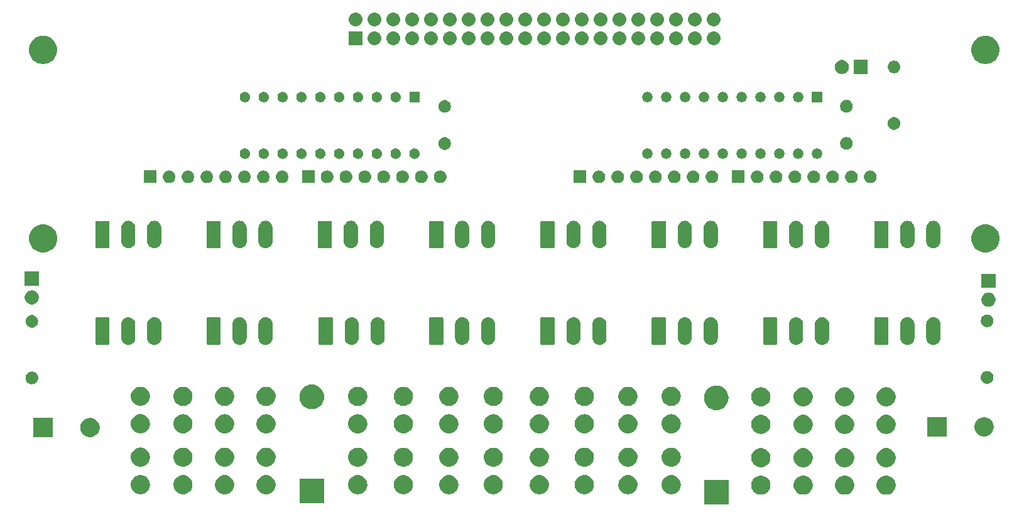
<source format=gbr>
G04 #@! TF.GenerationSoftware,KiCad,Pcbnew,(5.1.4)-1*
G04 #@! TF.CreationDate,2019-12-18T19:46:00-05:00*
G04 #@! TF.ProjectId,PB_16,50425f31-362e-46b6-9963-61645f706362,v2*
G04 #@! TF.SameCoordinates,Original*
G04 #@! TF.FileFunction,Soldermask,Top*
G04 #@! TF.FilePolarity,Negative*
%FSLAX46Y46*%
G04 Gerber Fmt 4.6, Leading zero omitted, Abs format (unit mm)*
G04 Created by KiCad (PCBNEW (5.1.4)-1) date 2019-12-18 19:46:00*
%MOMM*%
%LPD*%
G04 APERTURE LIST*
%ADD10C,0.100000*%
G04 APERTURE END LIST*
D10*
G36*
X173498600Y-152956000D02*
G01*
X170196600Y-152956000D01*
X170196600Y-149654000D01*
X173498600Y-149654000D01*
X173498600Y-152956000D01*
X173498600Y-152956000D01*
G37*
G36*
X118983600Y-152819600D02*
G01*
X115681600Y-152819600D01*
X115681600Y-149517600D01*
X118983600Y-149517600D01*
X118983600Y-152819600D01*
X118983600Y-152819600D01*
G37*
G36*
X183762985Y-149091605D02*
G01*
X183928942Y-149124616D01*
X184163434Y-149221746D01*
X184374471Y-149362756D01*
X184553944Y-149542229D01*
X184694954Y-149753266D01*
X184792084Y-149987758D01*
X184841600Y-150236694D01*
X184841600Y-150490506D01*
X184792084Y-150739442D01*
X184694954Y-150973934D01*
X184553944Y-151184971D01*
X184374471Y-151364444D01*
X184163434Y-151505454D01*
X183928942Y-151602584D01*
X183762985Y-151635595D01*
X183680007Y-151652100D01*
X183426193Y-151652100D01*
X183343215Y-151635595D01*
X183177258Y-151602584D01*
X182942766Y-151505454D01*
X182731729Y-151364444D01*
X182552256Y-151184971D01*
X182411246Y-150973934D01*
X182314116Y-150739442D01*
X182264600Y-150490506D01*
X182264600Y-150236694D01*
X182314116Y-149987758D01*
X182411246Y-149753266D01*
X182552256Y-149542229D01*
X182731729Y-149362756D01*
X182942766Y-149221746D01*
X183177258Y-149124616D01*
X183343215Y-149091605D01*
X183426193Y-149075100D01*
X183680007Y-149075100D01*
X183762985Y-149091605D01*
X183762985Y-149091605D01*
G37*
G36*
X178057485Y-149091605D02*
G01*
X178223442Y-149124616D01*
X178457934Y-149221746D01*
X178668971Y-149362756D01*
X178848444Y-149542229D01*
X178989454Y-149753266D01*
X179086584Y-149987758D01*
X179136100Y-150236694D01*
X179136100Y-150490506D01*
X179086584Y-150739442D01*
X178989454Y-150973934D01*
X178848444Y-151184971D01*
X178668971Y-151364444D01*
X178457934Y-151505454D01*
X178223442Y-151602584D01*
X178057485Y-151635595D01*
X177974507Y-151652100D01*
X177720693Y-151652100D01*
X177637715Y-151635595D01*
X177471758Y-151602584D01*
X177237266Y-151505454D01*
X177026229Y-151364444D01*
X176846756Y-151184971D01*
X176705746Y-150973934D01*
X176608616Y-150739442D01*
X176559100Y-150490506D01*
X176559100Y-150236694D01*
X176608616Y-149987758D01*
X176705746Y-149753266D01*
X176846756Y-149542229D01*
X177026229Y-149362756D01*
X177237266Y-149221746D01*
X177471758Y-149124616D01*
X177637715Y-149091605D01*
X177720693Y-149075100D01*
X177974507Y-149075100D01*
X178057485Y-149091605D01*
X178057485Y-149091605D01*
G37*
G36*
X194938985Y-149091605D02*
G01*
X195104942Y-149124616D01*
X195339434Y-149221746D01*
X195550471Y-149362756D01*
X195729944Y-149542229D01*
X195870954Y-149753266D01*
X195968084Y-149987758D01*
X196017600Y-150236694D01*
X196017600Y-150490506D01*
X195968084Y-150739442D01*
X195870954Y-150973934D01*
X195729944Y-151184971D01*
X195550471Y-151364444D01*
X195339434Y-151505454D01*
X195104942Y-151602584D01*
X194938985Y-151635595D01*
X194856007Y-151652100D01*
X194602193Y-151652100D01*
X194519215Y-151635595D01*
X194353258Y-151602584D01*
X194118766Y-151505454D01*
X193907729Y-151364444D01*
X193728256Y-151184971D01*
X193587246Y-150973934D01*
X193490116Y-150739442D01*
X193440600Y-150490506D01*
X193440600Y-150236694D01*
X193490116Y-149987758D01*
X193587246Y-149753266D01*
X193728256Y-149542229D01*
X193907729Y-149362756D01*
X194118766Y-149221746D01*
X194353258Y-149124616D01*
X194519215Y-149091605D01*
X194602193Y-149075100D01*
X194856007Y-149075100D01*
X194938985Y-149091605D01*
X194938985Y-149091605D01*
G37*
G36*
X189350985Y-149091605D02*
G01*
X189516942Y-149124616D01*
X189751434Y-149221746D01*
X189962471Y-149362756D01*
X190141944Y-149542229D01*
X190282954Y-149753266D01*
X190380084Y-149987758D01*
X190429600Y-150236694D01*
X190429600Y-150490506D01*
X190380084Y-150739442D01*
X190282954Y-150973934D01*
X190141944Y-151184971D01*
X189962471Y-151364444D01*
X189751434Y-151505454D01*
X189516942Y-151602584D01*
X189350985Y-151635595D01*
X189268007Y-151652100D01*
X189014193Y-151652100D01*
X188931215Y-151635595D01*
X188765258Y-151602584D01*
X188530766Y-151505454D01*
X188319729Y-151364444D01*
X188140256Y-151184971D01*
X187999246Y-150973934D01*
X187902116Y-150739442D01*
X187852600Y-150490506D01*
X187852600Y-150236694D01*
X187902116Y-149987758D01*
X187999246Y-149753266D01*
X188140256Y-149542229D01*
X188319729Y-149362756D01*
X188530766Y-149221746D01*
X188765258Y-149124616D01*
X188931215Y-149091605D01*
X189014193Y-149075100D01*
X189268007Y-149075100D01*
X189350985Y-149091605D01*
X189350985Y-149091605D01*
G37*
G36*
X105777485Y-149031605D02*
G01*
X105943442Y-149064616D01*
X106177934Y-149161746D01*
X106388971Y-149302756D01*
X106568444Y-149482229D01*
X106709454Y-149693266D01*
X106806584Y-149927758D01*
X106818519Y-149987760D01*
X106855106Y-150171694D01*
X106856100Y-150176694D01*
X106856100Y-150430506D01*
X106806584Y-150679442D01*
X106709454Y-150913934D01*
X106568444Y-151124971D01*
X106388971Y-151304444D01*
X106177934Y-151445454D01*
X105943442Y-151542584D01*
X105777485Y-151575595D01*
X105694507Y-151592100D01*
X105440693Y-151592100D01*
X105357715Y-151575595D01*
X105191758Y-151542584D01*
X104957266Y-151445454D01*
X104746229Y-151304444D01*
X104566756Y-151124971D01*
X104425746Y-150913934D01*
X104328616Y-150679442D01*
X104279100Y-150430506D01*
X104279100Y-150176694D01*
X104280095Y-150171694D01*
X104316681Y-149987760D01*
X104328616Y-149927758D01*
X104425746Y-149693266D01*
X104566756Y-149482229D01*
X104746229Y-149302756D01*
X104957266Y-149161746D01*
X105191758Y-149064616D01*
X105357715Y-149031605D01*
X105440693Y-149015100D01*
X105694507Y-149015100D01*
X105777485Y-149031605D01*
X105777485Y-149031605D01*
G37*
G36*
X100177485Y-149031605D02*
G01*
X100343442Y-149064616D01*
X100577934Y-149161746D01*
X100788971Y-149302756D01*
X100968444Y-149482229D01*
X101109454Y-149693266D01*
X101206584Y-149927758D01*
X101218519Y-149987760D01*
X101255106Y-150171694D01*
X101256100Y-150176694D01*
X101256100Y-150430506D01*
X101206584Y-150679442D01*
X101109454Y-150913934D01*
X100968444Y-151124971D01*
X100788971Y-151304444D01*
X100577934Y-151445454D01*
X100343442Y-151542584D01*
X100177485Y-151575595D01*
X100094507Y-151592100D01*
X99840693Y-151592100D01*
X99757715Y-151575595D01*
X99591758Y-151542584D01*
X99357266Y-151445454D01*
X99146229Y-151304444D01*
X98966756Y-151124971D01*
X98825746Y-150913934D01*
X98728616Y-150679442D01*
X98679100Y-150430506D01*
X98679100Y-150176694D01*
X98680095Y-150171694D01*
X98716681Y-149987760D01*
X98728616Y-149927758D01*
X98825746Y-149693266D01*
X98966756Y-149482229D01*
X99146229Y-149302756D01*
X99357266Y-149161746D01*
X99591758Y-149064616D01*
X99757715Y-149031605D01*
X99840693Y-149015100D01*
X100094507Y-149015100D01*
X100177485Y-149031605D01*
X100177485Y-149031605D01*
G37*
G36*
X111377485Y-149031605D02*
G01*
X111543442Y-149064616D01*
X111777934Y-149161746D01*
X111988971Y-149302756D01*
X112168444Y-149482229D01*
X112309454Y-149693266D01*
X112406584Y-149927758D01*
X112418519Y-149987760D01*
X112455106Y-150171694D01*
X112456100Y-150176694D01*
X112456100Y-150430506D01*
X112406584Y-150679442D01*
X112309454Y-150913934D01*
X112168444Y-151124971D01*
X111988971Y-151304444D01*
X111777934Y-151445454D01*
X111543442Y-151542584D01*
X111377485Y-151575595D01*
X111294507Y-151592100D01*
X111040693Y-151592100D01*
X110957715Y-151575595D01*
X110791758Y-151542584D01*
X110557266Y-151445454D01*
X110346229Y-151304444D01*
X110166756Y-151124971D01*
X110025746Y-150913934D01*
X109928616Y-150679442D01*
X109879100Y-150430506D01*
X109879100Y-150176694D01*
X109880095Y-150171694D01*
X109916681Y-149987760D01*
X109928616Y-149927758D01*
X110025746Y-149693266D01*
X110166756Y-149482229D01*
X110346229Y-149302756D01*
X110557266Y-149161746D01*
X110791758Y-149064616D01*
X110957715Y-149031605D01*
X111040693Y-149015100D01*
X111294507Y-149015100D01*
X111377485Y-149031605D01*
X111377485Y-149031605D01*
G37*
G36*
X165970985Y-149026605D02*
G01*
X166136942Y-149059616D01*
X166371434Y-149156746D01*
X166582471Y-149297756D01*
X166761944Y-149477229D01*
X166902954Y-149688266D01*
X167000084Y-149922758D01*
X167033095Y-150088715D01*
X167049600Y-150171693D01*
X167049600Y-150425507D01*
X167048605Y-150430507D01*
X167000084Y-150674442D01*
X166902954Y-150908934D01*
X166761944Y-151119971D01*
X166582471Y-151299444D01*
X166371434Y-151440454D01*
X166136942Y-151537584D01*
X165970985Y-151570595D01*
X165888007Y-151587100D01*
X165634193Y-151587100D01*
X165551215Y-151570595D01*
X165385258Y-151537584D01*
X165150766Y-151440454D01*
X164939729Y-151299444D01*
X164760256Y-151119971D01*
X164619246Y-150908934D01*
X164522116Y-150674442D01*
X164473595Y-150430507D01*
X164472600Y-150425507D01*
X164472600Y-150171693D01*
X164489105Y-150088715D01*
X164522116Y-149922758D01*
X164619246Y-149688266D01*
X164760256Y-149477229D01*
X164939729Y-149297756D01*
X165150766Y-149156746D01*
X165385258Y-149059616D01*
X165551215Y-149026605D01*
X165634193Y-149010100D01*
X165888007Y-149010100D01*
X165970985Y-149026605D01*
X165970985Y-149026605D01*
G37*
G36*
X160152485Y-149026605D02*
G01*
X160318442Y-149059616D01*
X160552934Y-149156746D01*
X160763971Y-149297756D01*
X160943444Y-149477229D01*
X161084454Y-149688266D01*
X161181584Y-149922758D01*
X161214595Y-150088715D01*
X161231100Y-150171693D01*
X161231100Y-150425507D01*
X161230105Y-150430507D01*
X161181584Y-150674442D01*
X161084454Y-150908934D01*
X160943444Y-151119971D01*
X160763971Y-151299444D01*
X160552934Y-151440454D01*
X160318442Y-151537584D01*
X160152485Y-151570595D01*
X160069507Y-151587100D01*
X159815693Y-151587100D01*
X159732715Y-151570595D01*
X159566758Y-151537584D01*
X159332266Y-151440454D01*
X159121229Y-151299444D01*
X158941756Y-151119971D01*
X158800746Y-150908934D01*
X158703616Y-150674442D01*
X158655095Y-150430507D01*
X158654100Y-150425507D01*
X158654100Y-150171693D01*
X158670605Y-150088715D01*
X158703616Y-149922758D01*
X158800746Y-149688266D01*
X158941756Y-149477229D01*
X159121229Y-149297756D01*
X159332266Y-149156746D01*
X159566758Y-149059616D01*
X159732715Y-149026605D01*
X159815693Y-149010100D01*
X160069507Y-149010100D01*
X160152485Y-149026605D01*
X160152485Y-149026605D01*
G37*
G36*
X154272485Y-149026605D02*
G01*
X154438442Y-149059616D01*
X154672934Y-149156746D01*
X154883971Y-149297756D01*
X155063444Y-149477229D01*
X155204454Y-149688266D01*
X155301584Y-149922758D01*
X155334595Y-150088715D01*
X155351100Y-150171693D01*
X155351100Y-150425507D01*
X155350105Y-150430507D01*
X155301584Y-150674442D01*
X155204454Y-150908934D01*
X155063444Y-151119971D01*
X154883971Y-151299444D01*
X154672934Y-151440454D01*
X154438442Y-151537584D01*
X154272485Y-151570595D01*
X154189507Y-151587100D01*
X153935693Y-151587100D01*
X153852715Y-151570595D01*
X153686758Y-151537584D01*
X153452266Y-151440454D01*
X153241229Y-151299444D01*
X153061756Y-151119971D01*
X152920746Y-150908934D01*
X152823616Y-150674442D01*
X152775095Y-150430507D01*
X152774100Y-150425507D01*
X152774100Y-150171693D01*
X152790605Y-150088715D01*
X152823616Y-149922758D01*
X152920746Y-149688266D01*
X153061756Y-149477229D01*
X153241229Y-149297756D01*
X153452266Y-149156746D01*
X153686758Y-149059616D01*
X153852715Y-149026605D01*
X153935693Y-149010100D01*
X154189507Y-149010100D01*
X154272485Y-149026605D01*
X154272485Y-149026605D01*
G37*
G36*
X148212485Y-149026605D02*
G01*
X148378442Y-149059616D01*
X148612934Y-149156746D01*
X148823971Y-149297756D01*
X149003444Y-149477229D01*
X149144454Y-149688266D01*
X149241584Y-149922758D01*
X149274595Y-150088715D01*
X149291100Y-150171693D01*
X149291100Y-150425507D01*
X149290105Y-150430507D01*
X149241584Y-150674442D01*
X149144454Y-150908934D01*
X149003444Y-151119971D01*
X148823971Y-151299444D01*
X148612934Y-151440454D01*
X148378442Y-151537584D01*
X148212485Y-151570595D01*
X148129507Y-151587100D01*
X147875693Y-151587100D01*
X147792715Y-151570595D01*
X147626758Y-151537584D01*
X147392266Y-151440454D01*
X147181229Y-151299444D01*
X147001756Y-151119971D01*
X146860746Y-150908934D01*
X146763616Y-150674442D01*
X146715095Y-150430507D01*
X146714100Y-150425507D01*
X146714100Y-150171693D01*
X146730605Y-150088715D01*
X146763616Y-149922758D01*
X146860746Y-149688266D01*
X147001756Y-149477229D01*
X147181229Y-149297756D01*
X147392266Y-149156746D01*
X147626758Y-149059616D01*
X147792715Y-149026605D01*
X147875693Y-149010100D01*
X148129507Y-149010100D01*
X148212485Y-149026605D01*
X148212485Y-149026605D01*
G37*
G36*
X142002985Y-149026605D02*
G01*
X142168942Y-149059616D01*
X142403434Y-149156746D01*
X142614471Y-149297756D01*
X142793944Y-149477229D01*
X142934954Y-149688266D01*
X143032084Y-149922758D01*
X143065095Y-150088715D01*
X143081600Y-150171693D01*
X143081600Y-150425507D01*
X143080605Y-150430507D01*
X143032084Y-150674442D01*
X142934954Y-150908934D01*
X142793944Y-151119971D01*
X142614471Y-151299444D01*
X142403434Y-151440454D01*
X142168942Y-151537584D01*
X142002985Y-151570595D01*
X141920007Y-151587100D01*
X141666193Y-151587100D01*
X141583215Y-151570595D01*
X141417258Y-151537584D01*
X141182766Y-151440454D01*
X140971729Y-151299444D01*
X140792256Y-151119971D01*
X140651246Y-150908934D01*
X140554116Y-150674442D01*
X140505595Y-150430507D01*
X140504600Y-150425507D01*
X140504600Y-150171693D01*
X140521105Y-150088715D01*
X140554116Y-149922758D01*
X140651246Y-149688266D01*
X140792256Y-149477229D01*
X140971729Y-149297756D01*
X141182766Y-149156746D01*
X141417258Y-149059616D01*
X141583215Y-149026605D01*
X141666193Y-149010100D01*
X141920007Y-149010100D01*
X142002985Y-149026605D01*
X142002985Y-149026605D01*
G37*
G36*
X136002485Y-149026605D02*
G01*
X136168442Y-149059616D01*
X136402934Y-149156746D01*
X136613971Y-149297756D01*
X136793444Y-149477229D01*
X136934454Y-149688266D01*
X137031584Y-149922758D01*
X137064595Y-150088715D01*
X137081100Y-150171693D01*
X137081100Y-150425507D01*
X137080105Y-150430507D01*
X137031584Y-150674442D01*
X136934454Y-150908934D01*
X136793444Y-151119971D01*
X136613971Y-151299444D01*
X136402934Y-151440454D01*
X136168442Y-151537584D01*
X136002485Y-151570595D01*
X135919507Y-151587100D01*
X135665693Y-151587100D01*
X135582715Y-151570595D01*
X135416758Y-151537584D01*
X135182266Y-151440454D01*
X134971229Y-151299444D01*
X134791756Y-151119971D01*
X134650746Y-150908934D01*
X134553616Y-150674442D01*
X134505095Y-150430507D01*
X134504100Y-150425507D01*
X134504100Y-150171693D01*
X134520605Y-150088715D01*
X134553616Y-149922758D01*
X134650746Y-149688266D01*
X134791756Y-149477229D01*
X134971229Y-149297756D01*
X135182266Y-149156746D01*
X135416758Y-149059616D01*
X135582715Y-149026605D01*
X135665693Y-149010100D01*
X135919507Y-149010100D01*
X136002485Y-149026605D01*
X136002485Y-149026605D01*
G37*
G36*
X129882485Y-149026605D02*
G01*
X130048442Y-149059616D01*
X130282934Y-149156746D01*
X130493971Y-149297756D01*
X130673444Y-149477229D01*
X130814454Y-149688266D01*
X130911584Y-149922758D01*
X130944595Y-150088715D01*
X130961100Y-150171693D01*
X130961100Y-150425507D01*
X130960105Y-150430507D01*
X130911584Y-150674442D01*
X130814454Y-150908934D01*
X130673444Y-151119971D01*
X130493971Y-151299444D01*
X130282934Y-151440454D01*
X130048442Y-151537584D01*
X129882485Y-151570595D01*
X129799507Y-151587100D01*
X129545693Y-151587100D01*
X129462715Y-151570595D01*
X129296758Y-151537584D01*
X129062266Y-151440454D01*
X128851229Y-151299444D01*
X128671756Y-151119971D01*
X128530746Y-150908934D01*
X128433616Y-150674442D01*
X128385095Y-150430507D01*
X128384100Y-150425507D01*
X128384100Y-150171693D01*
X128400605Y-150088715D01*
X128433616Y-149922758D01*
X128530746Y-149688266D01*
X128671756Y-149477229D01*
X128851229Y-149297756D01*
X129062266Y-149156746D01*
X129296758Y-149059616D01*
X129462715Y-149026605D01*
X129545693Y-149010100D01*
X129799507Y-149010100D01*
X129882485Y-149026605D01*
X129882485Y-149026605D01*
G37*
G36*
X123722485Y-149026605D02*
G01*
X123888442Y-149059616D01*
X124122934Y-149156746D01*
X124333971Y-149297756D01*
X124513444Y-149477229D01*
X124654454Y-149688266D01*
X124751584Y-149922758D01*
X124784595Y-150088715D01*
X124801100Y-150171693D01*
X124801100Y-150425507D01*
X124800105Y-150430507D01*
X124751584Y-150674442D01*
X124654454Y-150908934D01*
X124513444Y-151119971D01*
X124333971Y-151299444D01*
X124122934Y-151440454D01*
X123888442Y-151537584D01*
X123722485Y-151570595D01*
X123639507Y-151587100D01*
X123385693Y-151587100D01*
X123302715Y-151570595D01*
X123136758Y-151537584D01*
X122902266Y-151440454D01*
X122691229Y-151299444D01*
X122511756Y-151119971D01*
X122370746Y-150908934D01*
X122273616Y-150674442D01*
X122225095Y-150430507D01*
X122224100Y-150425507D01*
X122224100Y-150171693D01*
X122240605Y-150088715D01*
X122273616Y-149922758D01*
X122370746Y-149688266D01*
X122511756Y-149477229D01*
X122691229Y-149297756D01*
X122902266Y-149156746D01*
X123136758Y-149059616D01*
X123302715Y-149026605D01*
X123385693Y-149010100D01*
X123639507Y-149010100D01*
X123722485Y-149026605D01*
X123722485Y-149026605D01*
G37*
G36*
X94399780Y-149010100D02*
G01*
X94598442Y-149049616D01*
X94832934Y-149146746D01*
X95043971Y-149287756D01*
X95223444Y-149467229D01*
X95364454Y-149678266D01*
X95461584Y-149912758D01*
X95494595Y-150078715D01*
X95511100Y-150161693D01*
X95511100Y-150415507D01*
X95508116Y-150430507D01*
X95461584Y-150664442D01*
X95364454Y-150898934D01*
X95223444Y-151109971D01*
X95043971Y-151289444D01*
X94832934Y-151430454D01*
X94598442Y-151527584D01*
X94432485Y-151560595D01*
X94349507Y-151577100D01*
X94095693Y-151577100D01*
X94012715Y-151560595D01*
X93846758Y-151527584D01*
X93612266Y-151430454D01*
X93401229Y-151289444D01*
X93221756Y-151109971D01*
X93080746Y-150898934D01*
X92983616Y-150664442D01*
X92937084Y-150430507D01*
X92934100Y-150415507D01*
X92934100Y-150161693D01*
X92950605Y-150078715D01*
X92983616Y-149912758D01*
X93080746Y-149678266D01*
X93221756Y-149467229D01*
X93401229Y-149287756D01*
X93612266Y-149146746D01*
X93846758Y-149049616D01*
X94045420Y-149010100D01*
X94095693Y-149000100D01*
X94349507Y-149000100D01*
X94399780Y-149010100D01*
X94399780Y-149010100D01*
G37*
G36*
X183762985Y-145391605D02*
G01*
X183928942Y-145424616D01*
X184163434Y-145521746D01*
X184374471Y-145662756D01*
X184553944Y-145842229D01*
X184694954Y-146053266D01*
X184792084Y-146287758D01*
X184841600Y-146536694D01*
X184841600Y-146790506D01*
X184792084Y-147039442D01*
X184694954Y-147273934D01*
X184553944Y-147484971D01*
X184374471Y-147664444D01*
X184163434Y-147805454D01*
X183928942Y-147902584D01*
X183762985Y-147935595D01*
X183680007Y-147952100D01*
X183426193Y-147952100D01*
X183343215Y-147935595D01*
X183177258Y-147902584D01*
X182942766Y-147805454D01*
X182731729Y-147664444D01*
X182552256Y-147484971D01*
X182411246Y-147273934D01*
X182314116Y-147039442D01*
X182264600Y-146790506D01*
X182264600Y-146536694D01*
X182314116Y-146287758D01*
X182411246Y-146053266D01*
X182552256Y-145842229D01*
X182731729Y-145662756D01*
X182942766Y-145521746D01*
X183177258Y-145424616D01*
X183343215Y-145391605D01*
X183426193Y-145375100D01*
X183680007Y-145375100D01*
X183762985Y-145391605D01*
X183762985Y-145391605D01*
G37*
G36*
X178057485Y-145391605D02*
G01*
X178223442Y-145424616D01*
X178457934Y-145521746D01*
X178668971Y-145662756D01*
X178848444Y-145842229D01*
X178989454Y-146053266D01*
X179086584Y-146287758D01*
X179136100Y-146536694D01*
X179136100Y-146790506D01*
X179086584Y-147039442D01*
X178989454Y-147273934D01*
X178848444Y-147484971D01*
X178668971Y-147664444D01*
X178457934Y-147805454D01*
X178223442Y-147902584D01*
X178057485Y-147935595D01*
X177974507Y-147952100D01*
X177720693Y-147952100D01*
X177637715Y-147935595D01*
X177471758Y-147902584D01*
X177237266Y-147805454D01*
X177026229Y-147664444D01*
X176846756Y-147484971D01*
X176705746Y-147273934D01*
X176608616Y-147039442D01*
X176559100Y-146790506D01*
X176559100Y-146536694D01*
X176608616Y-146287758D01*
X176705746Y-146053266D01*
X176846756Y-145842229D01*
X177026229Y-145662756D01*
X177237266Y-145521746D01*
X177471758Y-145424616D01*
X177637715Y-145391605D01*
X177720693Y-145375100D01*
X177974507Y-145375100D01*
X178057485Y-145391605D01*
X178057485Y-145391605D01*
G37*
G36*
X194938985Y-145391605D02*
G01*
X195104942Y-145424616D01*
X195339434Y-145521746D01*
X195550471Y-145662756D01*
X195729944Y-145842229D01*
X195870954Y-146053266D01*
X195968084Y-146287758D01*
X196017600Y-146536694D01*
X196017600Y-146790506D01*
X195968084Y-147039442D01*
X195870954Y-147273934D01*
X195729944Y-147484971D01*
X195550471Y-147664444D01*
X195339434Y-147805454D01*
X195104942Y-147902584D01*
X194938985Y-147935595D01*
X194856007Y-147952100D01*
X194602193Y-147952100D01*
X194519215Y-147935595D01*
X194353258Y-147902584D01*
X194118766Y-147805454D01*
X193907729Y-147664444D01*
X193728256Y-147484971D01*
X193587246Y-147273934D01*
X193490116Y-147039442D01*
X193440600Y-146790506D01*
X193440600Y-146536694D01*
X193490116Y-146287758D01*
X193587246Y-146053266D01*
X193728256Y-145842229D01*
X193907729Y-145662756D01*
X194118766Y-145521746D01*
X194353258Y-145424616D01*
X194519215Y-145391605D01*
X194602193Y-145375100D01*
X194856007Y-145375100D01*
X194938985Y-145391605D01*
X194938985Y-145391605D01*
G37*
G36*
X189350985Y-145391605D02*
G01*
X189516942Y-145424616D01*
X189751434Y-145521746D01*
X189962471Y-145662756D01*
X190141944Y-145842229D01*
X190282954Y-146053266D01*
X190380084Y-146287758D01*
X190429600Y-146536694D01*
X190429600Y-146790506D01*
X190380084Y-147039442D01*
X190282954Y-147273934D01*
X190141944Y-147484971D01*
X189962471Y-147664444D01*
X189751434Y-147805454D01*
X189516942Y-147902584D01*
X189350985Y-147935595D01*
X189268007Y-147952100D01*
X189014193Y-147952100D01*
X188931215Y-147935595D01*
X188765258Y-147902584D01*
X188530766Y-147805454D01*
X188319729Y-147664444D01*
X188140256Y-147484971D01*
X187999246Y-147273934D01*
X187902116Y-147039442D01*
X187852600Y-146790506D01*
X187852600Y-146536694D01*
X187902116Y-146287758D01*
X187999246Y-146053266D01*
X188140256Y-145842229D01*
X188319729Y-145662756D01*
X188530766Y-145521746D01*
X188765258Y-145424616D01*
X188931215Y-145391605D01*
X189014193Y-145375100D01*
X189268007Y-145375100D01*
X189350985Y-145391605D01*
X189350985Y-145391605D01*
G37*
G36*
X100177485Y-145331605D02*
G01*
X100343442Y-145364616D01*
X100577934Y-145461746D01*
X100788971Y-145602756D01*
X100968444Y-145782229D01*
X101109454Y-145993266D01*
X101206584Y-146227758D01*
X101218519Y-146287760D01*
X101255106Y-146471694D01*
X101256100Y-146476694D01*
X101256100Y-146730506D01*
X101206584Y-146979442D01*
X101109454Y-147213934D01*
X100968444Y-147424971D01*
X100788971Y-147604444D01*
X100577934Y-147745454D01*
X100343442Y-147842584D01*
X100177485Y-147875595D01*
X100094507Y-147892100D01*
X99840693Y-147892100D01*
X99757715Y-147875595D01*
X99591758Y-147842584D01*
X99357266Y-147745454D01*
X99146229Y-147604444D01*
X98966756Y-147424971D01*
X98825746Y-147213934D01*
X98728616Y-146979442D01*
X98679100Y-146730506D01*
X98679100Y-146476694D01*
X98680095Y-146471694D01*
X98716681Y-146287760D01*
X98728616Y-146227758D01*
X98825746Y-145993266D01*
X98966756Y-145782229D01*
X99146229Y-145602756D01*
X99357266Y-145461746D01*
X99591758Y-145364616D01*
X99757715Y-145331605D01*
X99840693Y-145315100D01*
X100094507Y-145315100D01*
X100177485Y-145331605D01*
X100177485Y-145331605D01*
G37*
G36*
X111377485Y-145331605D02*
G01*
X111543442Y-145364616D01*
X111777934Y-145461746D01*
X111988971Y-145602756D01*
X112168444Y-145782229D01*
X112309454Y-145993266D01*
X112406584Y-146227758D01*
X112418519Y-146287760D01*
X112455106Y-146471694D01*
X112456100Y-146476694D01*
X112456100Y-146730506D01*
X112406584Y-146979442D01*
X112309454Y-147213934D01*
X112168444Y-147424971D01*
X111988971Y-147604444D01*
X111777934Y-147745454D01*
X111543442Y-147842584D01*
X111377485Y-147875595D01*
X111294507Y-147892100D01*
X111040693Y-147892100D01*
X110957715Y-147875595D01*
X110791758Y-147842584D01*
X110557266Y-147745454D01*
X110346229Y-147604444D01*
X110166756Y-147424971D01*
X110025746Y-147213934D01*
X109928616Y-146979442D01*
X109879100Y-146730506D01*
X109879100Y-146476694D01*
X109880095Y-146471694D01*
X109916681Y-146287760D01*
X109928616Y-146227758D01*
X110025746Y-145993266D01*
X110166756Y-145782229D01*
X110346229Y-145602756D01*
X110557266Y-145461746D01*
X110791758Y-145364616D01*
X110957715Y-145331605D01*
X111040693Y-145315100D01*
X111294507Y-145315100D01*
X111377485Y-145331605D01*
X111377485Y-145331605D01*
G37*
G36*
X105777485Y-145331605D02*
G01*
X105943442Y-145364616D01*
X106177934Y-145461746D01*
X106388971Y-145602756D01*
X106568444Y-145782229D01*
X106709454Y-145993266D01*
X106806584Y-146227758D01*
X106818519Y-146287760D01*
X106855106Y-146471694D01*
X106856100Y-146476694D01*
X106856100Y-146730506D01*
X106806584Y-146979442D01*
X106709454Y-147213934D01*
X106568444Y-147424971D01*
X106388971Y-147604444D01*
X106177934Y-147745454D01*
X105943442Y-147842584D01*
X105777485Y-147875595D01*
X105694507Y-147892100D01*
X105440693Y-147892100D01*
X105357715Y-147875595D01*
X105191758Y-147842584D01*
X104957266Y-147745454D01*
X104746229Y-147604444D01*
X104566756Y-147424971D01*
X104425746Y-147213934D01*
X104328616Y-146979442D01*
X104279100Y-146730506D01*
X104279100Y-146476694D01*
X104280095Y-146471694D01*
X104316681Y-146287760D01*
X104328616Y-146227758D01*
X104425746Y-145993266D01*
X104566756Y-145782229D01*
X104746229Y-145602756D01*
X104957266Y-145461746D01*
X105191758Y-145364616D01*
X105357715Y-145331605D01*
X105440693Y-145315100D01*
X105694507Y-145315100D01*
X105777485Y-145331605D01*
X105777485Y-145331605D01*
G37*
G36*
X154272485Y-145326605D02*
G01*
X154438442Y-145359616D01*
X154672934Y-145456746D01*
X154883971Y-145597756D01*
X155063444Y-145777229D01*
X155204454Y-145988266D01*
X155301584Y-146222758D01*
X155334595Y-146388715D01*
X155351100Y-146471693D01*
X155351100Y-146725507D01*
X155350105Y-146730507D01*
X155301584Y-146974442D01*
X155204454Y-147208934D01*
X155063444Y-147419971D01*
X154883971Y-147599444D01*
X154672934Y-147740454D01*
X154438442Y-147837584D01*
X154272485Y-147870595D01*
X154189507Y-147887100D01*
X153935693Y-147887100D01*
X153852715Y-147870595D01*
X153686758Y-147837584D01*
X153452266Y-147740454D01*
X153241229Y-147599444D01*
X153061756Y-147419971D01*
X152920746Y-147208934D01*
X152823616Y-146974442D01*
X152775095Y-146730507D01*
X152774100Y-146725507D01*
X152774100Y-146471693D01*
X152790605Y-146388715D01*
X152823616Y-146222758D01*
X152920746Y-145988266D01*
X153061756Y-145777229D01*
X153241229Y-145597756D01*
X153452266Y-145456746D01*
X153686758Y-145359616D01*
X153852715Y-145326605D01*
X153935693Y-145310100D01*
X154189507Y-145310100D01*
X154272485Y-145326605D01*
X154272485Y-145326605D01*
G37*
G36*
X165970985Y-145326605D02*
G01*
X166136942Y-145359616D01*
X166371434Y-145456746D01*
X166582471Y-145597756D01*
X166761944Y-145777229D01*
X166902954Y-145988266D01*
X167000084Y-146222758D01*
X167033095Y-146388715D01*
X167049600Y-146471693D01*
X167049600Y-146725507D01*
X167048605Y-146730507D01*
X167000084Y-146974442D01*
X166902954Y-147208934D01*
X166761944Y-147419971D01*
X166582471Y-147599444D01*
X166371434Y-147740454D01*
X166136942Y-147837584D01*
X165970985Y-147870595D01*
X165888007Y-147887100D01*
X165634193Y-147887100D01*
X165551215Y-147870595D01*
X165385258Y-147837584D01*
X165150766Y-147740454D01*
X164939729Y-147599444D01*
X164760256Y-147419971D01*
X164619246Y-147208934D01*
X164522116Y-146974442D01*
X164473595Y-146730507D01*
X164472600Y-146725507D01*
X164472600Y-146471693D01*
X164489105Y-146388715D01*
X164522116Y-146222758D01*
X164619246Y-145988266D01*
X164760256Y-145777229D01*
X164939729Y-145597756D01*
X165150766Y-145456746D01*
X165385258Y-145359616D01*
X165551215Y-145326605D01*
X165634193Y-145310100D01*
X165888007Y-145310100D01*
X165970985Y-145326605D01*
X165970985Y-145326605D01*
G37*
G36*
X123722485Y-145326605D02*
G01*
X123888442Y-145359616D01*
X124122934Y-145456746D01*
X124333971Y-145597756D01*
X124513444Y-145777229D01*
X124654454Y-145988266D01*
X124751584Y-146222758D01*
X124784595Y-146388715D01*
X124801100Y-146471693D01*
X124801100Y-146725507D01*
X124800105Y-146730507D01*
X124751584Y-146974442D01*
X124654454Y-147208934D01*
X124513444Y-147419971D01*
X124333971Y-147599444D01*
X124122934Y-147740454D01*
X123888442Y-147837584D01*
X123722485Y-147870595D01*
X123639507Y-147887100D01*
X123385693Y-147887100D01*
X123302715Y-147870595D01*
X123136758Y-147837584D01*
X122902266Y-147740454D01*
X122691229Y-147599444D01*
X122511756Y-147419971D01*
X122370746Y-147208934D01*
X122273616Y-146974442D01*
X122225095Y-146730507D01*
X122224100Y-146725507D01*
X122224100Y-146471693D01*
X122240605Y-146388715D01*
X122273616Y-146222758D01*
X122370746Y-145988266D01*
X122511756Y-145777229D01*
X122691229Y-145597756D01*
X122902266Y-145456746D01*
X123136758Y-145359616D01*
X123302715Y-145326605D01*
X123385693Y-145310100D01*
X123639507Y-145310100D01*
X123722485Y-145326605D01*
X123722485Y-145326605D01*
G37*
G36*
X160152485Y-145326605D02*
G01*
X160318442Y-145359616D01*
X160552934Y-145456746D01*
X160763971Y-145597756D01*
X160943444Y-145777229D01*
X161084454Y-145988266D01*
X161181584Y-146222758D01*
X161214595Y-146388715D01*
X161231100Y-146471693D01*
X161231100Y-146725507D01*
X161230105Y-146730507D01*
X161181584Y-146974442D01*
X161084454Y-147208934D01*
X160943444Y-147419971D01*
X160763971Y-147599444D01*
X160552934Y-147740454D01*
X160318442Y-147837584D01*
X160152485Y-147870595D01*
X160069507Y-147887100D01*
X159815693Y-147887100D01*
X159732715Y-147870595D01*
X159566758Y-147837584D01*
X159332266Y-147740454D01*
X159121229Y-147599444D01*
X158941756Y-147419971D01*
X158800746Y-147208934D01*
X158703616Y-146974442D01*
X158655095Y-146730507D01*
X158654100Y-146725507D01*
X158654100Y-146471693D01*
X158670605Y-146388715D01*
X158703616Y-146222758D01*
X158800746Y-145988266D01*
X158941756Y-145777229D01*
X159121229Y-145597756D01*
X159332266Y-145456746D01*
X159566758Y-145359616D01*
X159732715Y-145326605D01*
X159815693Y-145310100D01*
X160069507Y-145310100D01*
X160152485Y-145326605D01*
X160152485Y-145326605D01*
G37*
G36*
X148212485Y-145326605D02*
G01*
X148378442Y-145359616D01*
X148612934Y-145456746D01*
X148823971Y-145597756D01*
X149003444Y-145777229D01*
X149144454Y-145988266D01*
X149241584Y-146222758D01*
X149274595Y-146388715D01*
X149291100Y-146471693D01*
X149291100Y-146725507D01*
X149290105Y-146730507D01*
X149241584Y-146974442D01*
X149144454Y-147208934D01*
X149003444Y-147419971D01*
X148823971Y-147599444D01*
X148612934Y-147740454D01*
X148378442Y-147837584D01*
X148212485Y-147870595D01*
X148129507Y-147887100D01*
X147875693Y-147887100D01*
X147792715Y-147870595D01*
X147626758Y-147837584D01*
X147392266Y-147740454D01*
X147181229Y-147599444D01*
X147001756Y-147419971D01*
X146860746Y-147208934D01*
X146763616Y-146974442D01*
X146715095Y-146730507D01*
X146714100Y-146725507D01*
X146714100Y-146471693D01*
X146730605Y-146388715D01*
X146763616Y-146222758D01*
X146860746Y-145988266D01*
X147001756Y-145777229D01*
X147181229Y-145597756D01*
X147392266Y-145456746D01*
X147626758Y-145359616D01*
X147792715Y-145326605D01*
X147875693Y-145310100D01*
X148129507Y-145310100D01*
X148212485Y-145326605D01*
X148212485Y-145326605D01*
G37*
G36*
X142002985Y-145326605D02*
G01*
X142168942Y-145359616D01*
X142403434Y-145456746D01*
X142614471Y-145597756D01*
X142793944Y-145777229D01*
X142934954Y-145988266D01*
X143032084Y-146222758D01*
X143065095Y-146388715D01*
X143081600Y-146471693D01*
X143081600Y-146725507D01*
X143080605Y-146730507D01*
X143032084Y-146974442D01*
X142934954Y-147208934D01*
X142793944Y-147419971D01*
X142614471Y-147599444D01*
X142403434Y-147740454D01*
X142168942Y-147837584D01*
X142002985Y-147870595D01*
X141920007Y-147887100D01*
X141666193Y-147887100D01*
X141583215Y-147870595D01*
X141417258Y-147837584D01*
X141182766Y-147740454D01*
X140971729Y-147599444D01*
X140792256Y-147419971D01*
X140651246Y-147208934D01*
X140554116Y-146974442D01*
X140505595Y-146730507D01*
X140504600Y-146725507D01*
X140504600Y-146471693D01*
X140521105Y-146388715D01*
X140554116Y-146222758D01*
X140651246Y-145988266D01*
X140792256Y-145777229D01*
X140971729Y-145597756D01*
X141182766Y-145456746D01*
X141417258Y-145359616D01*
X141583215Y-145326605D01*
X141666193Y-145310100D01*
X141920007Y-145310100D01*
X142002985Y-145326605D01*
X142002985Y-145326605D01*
G37*
G36*
X136002485Y-145326605D02*
G01*
X136168442Y-145359616D01*
X136402934Y-145456746D01*
X136613971Y-145597756D01*
X136793444Y-145777229D01*
X136934454Y-145988266D01*
X137031584Y-146222758D01*
X137064595Y-146388715D01*
X137081100Y-146471693D01*
X137081100Y-146725507D01*
X137080105Y-146730507D01*
X137031584Y-146974442D01*
X136934454Y-147208934D01*
X136793444Y-147419971D01*
X136613971Y-147599444D01*
X136402934Y-147740454D01*
X136168442Y-147837584D01*
X136002485Y-147870595D01*
X135919507Y-147887100D01*
X135665693Y-147887100D01*
X135582715Y-147870595D01*
X135416758Y-147837584D01*
X135182266Y-147740454D01*
X134971229Y-147599444D01*
X134791756Y-147419971D01*
X134650746Y-147208934D01*
X134553616Y-146974442D01*
X134505095Y-146730507D01*
X134504100Y-146725507D01*
X134504100Y-146471693D01*
X134520605Y-146388715D01*
X134553616Y-146222758D01*
X134650746Y-145988266D01*
X134791756Y-145777229D01*
X134971229Y-145597756D01*
X135182266Y-145456746D01*
X135416758Y-145359616D01*
X135582715Y-145326605D01*
X135665693Y-145310100D01*
X135919507Y-145310100D01*
X136002485Y-145326605D01*
X136002485Y-145326605D01*
G37*
G36*
X129882485Y-145326605D02*
G01*
X130048442Y-145359616D01*
X130282934Y-145456746D01*
X130493971Y-145597756D01*
X130673444Y-145777229D01*
X130814454Y-145988266D01*
X130911584Y-146222758D01*
X130944595Y-146388715D01*
X130961100Y-146471693D01*
X130961100Y-146725507D01*
X130960105Y-146730507D01*
X130911584Y-146974442D01*
X130814454Y-147208934D01*
X130673444Y-147419971D01*
X130493971Y-147599444D01*
X130282934Y-147740454D01*
X130048442Y-147837584D01*
X129882485Y-147870595D01*
X129799507Y-147887100D01*
X129545693Y-147887100D01*
X129462715Y-147870595D01*
X129296758Y-147837584D01*
X129062266Y-147740454D01*
X128851229Y-147599444D01*
X128671756Y-147419971D01*
X128530746Y-147208934D01*
X128433616Y-146974442D01*
X128385095Y-146730507D01*
X128384100Y-146725507D01*
X128384100Y-146471693D01*
X128400605Y-146388715D01*
X128433616Y-146222758D01*
X128530746Y-145988266D01*
X128671756Y-145777229D01*
X128851229Y-145597756D01*
X129062266Y-145456746D01*
X129296758Y-145359616D01*
X129462715Y-145326605D01*
X129545693Y-145310100D01*
X129799507Y-145310100D01*
X129882485Y-145326605D01*
X129882485Y-145326605D01*
G37*
G36*
X94399780Y-145310100D02*
G01*
X94598442Y-145349616D01*
X94832934Y-145446746D01*
X95043971Y-145587756D01*
X95223444Y-145767229D01*
X95364454Y-145978266D01*
X95461584Y-146212758D01*
X95494595Y-146378715D01*
X95511100Y-146461693D01*
X95511100Y-146715507D01*
X95508116Y-146730507D01*
X95461584Y-146964442D01*
X95364454Y-147198934D01*
X95223444Y-147409971D01*
X95043971Y-147589444D01*
X94832934Y-147730454D01*
X94598442Y-147827584D01*
X94432485Y-147860595D01*
X94349507Y-147877100D01*
X94095693Y-147877100D01*
X94012715Y-147860595D01*
X93846758Y-147827584D01*
X93612266Y-147730454D01*
X93401229Y-147589444D01*
X93221756Y-147409971D01*
X93080746Y-147198934D01*
X92983616Y-146964442D01*
X92937084Y-146730507D01*
X92934100Y-146715507D01*
X92934100Y-146461693D01*
X92950605Y-146378715D01*
X92983616Y-146212758D01*
X93080746Y-145978266D01*
X93221756Y-145767229D01*
X93401229Y-145587756D01*
X93612266Y-145446746D01*
X93846758Y-145349616D01*
X94045420Y-145310100D01*
X94095693Y-145300100D01*
X94349507Y-145300100D01*
X94399780Y-145310100D01*
X94399780Y-145310100D01*
G37*
G36*
X87812087Y-141347596D02*
G01*
X88048853Y-141445668D01*
X88048855Y-141445669D01*
X88261939Y-141588047D01*
X88443153Y-141769261D01*
X88578414Y-141971693D01*
X88585532Y-141982347D01*
X88683604Y-142219113D01*
X88733600Y-142470461D01*
X88733600Y-142726739D01*
X88683604Y-142978087D01*
X88606412Y-143164444D01*
X88585531Y-143214855D01*
X88443153Y-143427939D01*
X88261939Y-143609153D01*
X88048855Y-143751531D01*
X88048854Y-143751532D01*
X88048853Y-143751532D01*
X87812087Y-143849604D01*
X87560739Y-143899600D01*
X87304461Y-143899600D01*
X87053113Y-143849604D01*
X86816347Y-143751532D01*
X86816346Y-143751532D01*
X86816345Y-143751531D01*
X86603261Y-143609153D01*
X86422047Y-143427939D01*
X86279669Y-143214855D01*
X86258788Y-143164444D01*
X86181596Y-142978087D01*
X86131600Y-142726739D01*
X86131600Y-142470461D01*
X86181596Y-142219113D01*
X86279668Y-141982347D01*
X86286787Y-141971693D01*
X86422047Y-141769261D01*
X86603261Y-141588047D01*
X86816345Y-141445669D01*
X86816347Y-141445668D01*
X87053113Y-141347596D01*
X87304461Y-141297600D01*
X87560739Y-141297600D01*
X87812087Y-141347596D01*
X87812087Y-141347596D01*
G37*
G36*
X82383600Y-143899600D02*
G01*
X79781600Y-143899600D01*
X79781600Y-141297600D01*
X82383600Y-141297600D01*
X82383600Y-143899600D01*
X82383600Y-143899600D01*
G37*
G36*
X208316587Y-141253996D02*
G01*
X208542559Y-141347597D01*
X208553355Y-141352069D01*
X208766439Y-141494447D01*
X208947653Y-141675661D01*
X208979124Y-141722760D01*
X209090032Y-141888747D01*
X209188104Y-142125513D01*
X209238100Y-142376861D01*
X209238100Y-142633139D01*
X209188104Y-142884487D01*
X209090032Y-143121253D01*
X209090031Y-143121255D01*
X208947653Y-143334339D01*
X208766439Y-143515553D01*
X208553355Y-143657931D01*
X208553354Y-143657932D01*
X208553353Y-143657932D01*
X208316587Y-143756004D01*
X208065239Y-143806000D01*
X207808961Y-143806000D01*
X207557613Y-143756004D01*
X207320847Y-143657932D01*
X207320846Y-143657932D01*
X207320845Y-143657931D01*
X207107761Y-143515553D01*
X206926547Y-143334339D01*
X206784169Y-143121255D01*
X206784168Y-143121253D01*
X206686096Y-142884487D01*
X206636100Y-142633139D01*
X206636100Y-142376861D01*
X206686096Y-142125513D01*
X206784168Y-141888747D01*
X206895077Y-141722760D01*
X206926547Y-141675661D01*
X207107761Y-141494447D01*
X207320845Y-141352069D01*
X207331641Y-141347597D01*
X207557613Y-141253996D01*
X207808961Y-141204000D01*
X208065239Y-141204000D01*
X208316587Y-141253996D01*
X208316587Y-141253996D01*
G37*
G36*
X202888100Y-143806000D02*
G01*
X200286100Y-143806000D01*
X200286100Y-141204000D01*
X202888100Y-141204000D01*
X202888100Y-143806000D01*
X202888100Y-143806000D01*
G37*
G36*
X194938985Y-140891605D02*
G01*
X195104942Y-140924616D01*
X195339434Y-141021746D01*
X195550471Y-141162756D01*
X195729944Y-141342229D01*
X195870954Y-141553266D01*
X195968084Y-141787758D01*
X196017600Y-142036694D01*
X196017600Y-142290506D01*
X195968084Y-142539442D01*
X195870954Y-142773934D01*
X195729944Y-142984971D01*
X195550471Y-143164444D01*
X195339434Y-143305454D01*
X195104942Y-143402584D01*
X194938985Y-143435595D01*
X194856007Y-143452100D01*
X194602193Y-143452100D01*
X194519215Y-143435595D01*
X194353258Y-143402584D01*
X194118766Y-143305454D01*
X193907729Y-143164444D01*
X193728256Y-142984971D01*
X193587246Y-142773934D01*
X193490116Y-142539442D01*
X193440600Y-142290506D01*
X193440600Y-142036694D01*
X193490116Y-141787758D01*
X193587246Y-141553266D01*
X193728256Y-141342229D01*
X193907729Y-141162756D01*
X194118766Y-141021746D01*
X194353258Y-140924616D01*
X194519215Y-140891605D01*
X194602193Y-140875100D01*
X194856007Y-140875100D01*
X194938985Y-140891605D01*
X194938985Y-140891605D01*
G37*
G36*
X178057485Y-140891605D02*
G01*
X178223442Y-140924616D01*
X178457934Y-141021746D01*
X178668971Y-141162756D01*
X178848444Y-141342229D01*
X178989454Y-141553266D01*
X179086584Y-141787758D01*
X179136100Y-142036694D01*
X179136100Y-142290506D01*
X179086584Y-142539442D01*
X178989454Y-142773934D01*
X178848444Y-142984971D01*
X178668971Y-143164444D01*
X178457934Y-143305454D01*
X178223442Y-143402584D01*
X178057485Y-143435595D01*
X177974507Y-143452100D01*
X177720693Y-143452100D01*
X177637715Y-143435595D01*
X177471758Y-143402584D01*
X177237266Y-143305454D01*
X177026229Y-143164444D01*
X176846756Y-142984971D01*
X176705746Y-142773934D01*
X176608616Y-142539442D01*
X176559100Y-142290506D01*
X176559100Y-142036694D01*
X176608616Y-141787758D01*
X176705746Y-141553266D01*
X176846756Y-141342229D01*
X177026229Y-141162756D01*
X177237266Y-141021746D01*
X177471758Y-140924616D01*
X177637715Y-140891605D01*
X177720693Y-140875100D01*
X177974507Y-140875100D01*
X178057485Y-140891605D01*
X178057485Y-140891605D01*
G37*
G36*
X183762985Y-140891605D02*
G01*
X183928942Y-140924616D01*
X184163434Y-141021746D01*
X184374471Y-141162756D01*
X184553944Y-141342229D01*
X184694954Y-141553266D01*
X184792084Y-141787758D01*
X184841600Y-142036694D01*
X184841600Y-142290506D01*
X184792084Y-142539442D01*
X184694954Y-142773934D01*
X184553944Y-142984971D01*
X184374471Y-143164444D01*
X184163434Y-143305454D01*
X183928942Y-143402584D01*
X183762985Y-143435595D01*
X183680007Y-143452100D01*
X183426193Y-143452100D01*
X183343215Y-143435595D01*
X183177258Y-143402584D01*
X182942766Y-143305454D01*
X182731729Y-143164444D01*
X182552256Y-142984971D01*
X182411246Y-142773934D01*
X182314116Y-142539442D01*
X182264600Y-142290506D01*
X182264600Y-142036694D01*
X182314116Y-141787758D01*
X182411246Y-141553266D01*
X182552256Y-141342229D01*
X182731729Y-141162756D01*
X182942766Y-141021746D01*
X183177258Y-140924616D01*
X183343215Y-140891605D01*
X183426193Y-140875100D01*
X183680007Y-140875100D01*
X183762985Y-140891605D01*
X183762985Y-140891605D01*
G37*
G36*
X189350985Y-140891605D02*
G01*
X189516942Y-140924616D01*
X189751434Y-141021746D01*
X189962471Y-141162756D01*
X190141944Y-141342229D01*
X190282954Y-141553266D01*
X190380084Y-141787758D01*
X190429600Y-142036694D01*
X190429600Y-142290506D01*
X190380084Y-142539442D01*
X190282954Y-142773934D01*
X190141944Y-142984971D01*
X189962471Y-143164444D01*
X189751434Y-143305454D01*
X189516942Y-143402584D01*
X189350985Y-143435595D01*
X189268007Y-143452100D01*
X189014193Y-143452100D01*
X188931215Y-143435595D01*
X188765258Y-143402584D01*
X188530766Y-143305454D01*
X188319729Y-143164444D01*
X188140256Y-142984971D01*
X187999246Y-142773934D01*
X187902116Y-142539442D01*
X187852600Y-142290506D01*
X187852600Y-142036694D01*
X187902116Y-141787758D01*
X187999246Y-141553266D01*
X188140256Y-141342229D01*
X188319729Y-141162756D01*
X188530766Y-141021746D01*
X188765258Y-140924616D01*
X188931215Y-140891605D01*
X189014193Y-140875100D01*
X189268007Y-140875100D01*
X189350985Y-140891605D01*
X189350985Y-140891605D01*
G37*
G36*
X105777485Y-140831605D02*
G01*
X105943442Y-140864616D01*
X106177934Y-140961746D01*
X106388971Y-141102756D01*
X106568444Y-141282229D01*
X106709454Y-141493266D01*
X106806584Y-141727758D01*
X106818519Y-141787760D01*
X106855106Y-141971694D01*
X106856100Y-141976694D01*
X106856100Y-142230506D01*
X106806584Y-142479442D01*
X106709454Y-142713934D01*
X106568444Y-142924971D01*
X106388971Y-143104444D01*
X106177934Y-143245454D01*
X105943442Y-143342584D01*
X105777485Y-143375595D01*
X105694507Y-143392100D01*
X105440693Y-143392100D01*
X105357715Y-143375595D01*
X105191758Y-143342584D01*
X104957266Y-143245454D01*
X104746229Y-143104444D01*
X104566756Y-142924971D01*
X104425746Y-142713934D01*
X104328616Y-142479442D01*
X104279100Y-142230506D01*
X104279100Y-141976694D01*
X104280095Y-141971694D01*
X104316681Y-141787760D01*
X104328616Y-141727758D01*
X104425746Y-141493266D01*
X104566756Y-141282229D01*
X104746229Y-141102756D01*
X104957266Y-140961746D01*
X105191758Y-140864616D01*
X105357715Y-140831605D01*
X105440693Y-140815100D01*
X105694507Y-140815100D01*
X105777485Y-140831605D01*
X105777485Y-140831605D01*
G37*
G36*
X100177485Y-140831605D02*
G01*
X100343442Y-140864616D01*
X100577934Y-140961746D01*
X100788971Y-141102756D01*
X100968444Y-141282229D01*
X101109454Y-141493266D01*
X101206584Y-141727758D01*
X101218519Y-141787760D01*
X101255106Y-141971694D01*
X101256100Y-141976694D01*
X101256100Y-142230506D01*
X101206584Y-142479442D01*
X101109454Y-142713934D01*
X100968444Y-142924971D01*
X100788971Y-143104444D01*
X100577934Y-143245454D01*
X100343442Y-143342584D01*
X100177485Y-143375595D01*
X100094507Y-143392100D01*
X99840693Y-143392100D01*
X99757715Y-143375595D01*
X99591758Y-143342584D01*
X99357266Y-143245454D01*
X99146229Y-143104444D01*
X98966756Y-142924971D01*
X98825746Y-142713934D01*
X98728616Y-142479442D01*
X98679100Y-142230506D01*
X98679100Y-141976694D01*
X98680095Y-141971694D01*
X98716681Y-141787760D01*
X98728616Y-141727758D01*
X98825746Y-141493266D01*
X98966756Y-141282229D01*
X99146229Y-141102756D01*
X99357266Y-140961746D01*
X99591758Y-140864616D01*
X99757715Y-140831605D01*
X99840693Y-140815100D01*
X100094507Y-140815100D01*
X100177485Y-140831605D01*
X100177485Y-140831605D01*
G37*
G36*
X111377485Y-140831605D02*
G01*
X111543442Y-140864616D01*
X111777934Y-140961746D01*
X111988971Y-141102756D01*
X112168444Y-141282229D01*
X112309454Y-141493266D01*
X112406584Y-141727758D01*
X112418519Y-141787760D01*
X112455106Y-141971694D01*
X112456100Y-141976694D01*
X112456100Y-142230506D01*
X112406584Y-142479442D01*
X112309454Y-142713934D01*
X112168444Y-142924971D01*
X111988971Y-143104444D01*
X111777934Y-143245454D01*
X111543442Y-143342584D01*
X111377485Y-143375595D01*
X111294507Y-143392100D01*
X111040693Y-143392100D01*
X110957715Y-143375595D01*
X110791758Y-143342584D01*
X110557266Y-143245454D01*
X110346229Y-143104444D01*
X110166756Y-142924971D01*
X110025746Y-142713934D01*
X109928616Y-142479442D01*
X109879100Y-142230506D01*
X109879100Y-141976694D01*
X109880095Y-141971694D01*
X109916681Y-141787760D01*
X109928616Y-141727758D01*
X110025746Y-141493266D01*
X110166756Y-141282229D01*
X110346229Y-141102756D01*
X110557266Y-140961746D01*
X110791758Y-140864616D01*
X110957715Y-140831605D01*
X111040693Y-140815100D01*
X111294507Y-140815100D01*
X111377485Y-140831605D01*
X111377485Y-140831605D01*
G37*
G36*
X142002985Y-140826605D02*
G01*
X142168942Y-140859616D01*
X142403434Y-140956746D01*
X142614471Y-141097756D01*
X142793944Y-141277229D01*
X142934954Y-141488266D01*
X143032084Y-141722758D01*
X143065095Y-141888715D01*
X143081600Y-141971693D01*
X143081600Y-142225507D01*
X143080605Y-142230507D01*
X143032084Y-142474442D01*
X142934954Y-142708934D01*
X142793944Y-142919971D01*
X142614471Y-143099444D01*
X142403434Y-143240454D01*
X142168942Y-143337584D01*
X142002985Y-143370595D01*
X141920007Y-143387100D01*
X141666193Y-143387100D01*
X141583215Y-143370595D01*
X141417258Y-143337584D01*
X141182766Y-143240454D01*
X140971729Y-143099444D01*
X140792256Y-142919971D01*
X140651246Y-142708934D01*
X140554116Y-142474442D01*
X140505595Y-142230507D01*
X140504600Y-142225507D01*
X140504600Y-141971693D01*
X140521105Y-141888715D01*
X140554116Y-141722758D01*
X140651246Y-141488266D01*
X140792256Y-141277229D01*
X140971729Y-141097756D01*
X141182766Y-140956746D01*
X141417258Y-140859616D01*
X141583215Y-140826605D01*
X141666193Y-140810100D01*
X141920007Y-140810100D01*
X142002985Y-140826605D01*
X142002985Y-140826605D01*
G37*
G36*
X148212485Y-140826605D02*
G01*
X148378442Y-140859616D01*
X148612934Y-140956746D01*
X148823971Y-141097756D01*
X149003444Y-141277229D01*
X149144454Y-141488266D01*
X149241584Y-141722758D01*
X149274595Y-141888715D01*
X149291100Y-141971693D01*
X149291100Y-142225507D01*
X149290105Y-142230507D01*
X149241584Y-142474442D01*
X149144454Y-142708934D01*
X149003444Y-142919971D01*
X148823971Y-143099444D01*
X148612934Y-143240454D01*
X148378442Y-143337584D01*
X148212485Y-143370595D01*
X148129507Y-143387100D01*
X147875693Y-143387100D01*
X147792715Y-143370595D01*
X147626758Y-143337584D01*
X147392266Y-143240454D01*
X147181229Y-143099444D01*
X147001756Y-142919971D01*
X146860746Y-142708934D01*
X146763616Y-142474442D01*
X146715095Y-142230507D01*
X146714100Y-142225507D01*
X146714100Y-141971693D01*
X146730605Y-141888715D01*
X146763616Y-141722758D01*
X146860746Y-141488266D01*
X147001756Y-141277229D01*
X147181229Y-141097756D01*
X147392266Y-140956746D01*
X147626758Y-140859616D01*
X147792715Y-140826605D01*
X147875693Y-140810100D01*
X148129507Y-140810100D01*
X148212485Y-140826605D01*
X148212485Y-140826605D01*
G37*
G36*
X165970985Y-140826605D02*
G01*
X166136942Y-140859616D01*
X166371434Y-140956746D01*
X166582471Y-141097756D01*
X166761944Y-141277229D01*
X166902954Y-141488266D01*
X167000084Y-141722758D01*
X167033095Y-141888715D01*
X167049600Y-141971693D01*
X167049600Y-142225507D01*
X167048605Y-142230507D01*
X167000084Y-142474442D01*
X166902954Y-142708934D01*
X166761944Y-142919971D01*
X166582471Y-143099444D01*
X166371434Y-143240454D01*
X166136942Y-143337584D01*
X165970985Y-143370595D01*
X165888007Y-143387100D01*
X165634193Y-143387100D01*
X165551215Y-143370595D01*
X165385258Y-143337584D01*
X165150766Y-143240454D01*
X164939729Y-143099444D01*
X164760256Y-142919971D01*
X164619246Y-142708934D01*
X164522116Y-142474442D01*
X164473595Y-142230507D01*
X164472600Y-142225507D01*
X164472600Y-141971693D01*
X164489105Y-141888715D01*
X164522116Y-141722758D01*
X164619246Y-141488266D01*
X164760256Y-141277229D01*
X164939729Y-141097756D01*
X165150766Y-140956746D01*
X165385258Y-140859616D01*
X165551215Y-140826605D01*
X165634193Y-140810100D01*
X165888007Y-140810100D01*
X165970985Y-140826605D01*
X165970985Y-140826605D01*
G37*
G36*
X136002485Y-140826605D02*
G01*
X136168442Y-140859616D01*
X136402934Y-140956746D01*
X136613971Y-141097756D01*
X136793444Y-141277229D01*
X136934454Y-141488266D01*
X137031584Y-141722758D01*
X137064595Y-141888715D01*
X137081100Y-141971693D01*
X137081100Y-142225507D01*
X137080105Y-142230507D01*
X137031584Y-142474442D01*
X136934454Y-142708934D01*
X136793444Y-142919971D01*
X136613971Y-143099444D01*
X136402934Y-143240454D01*
X136168442Y-143337584D01*
X136002485Y-143370595D01*
X135919507Y-143387100D01*
X135665693Y-143387100D01*
X135582715Y-143370595D01*
X135416758Y-143337584D01*
X135182266Y-143240454D01*
X134971229Y-143099444D01*
X134791756Y-142919971D01*
X134650746Y-142708934D01*
X134553616Y-142474442D01*
X134505095Y-142230507D01*
X134504100Y-142225507D01*
X134504100Y-141971693D01*
X134520605Y-141888715D01*
X134553616Y-141722758D01*
X134650746Y-141488266D01*
X134791756Y-141277229D01*
X134971229Y-141097756D01*
X135182266Y-140956746D01*
X135416758Y-140859616D01*
X135582715Y-140826605D01*
X135665693Y-140810100D01*
X135919507Y-140810100D01*
X136002485Y-140826605D01*
X136002485Y-140826605D01*
G37*
G36*
X123722485Y-140826605D02*
G01*
X123888442Y-140859616D01*
X124122934Y-140956746D01*
X124333971Y-141097756D01*
X124513444Y-141277229D01*
X124654454Y-141488266D01*
X124751584Y-141722758D01*
X124784595Y-141888715D01*
X124801100Y-141971693D01*
X124801100Y-142225507D01*
X124800105Y-142230507D01*
X124751584Y-142474442D01*
X124654454Y-142708934D01*
X124513444Y-142919971D01*
X124333971Y-143099444D01*
X124122934Y-143240454D01*
X123888442Y-143337584D01*
X123722485Y-143370595D01*
X123639507Y-143387100D01*
X123385693Y-143387100D01*
X123302715Y-143370595D01*
X123136758Y-143337584D01*
X122902266Y-143240454D01*
X122691229Y-143099444D01*
X122511756Y-142919971D01*
X122370746Y-142708934D01*
X122273616Y-142474442D01*
X122225095Y-142230507D01*
X122224100Y-142225507D01*
X122224100Y-141971693D01*
X122240605Y-141888715D01*
X122273616Y-141722758D01*
X122370746Y-141488266D01*
X122511756Y-141277229D01*
X122691229Y-141097756D01*
X122902266Y-140956746D01*
X123136758Y-140859616D01*
X123302715Y-140826605D01*
X123385693Y-140810100D01*
X123639507Y-140810100D01*
X123722485Y-140826605D01*
X123722485Y-140826605D01*
G37*
G36*
X160152485Y-140826605D02*
G01*
X160318442Y-140859616D01*
X160552934Y-140956746D01*
X160763971Y-141097756D01*
X160943444Y-141277229D01*
X161084454Y-141488266D01*
X161181584Y-141722758D01*
X161214595Y-141888715D01*
X161231100Y-141971693D01*
X161231100Y-142225507D01*
X161230105Y-142230507D01*
X161181584Y-142474442D01*
X161084454Y-142708934D01*
X160943444Y-142919971D01*
X160763971Y-143099444D01*
X160552934Y-143240454D01*
X160318442Y-143337584D01*
X160152485Y-143370595D01*
X160069507Y-143387100D01*
X159815693Y-143387100D01*
X159732715Y-143370595D01*
X159566758Y-143337584D01*
X159332266Y-143240454D01*
X159121229Y-143099444D01*
X158941756Y-142919971D01*
X158800746Y-142708934D01*
X158703616Y-142474442D01*
X158655095Y-142230507D01*
X158654100Y-142225507D01*
X158654100Y-141971693D01*
X158670605Y-141888715D01*
X158703616Y-141722758D01*
X158800746Y-141488266D01*
X158941756Y-141277229D01*
X159121229Y-141097756D01*
X159332266Y-140956746D01*
X159566758Y-140859616D01*
X159732715Y-140826605D01*
X159815693Y-140810100D01*
X160069507Y-140810100D01*
X160152485Y-140826605D01*
X160152485Y-140826605D01*
G37*
G36*
X129882485Y-140826605D02*
G01*
X130048442Y-140859616D01*
X130282934Y-140956746D01*
X130493971Y-141097756D01*
X130673444Y-141277229D01*
X130814454Y-141488266D01*
X130911584Y-141722758D01*
X130944595Y-141888715D01*
X130961100Y-141971693D01*
X130961100Y-142225507D01*
X130960105Y-142230507D01*
X130911584Y-142474442D01*
X130814454Y-142708934D01*
X130673444Y-142919971D01*
X130493971Y-143099444D01*
X130282934Y-143240454D01*
X130048442Y-143337584D01*
X129882485Y-143370595D01*
X129799507Y-143387100D01*
X129545693Y-143387100D01*
X129462715Y-143370595D01*
X129296758Y-143337584D01*
X129062266Y-143240454D01*
X128851229Y-143099444D01*
X128671756Y-142919971D01*
X128530746Y-142708934D01*
X128433616Y-142474442D01*
X128385095Y-142230507D01*
X128384100Y-142225507D01*
X128384100Y-141971693D01*
X128400605Y-141888715D01*
X128433616Y-141722758D01*
X128530746Y-141488266D01*
X128671756Y-141277229D01*
X128851229Y-141097756D01*
X129062266Y-140956746D01*
X129296758Y-140859616D01*
X129462715Y-140826605D01*
X129545693Y-140810100D01*
X129799507Y-140810100D01*
X129882485Y-140826605D01*
X129882485Y-140826605D01*
G37*
G36*
X154272485Y-140826605D02*
G01*
X154438442Y-140859616D01*
X154672934Y-140956746D01*
X154883971Y-141097756D01*
X155063444Y-141277229D01*
X155204454Y-141488266D01*
X155301584Y-141722758D01*
X155334595Y-141888715D01*
X155351100Y-141971693D01*
X155351100Y-142225507D01*
X155350105Y-142230507D01*
X155301584Y-142474442D01*
X155204454Y-142708934D01*
X155063444Y-142919971D01*
X154883971Y-143099444D01*
X154672934Y-143240454D01*
X154438442Y-143337584D01*
X154272485Y-143370595D01*
X154189507Y-143387100D01*
X153935693Y-143387100D01*
X153852715Y-143370595D01*
X153686758Y-143337584D01*
X153452266Y-143240454D01*
X153241229Y-143099444D01*
X153061756Y-142919971D01*
X152920746Y-142708934D01*
X152823616Y-142474442D01*
X152775095Y-142230507D01*
X152774100Y-142225507D01*
X152774100Y-141971693D01*
X152790605Y-141888715D01*
X152823616Y-141722758D01*
X152920746Y-141488266D01*
X153061756Y-141277229D01*
X153241229Y-141097756D01*
X153452266Y-140956746D01*
X153686758Y-140859616D01*
X153852715Y-140826605D01*
X153935693Y-140810100D01*
X154189507Y-140810100D01*
X154272485Y-140826605D01*
X154272485Y-140826605D01*
G37*
G36*
X94399780Y-140810100D02*
G01*
X94598442Y-140849616D01*
X94832934Y-140946746D01*
X95043971Y-141087756D01*
X95223444Y-141267229D01*
X95364454Y-141478266D01*
X95461584Y-141712758D01*
X95494595Y-141878715D01*
X95511100Y-141961693D01*
X95511100Y-142215507D01*
X95508116Y-142230507D01*
X95461584Y-142464442D01*
X95364454Y-142698934D01*
X95223444Y-142909971D01*
X95043971Y-143089444D01*
X94832934Y-143230454D01*
X94598442Y-143327584D01*
X94432485Y-143360595D01*
X94349507Y-143377100D01*
X94095693Y-143377100D01*
X94012715Y-143360595D01*
X93846758Y-143327584D01*
X93612266Y-143230454D01*
X93401229Y-143089444D01*
X93221756Y-142909971D01*
X93080746Y-142698934D01*
X92983616Y-142464442D01*
X92937084Y-142230507D01*
X92934100Y-142215507D01*
X92934100Y-141961693D01*
X92950605Y-141878715D01*
X92983616Y-141712758D01*
X93080746Y-141478266D01*
X93221756Y-141267229D01*
X93401229Y-141087756D01*
X93612266Y-140946746D01*
X93846758Y-140849616D01*
X94045420Y-140810100D01*
X94095693Y-140800100D01*
X94349507Y-140800100D01*
X94399780Y-140810100D01*
X94399780Y-140810100D01*
G37*
G36*
X172171251Y-136977888D02*
G01*
X172482470Y-137072296D01*
X172769280Y-137225599D01*
X172769283Y-137225601D01*
X172769284Y-137225602D01*
X173020682Y-137431918D01*
X173226998Y-137683316D01*
X173227001Y-137683320D01*
X173380304Y-137970130D01*
X173474712Y-138281349D01*
X173506588Y-138605000D01*
X173474712Y-138928651D01*
X173380304Y-139239870D01*
X173227001Y-139526680D01*
X173226999Y-139526683D01*
X173226998Y-139526684D01*
X173020682Y-139778082D01*
X172769284Y-139984398D01*
X172769280Y-139984401D01*
X172482470Y-140137704D01*
X172171251Y-140232112D01*
X171928707Y-140256000D01*
X171766493Y-140256000D01*
X171523949Y-140232112D01*
X171212730Y-140137704D01*
X170925920Y-139984401D01*
X170925916Y-139984398D01*
X170674518Y-139778082D01*
X170468202Y-139526684D01*
X170468201Y-139526683D01*
X170468199Y-139526680D01*
X170314896Y-139239870D01*
X170220488Y-138928651D01*
X170188612Y-138605000D01*
X170220488Y-138281349D01*
X170314896Y-137970130D01*
X170468199Y-137683320D01*
X170468202Y-137683316D01*
X170674518Y-137431918D01*
X170925916Y-137225602D01*
X170925917Y-137225601D01*
X170925920Y-137225599D01*
X171212730Y-137072296D01*
X171523949Y-136977888D01*
X171766493Y-136954000D01*
X171928707Y-136954000D01*
X172171251Y-136977888D01*
X172171251Y-136977888D01*
G37*
G36*
X117656251Y-136841488D02*
G01*
X117967470Y-136935896D01*
X118254280Y-137089199D01*
X118254283Y-137089201D01*
X118254284Y-137089202D01*
X118505682Y-137295518D01*
X118711998Y-137546916D01*
X118712001Y-137546920D01*
X118865304Y-137833730D01*
X118959712Y-138144949D01*
X118991588Y-138468600D01*
X118959712Y-138792251D01*
X118865304Y-139103470D01*
X118712001Y-139390280D01*
X118711999Y-139390283D01*
X118711998Y-139390284D01*
X118505682Y-139641682D01*
X118254284Y-139847998D01*
X118254280Y-139848001D01*
X117967470Y-140001304D01*
X117656251Y-140095712D01*
X117413707Y-140119600D01*
X117251493Y-140119600D01*
X117008949Y-140095712D01*
X116697730Y-140001304D01*
X116410920Y-139848001D01*
X116410916Y-139847998D01*
X116159518Y-139641682D01*
X115953202Y-139390284D01*
X115953201Y-139390283D01*
X115953199Y-139390280D01*
X115799896Y-139103470D01*
X115705488Y-138792251D01*
X115673612Y-138468600D01*
X115705488Y-138144949D01*
X115799896Y-137833730D01*
X115953199Y-137546920D01*
X115953202Y-137546916D01*
X116159518Y-137295518D01*
X116410916Y-137089202D01*
X116410917Y-137089201D01*
X116410920Y-137089199D01*
X116697730Y-136935896D01*
X117008949Y-136841488D01*
X117251493Y-136817600D01*
X117413707Y-136817600D01*
X117656251Y-136841488D01*
X117656251Y-136841488D01*
G37*
G36*
X178057485Y-137191605D02*
G01*
X178223442Y-137224616D01*
X178457934Y-137321746D01*
X178668971Y-137462756D01*
X178848444Y-137642229D01*
X178989454Y-137853266D01*
X179086584Y-138087758D01*
X179136100Y-138336694D01*
X179136100Y-138590506D01*
X179086584Y-138839442D01*
X178989454Y-139073934D01*
X178848444Y-139284971D01*
X178668971Y-139464444D01*
X178457934Y-139605454D01*
X178223442Y-139702584D01*
X178057485Y-139735595D01*
X177974507Y-139752100D01*
X177720693Y-139752100D01*
X177637715Y-139735595D01*
X177471758Y-139702584D01*
X177237266Y-139605454D01*
X177026229Y-139464444D01*
X176846756Y-139284971D01*
X176705746Y-139073934D01*
X176608616Y-138839442D01*
X176559100Y-138590506D01*
X176559100Y-138336694D01*
X176608616Y-138087758D01*
X176705746Y-137853266D01*
X176846756Y-137642229D01*
X177026229Y-137462756D01*
X177237266Y-137321746D01*
X177471758Y-137224616D01*
X177637715Y-137191605D01*
X177720693Y-137175100D01*
X177974507Y-137175100D01*
X178057485Y-137191605D01*
X178057485Y-137191605D01*
G37*
G36*
X183762985Y-137191605D02*
G01*
X183928942Y-137224616D01*
X184163434Y-137321746D01*
X184374471Y-137462756D01*
X184553944Y-137642229D01*
X184694954Y-137853266D01*
X184792084Y-138087758D01*
X184841600Y-138336694D01*
X184841600Y-138590506D01*
X184792084Y-138839442D01*
X184694954Y-139073934D01*
X184553944Y-139284971D01*
X184374471Y-139464444D01*
X184163434Y-139605454D01*
X183928942Y-139702584D01*
X183762985Y-139735595D01*
X183680007Y-139752100D01*
X183426193Y-139752100D01*
X183343215Y-139735595D01*
X183177258Y-139702584D01*
X182942766Y-139605454D01*
X182731729Y-139464444D01*
X182552256Y-139284971D01*
X182411246Y-139073934D01*
X182314116Y-138839442D01*
X182264600Y-138590506D01*
X182264600Y-138336694D01*
X182314116Y-138087758D01*
X182411246Y-137853266D01*
X182552256Y-137642229D01*
X182731729Y-137462756D01*
X182942766Y-137321746D01*
X183177258Y-137224616D01*
X183343215Y-137191605D01*
X183426193Y-137175100D01*
X183680007Y-137175100D01*
X183762985Y-137191605D01*
X183762985Y-137191605D01*
G37*
G36*
X189350985Y-137191605D02*
G01*
X189516942Y-137224616D01*
X189751434Y-137321746D01*
X189962471Y-137462756D01*
X190141944Y-137642229D01*
X190282954Y-137853266D01*
X190380084Y-138087758D01*
X190429600Y-138336694D01*
X190429600Y-138590506D01*
X190380084Y-138839442D01*
X190282954Y-139073934D01*
X190141944Y-139284971D01*
X189962471Y-139464444D01*
X189751434Y-139605454D01*
X189516942Y-139702584D01*
X189350985Y-139735595D01*
X189268007Y-139752100D01*
X189014193Y-139752100D01*
X188931215Y-139735595D01*
X188765258Y-139702584D01*
X188530766Y-139605454D01*
X188319729Y-139464444D01*
X188140256Y-139284971D01*
X187999246Y-139073934D01*
X187902116Y-138839442D01*
X187852600Y-138590506D01*
X187852600Y-138336694D01*
X187902116Y-138087758D01*
X187999246Y-137853266D01*
X188140256Y-137642229D01*
X188319729Y-137462756D01*
X188530766Y-137321746D01*
X188765258Y-137224616D01*
X188931215Y-137191605D01*
X189014193Y-137175100D01*
X189268007Y-137175100D01*
X189350985Y-137191605D01*
X189350985Y-137191605D01*
G37*
G36*
X194938985Y-137191605D02*
G01*
X195104942Y-137224616D01*
X195339434Y-137321746D01*
X195550471Y-137462756D01*
X195729944Y-137642229D01*
X195870954Y-137853266D01*
X195968084Y-138087758D01*
X196017600Y-138336694D01*
X196017600Y-138590506D01*
X195968084Y-138839442D01*
X195870954Y-139073934D01*
X195729944Y-139284971D01*
X195550471Y-139464444D01*
X195339434Y-139605454D01*
X195104942Y-139702584D01*
X194938985Y-139735595D01*
X194856007Y-139752100D01*
X194602193Y-139752100D01*
X194519215Y-139735595D01*
X194353258Y-139702584D01*
X194118766Y-139605454D01*
X193907729Y-139464444D01*
X193728256Y-139284971D01*
X193587246Y-139073934D01*
X193490116Y-138839442D01*
X193440600Y-138590506D01*
X193440600Y-138336694D01*
X193490116Y-138087758D01*
X193587246Y-137853266D01*
X193728256Y-137642229D01*
X193907729Y-137462756D01*
X194118766Y-137321746D01*
X194353258Y-137224616D01*
X194519215Y-137191605D01*
X194602193Y-137175100D01*
X194856007Y-137175100D01*
X194938985Y-137191605D01*
X194938985Y-137191605D01*
G37*
G36*
X100177485Y-137131605D02*
G01*
X100343442Y-137164616D01*
X100577934Y-137261746D01*
X100788971Y-137402756D01*
X100968444Y-137582229D01*
X101109454Y-137793266D01*
X101206584Y-138027758D01*
X101239595Y-138193715D01*
X101255106Y-138271694D01*
X101256100Y-138276694D01*
X101256100Y-138530506D01*
X101206584Y-138779442D01*
X101109454Y-139013934D01*
X100968444Y-139224971D01*
X100788971Y-139404444D01*
X100577934Y-139545454D01*
X100343442Y-139642584D01*
X100177485Y-139675595D01*
X100094507Y-139692100D01*
X99840693Y-139692100D01*
X99757715Y-139675595D01*
X99591758Y-139642584D01*
X99357266Y-139545454D01*
X99146229Y-139404444D01*
X98966756Y-139224971D01*
X98825746Y-139013934D01*
X98728616Y-138779442D01*
X98679100Y-138530506D01*
X98679100Y-138276694D01*
X98680095Y-138271694D01*
X98695605Y-138193715D01*
X98728616Y-138027758D01*
X98825746Y-137793266D01*
X98966756Y-137582229D01*
X99146229Y-137402756D01*
X99357266Y-137261746D01*
X99591758Y-137164616D01*
X99757715Y-137131605D01*
X99840693Y-137115100D01*
X100094507Y-137115100D01*
X100177485Y-137131605D01*
X100177485Y-137131605D01*
G37*
G36*
X111377485Y-137131605D02*
G01*
X111543442Y-137164616D01*
X111777934Y-137261746D01*
X111988971Y-137402756D01*
X112168444Y-137582229D01*
X112309454Y-137793266D01*
X112406584Y-138027758D01*
X112439595Y-138193715D01*
X112455106Y-138271694D01*
X112456100Y-138276694D01*
X112456100Y-138530506D01*
X112406584Y-138779442D01*
X112309454Y-139013934D01*
X112168444Y-139224971D01*
X111988971Y-139404444D01*
X111777934Y-139545454D01*
X111543442Y-139642584D01*
X111377485Y-139675595D01*
X111294507Y-139692100D01*
X111040693Y-139692100D01*
X110957715Y-139675595D01*
X110791758Y-139642584D01*
X110557266Y-139545454D01*
X110346229Y-139404444D01*
X110166756Y-139224971D01*
X110025746Y-139013934D01*
X109928616Y-138779442D01*
X109879100Y-138530506D01*
X109879100Y-138276694D01*
X109880095Y-138271694D01*
X109895605Y-138193715D01*
X109928616Y-138027758D01*
X110025746Y-137793266D01*
X110166756Y-137582229D01*
X110346229Y-137402756D01*
X110557266Y-137261746D01*
X110791758Y-137164616D01*
X110957715Y-137131605D01*
X111040693Y-137115100D01*
X111294507Y-137115100D01*
X111377485Y-137131605D01*
X111377485Y-137131605D01*
G37*
G36*
X105777485Y-137131605D02*
G01*
X105943442Y-137164616D01*
X106177934Y-137261746D01*
X106388971Y-137402756D01*
X106568444Y-137582229D01*
X106709454Y-137793266D01*
X106806584Y-138027758D01*
X106839595Y-138193715D01*
X106855106Y-138271694D01*
X106856100Y-138276694D01*
X106856100Y-138530506D01*
X106806584Y-138779442D01*
X106709454Y-139013934D01*
X106568444Y-139224971D01*
X106388971Y-139404444D01*
X106177934Y-139545454D01*
X105943442Y-139642584D01*
X105777485Y-139675595D01*
X105694507Y-139692100D01*
X105440693Y-139692100D01*
X105357715Y-139675595D01*
X105191758Y-139642584D01*
X104957266Y-139545454D01*
X104746229Y-139404444D01*
X104566756Y-139224971D01*
X104425746Y-139013934D01*
X104328616Y-138779442D01*
X104279100Y-138530506D01*
X104279100Y-138276694D01*
X104280095Y-138271694D01*
X104295605Y-138193715D01*
X104328616Y-138027758D01*
X104425746Y-137793266D01*
X104566756Y-137582229D01*
X104746229Y-137402756D01*
X104957266Y-137261746D01*
X105191758Y-137164616D01*
X105357715Y-137131605D01*
X105440693Y-137115100D01*
X105694507Y-137115100D01*
X105777485Y-137131605D01*
X105777485Y-137131605D01*
G37*
G36*
X165970985Y-137126605D02*
G01*
X166136942Y-137159616D01*
X166371434Y-137256746D01*
X166582471Y-137397756D01*
X166761944Y-137577229D01*
X166902954Y-137788266D01*
X167000084Y-138022758D01*
X167024389Y-138144947D01*
X167049600Y-138271693D01*
X167049600Y-138525507D01*
X167048605Y-138530507D01*
X167000084Y-138774442D01*
X166902954Y-139008934D01*
X166761944Y-139219971D01*
X166582471Y-139399444D01*
X166371434Y-139540454D01*
X166136942Y-139637584D01*
X165970985Y-139670595D01*
X165888007Y-139687100D01*
X165634193Y-139687100D01*
X165551215Y-139670595D01*
X165385258Y-139637584D01*
X165150766Y-139540454D01*
X164939729Y-139399444D01*
X164760256Y-139219971D01*
X164619246Y-139008934D01*
X164522116Y-138774442D01*
X164473595Y-138530507D01*
X164472600Y-138525507D01*
X164472600Y-138271693D01*
X164497811Y-138144947D01*
X164522116Y-138022758D01*
X164619246Y-137788266D01*
X164760256Y-137577229D01*
X164939729Y-137397756D01*
X165150766Y-137256746D01*
X165385258Y-137159616D01*
X165551215Y-137126605D01*
X165634193Y-137110100D01*
X165888007Y-137110100D01*
X165970985Y-137126605D01*
X165970985Y-137126605D01*
G37*
G36*
X136002485Y-137126605D02*
G01*
X136168442Y-137159616D01*
X136402934Y-137256746D01*
X136613971Y-137397756D01*
X136793444Y-137577229D01*
X136934454Y-137788266D01*
X137031584Y-138022758D01*
X137055889Y-138144947D01*
X137081100Y-138271693D01*
X137081100Y-138525507D01*
X137080105Y-138530507D01*
X137031584Y-138774442D01*
X136934454Y-139008934D01*
X136793444Y-139219971D01*
X136613971Y-139399444D01*
X136402934Y-139540454D01*
X136168442Y-139637584D01*
X136002485Y-139670595D01*
X135919507Y-139687100D01*
X135665693Y-139687100D01*
X135582715Y-139670595D01*
X135416758Y-139637584D01*
X135182266Y-139540454D01*
X134971229Y-139399444D01*
X134791756Y-139219971D01*
X134650746Y-139008934D01*
X134553616Y-138774442D01*
X134505095Y-138530507D01*
X134504100Y-138525507D01*
X134504100Y-138271693D01*
X134529311Y-138144947D01*
X134553616Y-138022758D01*
X134650746Y-137788266D01*
X134791756Y-137577229D01*
X134971229Y-137397756D01*
X135182266Y-137256746D01*
X135416758Y-137159616D01*
X135582715Y-137126605D01*
X135665693Y-137110100D01*
X135919507Y-137110100D01*
X136002485Y-137126605D01*
X136002485Y-137126605D01*
G37*
G36*
X160152485Y-137126605D02*
G01*
X160318442Y-137159616D01*
X160552934Y-137256746D01*
X160763971Y-137397756D01*
X160943444Y-137577229D01*
X161084454Y-137788266D01*
X161181584Y-138022758D01*
X161205889Y-138144947D01*
X161231100Y-138271693D01*
X161231100Y-138525507D01*
X161230105Y-138530507D01*
X161181584Y-138774442D01*
X161084454Y-139008934D01*
X160943444Y-139219971D01*
X160763971Y-139399444D01*
X160552934Y-139540454D01*
X160318442Y-139637584D01*
X160152485Y-139670595D01*
X160069507Y-139687100D01*
X159815693Y-139687100D01*
X159732715Y-139670595D01*
X159566758Y-139637584D01*
X159332266Y-139540454D01*
X159121229Y-139399444D01*
X158941756Y-139219971D01*
X158800746Y-139008934D01*
X158703616Y-138774442D01*
X158655095Y-138530507D01*
X158654100Y-138525507D01*
X158654100Y-138271693D01*
X158679311Y-138144947D01*
X158703616Y-138022758D01*
X158800746Y-137788266D01*
X158941756Y-137577229D01*
X159121229Y-137397756D01*
X159332266Y-137256746D01*
X159566758Y-137159616D01*
X159732715Y-137126605D01*
X159815693Y-137110100D01*
X160069507Y-137110100D01*
X160152485Y-137126605D01*
X160152485Y-137126605D01*
G37*
G36*
X123722485Y-137126605D02*
G01*
X123888442Y-137159616D01*
X124122934Y-137256746D01*
X124333971Y-137397756D01*
X124513444Y-137577229D01*
X124654454Y-137788266D01*
X124751584Y-138022758D01*
X124775889Y-138144947D01*
X124801100Y-138271693D01*
X124801100Y-138525507D01*
X124800105Y-138530507D01*
X124751584Y-138774442D01*
X124654454Y-139008934D01*
X124513444Y-139219971D01*
X124333971Y-139399444D01*
X124122934Y-139540454D01*
X123888442Y-139637584D01*
X123722485Y-139670595D01*
X123639507Y-139687100D01*
X123385693Y-139687100D01*
X123302715Y-139670595D01*
X123136758Y-139637584D01*
X122902266Y-139540454D01*
X122691229Y-139399444D01*
X122511756Y-139219971D01*
X122370746Y-139008934D01*
X122273616Y-138774442D01*
X122225095Y-138530507D01*
X122224100Y-138525507D01*
X122224100Y-138271693D01*
X122249311Y-138144947D01*
X122273616Y-138022758D01*
X122370746Y-137788266D01*
X122511756Y-137577229D01*
X122691229Y-137397756D01*
X122902266Y-137256746D01*
X123136758Y-137159616D01*
X123302715Y-137126605D01*
X123385693Y-137110100D01*
X123639507Y-137110100D01*
X123722485Y-137126605D01*
X123722485Y-137126605D01*
G37*
G36*
X142002985Y-137126605D02*
G01*
X142168942Y-137159616D01*
X142403434Y-137256746D01*
X142614471Y-137397756D01*
X142793944Y-137577229D01*
X142934954Y-137788266D01*
X143032084Y-138022758D01*
X143056389Y-138144947D01*
X143081600Y-138271693D01*
X143081600Y-138525507D01*
X143080605Y-138530507D01*
X143032084Y-138774442D01*
X142934954Y-139008934D01*
X142793944Y-139219971D01*
X142614471Y-139399444D01*
X142403434Y-139540454D01*
X142168942Y-139637584D01*
X142002985Y-139670595D01*
X141920007Y-139687100D01*
X141666193Y-139687100D01*
X141583215Y-139670595D01*
X141417258Y-139637584D01*
X141182766Y-139540454D01*
X140971729Y-139399444D01*
X140792256Y-139219971D01*
X140651246Y-139008934D01*
X140554116Y-138774442D01*
X140505595Y-138530507D01*
X140504600Y-138525507D01*
X140504600Y-138271693D01*
X140529811Y-138144947D01*
X140554116Y-138022758D01*
X140651246Y-137788266D01*
X140792256Y-137577229D01*
X140971729Y-137397756D01*
X141182766Y-137256746D01*
X141417258Y-137159616D01*
X141583215Y-137126605D01*
X141666193Y-137110100D01*
X141920007Y-137110100D01*
X142002985Y-137126605D01*
X142002985Y-137126605D01*
G37*
G36*
X148212485Y-137126605D02*
G01*
X148378442Y-137159616D01*
X148612934Y-137256746D01*
X148823971Y-137397756D01*
X149003444Y-137577229D01*
X149144454Y-137788266D01*
X149241584Y-138022758D01*
X149265889Y-138144947D01*
X149291100Y-138271693D01*
X149291100Y-138525507D01*
X149290105Y-138530507D01*
X149241584Y-138774442D01*
X149144454Y-139008934D01*
X149003444Y-139219971D01*
X148823971Y-139399444D01*
X148612934Y-139540454D01*
X148378442Y-139637584D01*
X148212485Y-139670595D01*
X148129507Y-139687100D01*
X147875693Y-139687100D01*
X147792715Y-139670595D01*
X147626758Y-139637584D01*
X147392266Y-139540454D01*
X147181229Y-139399444D01*
X147001756Y-139219971D01*
X146860746Y-139008934D01*
X146763616Y-138774442D01*
X146715095Y-138530507D01*
X146714100Y-138525507D01*
X146714100Y-138271693D01*
X146739311Y-138144947D01*
X146763616Y-138022758D01*
X146860746Y-137788266D01*
X147001756Y-137577229D01*
X147181229Y-137397756D01*
X147392266Y-137256746D01*
X147626758Y-137159616D01*
X147792715Y-137126605D01*
X147875693Y-137110100D01*
X148129507Y-137110100D01*
X148212485Y-137126605D01*
X148212485Y-137126605D01*
G37*
G36*
X129882485Y-137126605D02*
G01*
X130048442Y-137159616D01*
X130282934Y-137256746D01*
X130493971Y-137397756D01*
X130673444Y-137577229D01*
X130814454Y-137788266D01*
X130911584Y-138022758D01*
X130935889Y-138144947D01*
X130961100Y-138271693D01*
X130961100Y-138525507D01*
X130960105Y-138530507D01*
X130911584Y-138774442D01*
X130814454Y-139008934D01*
X130673444Y-139219971D01*
X130493971Y-139399444D01*
X130282934Y-139540454D01*
X130048442Y-139637584D01*
X129882485Y-139670595D01*
X129799507Y-139687100D01*
X129545693Y-139687100D01*
X129462715Y-139670595D01*
X129296758Y-139637584D01*
X129062266Y-139540454D01*
X128851229Y-139399444D01*
X128671756Y-139219971D01*
X128530746Y-139008934D01*
X128433616Y-138774442D01*
X128385095Y-138530507D01*
X128384100Y-138525507D01*
X128384100Y-138271693D01*
X128409311Y-138144947D01*
X128433616Y-138022758D01*
X128530746Y-137788266D01*
X128671756Y-137577229D01*
X128851229Y-137397756D01*
X129062266Y-137256746D01*
X129296758Y-137159616D01*
X129462715Y-137126605D01*
X129545693Y-137110100D01*
X129799507Y-137110100D01*
X129882485Y-137126605D01*
X129882485Y-137126605D01*
G37*
G36*
X154272485Y-137126605D02*
G01*
X154438442Y-137159616D01*
X154672934Y-137256746D01*
X154883971Y-137397756D01*
X155063444Y-137577229D01*
X155204454Y-137788266D01*
X155301584Y-138022758D01*
X155325889Y-138144947D01*
X155351100Y-138271693D01*
X155351100Y-138525507D01*
X155350105Y-138530507D01*
X155301584Y-138774442D01*
X155204454Y-139008934D01*
X155063444Y-139219971D01*
X154883971Y-139399444D01*
X154672934Y-139540454D01*
X154438442Y-139637584D01*
X154272485Y-139670595D01*
X154189507Y-139687100D01*
X153935693Y-139687100D01*
X153852715Y-139670595D01*
X153686758Y-139637584D01*
X153452266Y-139540454D01*
X153241229Y-139399444D01*
X153061756Y-139219971D01*
X152920746Y-139008934D01*
X152823616Y-138774442D01*
X152775095Y-138530507D01*
X152774100Y-138525507D01*
X152774100Y-138271693D01*
X152799311Y-138144947D01*
X152823616Y-138022758D01*
X152920746Y-137788266D01*
X153061756Y-137577229D01*
X153241229Y-137397756D01*
X153452266Y-137256746D01*
X153686758Y-137159616D01*
X153852715Y-137126605D01*
X153935693Y-137110100D01*
X154189507Y-137110100D01*
X154272485Y-137126605D01*
X154272485Y-137126605D01*
G37*
G36*
X94399780Y-137110100D02*
G01*
X94598442Y-137149616D01*
X94832934Y-137246746D01*
X95043971Y-137387756D01*
X95223444Y-137567229D01*
X95364454Y-137778266D01*
X95461584Y-138012758D01*
X95487878Y-138144947D01*
X95511100Y-138261693D01*
X95511100Y-138515507D01*
X95508116Y-138530507D01*
X95461584Y-138764442D01*
X95364454Y-138998934D01*
X95223444Y-139209971D01*
X95043971Y-139389444D01*
X94832934Y-139530454D01*
X94598442Y-139627584D01*
X94432485Y-139660595D01*
X94349507Y-139677100D01*
X94095693Y-139677100D01*
X94012715Y-139660595D01*
X93846758Y-139627584D01*
X93612266Y-139530454D01*
X93401229Y-139389444D01*
X93221756Y-139209971D01*
X93080746Y-138998934D01*
X92983616Y-138764442D01*
X92937084Y-138530507D01*
X92934100Y-138515507D01*
X92934100Y-138261693D01*
X92957322Y-138144947D01*
X92983616Y-138012758D01*
X93080746Y-137778266D01*
X93221756Y-137567229D01*
X93401229Y-137387756D01*
X93612266Y-137246746D01*
X93846758Y-137149616D01*
X94045420Y-137110100D01*
X94095693Y-137100100D01*
X94349507Y-137100100D01*
X94399780Y-137110100D01*
X94399780Y-137110100D01*
G37*
G36*
X79767823Y-135073313D02*
G01*
X79928242Y-135121976D01*
X80060906Y-135192886D01*
X80076078Y-135200996D01*
X80205659Y-135307341D01*
X80312004Y-135436922D01*
X80312005Y-135436924D01*
X80391024Y-135584758D01*
X80439687Y-135745177D01*
X80456117Y-135912000D01*
X80439687Y-136078823D01*
X80391024Y-136239242D01*
X80320114Y-136371906D01*
X80312004Y-136387078D01*
X80205659Y-136516659D01*
X80076078Y-136623004D01*
X80076076Y-136623005D01*
X79928242Y-136702024D01*
X79767823Y-136750687D01*
X79642804Y-136763000D01*
X79559196Y-136763000D01*
X79434177Y-136750687D01*
X79273758Y-136702024D01*
X79125924Y-136623005D01*
X79125922Y-136623004D01*
X78996341Y-136516659D01*
X78889996Y-136387078D01*
X78881886Y-136371906D01*
X78810976Y-136239242D01*
X78762313Y-136078823D01*
X78745883Y-135912000D01*
X78762313Y-135745177D01*
X78810976Y-135584758D01*
X78889995Y-135436924D01*
X78889996Y-135436922D01*
X78996341Y-135307341D01*
X79125922Y-135200996D01*
X79141094Y-135192886D01*
X79273758Y-135121976D01*
X79434177Y-135073313D01*
X79559196Y-135061000D01*
X79642804Y-135061000D01*
X79767823Y-135073313D01*
X79767823Y-135073313D01*
G37*
G36*
X208511223Y-134997113D02*
G01*
X208671642Y-135045776D01*
X208804306Y-135116686D01*
X208819478Y-135124796D01*
X208949059Y-135231141D01*
X209055404Y-135360722D01*
X209055405Y-135360724D01*
X209134424Y-135508558D01*
X209183087Y-135668977D01*
X209199517Y-135835800D01*
X209183087Y-136002623D01*
X209134424Y-136163042D01*
X209093696Y-136239239D01*
X209055404Y-136310878D01*
X208949059Y-136440459D01*
X208819478Y-136546804D01*
X208819476Y-136546805D01*
X208671642Y-136625824D01*
X208511223Y-136674487D01*
X208386204Y-136686800D01*
X208302596Y-136686800D01*
X208177577Y-136674487D01*
X208017158Y-136625824D01*
X207869324Y-136546805D01*
X207869322Y-136546804D01*
X207739741Y-136440459D01*
X207633396Y-136310878D01*
X207595104Y-136239239D01*
X207554376Y-136163042D01*
X207505713Y-136002623D01*
X207489283Y-135835800D01*
X207505713Y-135668977D01*
X207554376Y-135508558D01*
X207633395Y-135360724D01*
X207633396Y-135360722D01*
X207739741Y-135231141D01*
X207869322Y-135124796D01*
X207884494Y-135116686D01*
X208017158Y-135045776D01*
X208177577Y-134997113D01*
X208302596Y-134984800D01*
X208386204Y-134984800D01*
X208511223Y-134997113D01*
X208511223Y-134997113D01*
G37*
G36*
X126400766Y-127762760D02*
G01*
X126400769Y-127762761D01*
X126400770Y-127762761D01*
X126580034Y-127817140D01*
X126580037Y-127817142D01*
X126580038Y-127817142D01*
X126745245Y-127905446D01*
X126890054Y-128024288D01*
X127008896Y-128169097D01*
X127097200Y-128334303D01*
X127097202Y-128334307D01*
X127151581Y-128513571D01*
X127151582Y-128513575D01*
X127165342Y-128653282D01*
X127165342Y-130546718D01*
X127151582Y-130686425D01*
X127151581Y-130686428D01*
X127151581Y-130686429D01*
X127097202Y-130865693D01*
X127097200Y-130865696D01*
X127097200Y-130865697D01*
X127008896Y-131030903D01*
X126890054Y-131175712D01*
X126745245Y-131294554D01*
X126597767Y-131373382D01*
X126580035Y-131382860D01*
X126400771Y-131437239D01*
X126400770Y-131437239D01*
X126400767Y-131437240D01*
X126214342Y-131455601D01*
X126027918Y-131437240D01*
X126027915Y-131437239D01*
X126027914Y-131437239D01*
X125848650Y-131382860D01*
X125830918Y-131373382D01*
X125683440Y-131294554D01*
X125538631Y-131175712D01*
X125419789Y-131030903D01*
X125331485Y-130865697D01*
X125331485Y-130865696D01*
X125331483Y-130865693D01*
X125277104Y-130686429D01*
X125277104Y-130686428D01*
X125277103Y-130686425D01*
X125263342Y-130546717D01*
X125263342Y-128653283D01*
X125277102Y-128513576D01*
X125277103Y-128513572D01*
X125331482Y-128334308D01*
X125350025Y-128299616D01*
X125419788Y-128169097D01*
X125538630Y-128024288D01*
X125683439Y-127905446D01*
X125848645Y-127817142D01*
X125848646Y-127817142D01*
X125848649Y-127817140D01*
X126027913Y-127762761D01*
X126027914Y-127762761D01*
X126027917Y-127762760D01*
X126214342Y-127744399D01*
X126400766Y-127762760D01*
X126400766Y-127762760D01*
G37*
G36*
X201286424Y-127762760D02*
G01*
X201286427Y-127762761D01*
X201286428Y-127762761D01*
X201465692Y-127817140D01*
X201465695Y-127817142D01*
X201465696Y-127817142D01*
X201630903Y-127905446D01*
X201775712Y-128024288D01*
X201894554Y-128169097D01*
X201982858Y-128334303D01*
X201982860Y-128334307D01*
X202037239Y-128513571D01*
X202037240Y-128513575D01*
X202051000Y-128653282D01*
X202051000Y-130546718D01*
X202037240Y-130686425D01*
X202037239Y-130686428D01*
X202037239Y-130686429D01*
X201982860Y-130865693D01*
X201982858Y-130865696D01*
X201982858Y-130865697D01*
X201894554Y-131030903D01*
X201775712Y-131175712D01*
X201630903Y-131294554D01*
X201483425Y-131373382D01*
X201465693Y-131382860D01*
X201286429Y-131437239D01*
X201286428Y-131437239D01*
X201286425Y-131437240D01*
X201100000Y-131455601D01*
X200913576Y-131437240D01*
X200913573Y-131437239D01*
X200913572Y-131437239D01*
X200734308Y-131382860D01*
X200716576Y-131373382D01*
X200569098Y-131294554D01*
X200424289Y-131175712D01*
X200305447Y-131030903D01*
X200217143Y-130865697D01*
X200217143Y-130865696D01*
X200217141Y-130865693D01*
X200162762Y-130686429D01*
X200162762Y-130686428D01*
X200162761Y-130686425D01*
X200149000Y-130546717D01*
X200149000Y-128653283D01*
X200162760Y-128513576D01*
X200162761Y-128513572D01*
X200217140Y-128334308D01*
X200235683Y-128299616D01*
X200305446Y-128169097D01*
X200424288Y-128024288D01*
X200569097Y-127905446D01*
X200734303Y-127817142D01*
X200734304Y-127817142D01*
X200734307Y-127817140D01*
X200913571Y-127762761D01*
X200913572Y-127762761D01*
X200913575Y-127762760D01*
X201100000Y-127744399D01*
X201286424Y-127762760D01*
X201286424Y-127762760D01*
G37*
G36*
X197786424Y-127762760D02*
G01*
X197786427Y-127762761D01*
X197786428Y-127762761D01*
X197965692Y-127817140D01*
X197965695Y-127817142D01*
X197965696Y-127817142D01*
X198130903Y-127905446D01*
X198275712Y-128024288D01*
X198394554Y-128169097D01*
X198482858Y-128334303D01*
X198482860Y-128334307D01*
X198537239Y-128513571D01*
X198537240Y-128513575D01*
X198551000Y-128653282D01*
X198551000Y-130546718D01*
X198537240Y-130686425D01*
X198537239Y-130686428D01*
X198537239Y-130686429D01*
X198482860Y-130865693D01*
X198482858Y-130865696D01*
X198482858Y-130865697D01*
X198394554Y-131030903D01*
X198275712Y-131175712D01*
X198130903Y-131294554D01*
X197983425Y-131373382D01*
X197965693Y-131382860D01*
X197786429Y-131437239D01*
X197786428Y-131437239D01*
X197786425Y-131437240D01*
X197600000Y-131455601D01*
X197413576Y-131437240D01*
X197413573Y-131437239D01*
X197413572Y-131437239D01*
X197234308Y-131382860D01*
X197216576Y-131373382D01*
X197069098Y-131294554D01*
X196924289Y-131175712D01*
X196805447Y-131030903D01*
X196717143Y-130865697D01*
X196717143Y-130865696D01*
X196717141Y-130865693D01*
X196662762Y-130686429D01*
X196662762Y-130686428D01*
X196662761Y-130686425D01*
X196649000Y-130546717D01*
X196649000Y-128653283D01*
X196662760Y-128513576D01*
X196662761Y-128513572D01*
X196717140Y-128334308D01*
X196735683Y-128299616D01*
X196805446Y-128169097D01*
X196924288Y-128024288D01*
X197069097Y-127905446D01*
X197234303Y-127817142D01*
X197234304Y-127817142D01*
X197234307Y-127817140D01*
X197413571Y-127762761D01*
X197413572Y-127762761D01*
X197413575Y-127762760D01*
X197600000Y-127744399D01*
X197786424Y-127762760D01*
X197786424Y-127762760D01*
G37*
G36*
X186286424Y-127762760D02*
G01*
X186286427Y-127762761D01*
X186286428Y-127762761D01*
X186465692Y-127817140D01*
X186465695Y-127817142D01*
X186465696Y-127817142D01*
X186630903Y-127905446D01*
X186775712Y-128024288D01*
X186894554Y-128169097D01*
X186982858Y-128334303D01*
X186982860Y-128334307D01*
X187037239Y-128513571D01*
X187037240Y-128513575D01*
X187051000Y-128653282D01*
X187051000Y-130546718D01*
X187037240Y-130686425D01*
X187037239Y-130686428D01*
X187037239Y-130686429D01*
X186982860Y-130865693D01*
X186982858Y-130865696D01*
X186982858Y-130865697D01*
X186894554Y-131030903D01*
X186775712Y-131175712D01*
X186630903Y-131294554D01*
X186483425Y-131373382D01*
X186465693Y-131382860D01*
X186286429Y-131437239D01*
X186286428Y-131437239D01*
X186286425Y-131437240D01*
X186100000Y-131455601D01*
X185913576Y-131437240D01*
X185913573Y-131437239D01*
X185913572Y-131437239D01*
X185734308Y-131382860D01*
X185716576Y-131373382D01*
X185569098Y-131294554D01*
X185424289Y-131175712D01*
X185305447Y-131030903D01*
X185217143Y-130865697D01*
X185217143Y-130865696D01*
X185217141Y-130865693D01*
X185162762Y-130686429D01*
X185162762Y-130686428D01*
X185162761Y-130686425D01*
X185149000Y-130546717D01*
X185149000Y-128653283D01*
X185162760Y-128513576D01*
X185162761Y-128513572D01*
X185217140Y-128334308D01*
X185235683Y-128299616D01*
X185305446Y-128169097D01*
X185424288Y-128024288D01*
X185569097Y-127905446D01*
X185734303Y-127817142D01*
X185734304Y-127817142D01*
X185734307Y-127817140D01*
X185913571Y-127762761D01*
X185913572Y-127762761D01*
X185913575Y-127762760D01*
X186100000Y-127744399D01*
X186286424Y-127762760D01*
X186286424Y-127762760D01*
G37*
G36*
X182786424Y-127762760D02*
G01*
X182786427Y-127762761D01*
X182786428Y-127762761D01*
X182965692Y-127817140D01*
X182965695Y-127817142D01*
X182965696Y-127817142D01*
X183130903Y-127905446D01*
X183275712Y-128024288D01*
X183394554Y-128169097D01*
X183482858Y-128334303D01*
X183482860Y-128334307D01*
X183537239Y-128513571D01*
X183537240Y-128513575D01*
X183551000Y-128653282D01*
X183551000Y-130546718D01*
X183537240Y-130686425D01*
X183537239Y-130686428D01*
X183537239Y-130686429D01*
X183482860Y-130865693D01*
X183482858Y-130865696D01*
X183482858Y-130865697D01*
X183394554Y-131030903D01*
X183275712Y-131175712D01*
X183130903Y-131294554D01*
X182983425Y-131373382D01*
X182965693Y-131382860D01*
X182786429Y-131437239D01*
X182786428Y-131437239D01*
X182786425Y-131437240D01*
X182600000Y-131455601D01*
X182413576Y-131437240D01*
X182413573Y-131437239D01*
X182413572Y-131437239D01*
X182234308Y-131382860D01*
X182216576Y-131373382D01*
X182069098Y-131294554D01*
X181924289Y-131175712D01*
X181805447Y-131030903D01*
X181717143Y-130865697D01*
X181717143Y-130865696D01*
X181717141Y-130865693D01*
X181662762Y-130686429D01*
X181662762Y-130686428D01*
X181662761Y-130686425D01*
X181649000Y-130546717D01*
X181649000Y-128653283D01*
X181662760Y-128513576D01*
X181662761Y-128513572D01*
X181717140Y-128334308D01*
X181735683Y-128299616D01*
X181805446Y-128169097D01*
X181924288Y-128024288D01*
X182069097Y-127905446D01*
X182234303Y-127817142D01*
X182234304Y-127817142D01*
X182234307Y-127817140D01*
X182413571Y-127762761D01*
X182413572Y-127762761D01*
X182413575Y-127762760D01*
X182600000Y-127744399D01*
X182786424Y-127762760D01*
X182786424Y-127762760D01*
G37*
G36*
X171286424Y-127762760D02*
G01*
X171286427Y-127762761D01*
X171286428Y-127762761D01*
X171465692Y-127817140D01*
X171465695Y-127817142D01*
X171465696Y-127817142D01*
X171630903Y-127905446D01*
X171775712Y-128024288D01*
X171894554Y-128169097D01*
X171982858Y-128334303D01*
X171982860Y-128334307D01*
X172037239Y-128513571D01*
X172037240Y-128513575D01*
X172051000Y-128653282D01*
X172051000Y-130546718D01*
X172037240Y-130686425D01*
X172037239Y-130686428D01*
X172037239Y-130686429D01*
X171982860Y-130865693D01*
X171982858Y-130865696D01*
X171982858Y-130865697D01*
X171894554Y-131030903D01*
X171775712Y-131175712D01*
X171630903Y-131294554D01*
X171483425Y-131373382D01*
X171465693Y-131382860D01*
X171286429Y-131437239D01*
X171286428Y-131437239D01*
X171286425Y-131437240D01*
X171100000Y-131455601D01*
X170913576Y-131437240D01*
X170913573Y-131437239D01*
X170913572Y-131437239D01*
X170734308Y-131382860D01*
X170716576Y-131373382D01*
X170569098Y-131294554D01*
X170424289Y-131175712D01*
X170305447Y-131030903D01*
X170217143Y-130865697D01*
X170217143Y-130865696D01*
X170217141Y-130865693D01*
X170162762Y-130686429D01*
X170162762Y-130686428D01*
X170162761Y-130686425D01*
X170149000Y-130546717D01*
X170149000Y-128653283D01*
X170162760Y-128513576D01*
X170162761Y-128513572D01*
X170217140Y-128334308D01*
X170235683Y-128299616D01*
X170305446Y-128169097D01*
X170424288Y-128024288D01*
X170569097Y-127905446D01*
X170734303Y-127817142D01*
X170734304Y-127817142D01*
X170734307Y-127817140D01*
X170913571Y-127762761D01*
X170913572Y-127762761D01*
X170913575Y-127762760D01*
X171100000Y-127744399D01*
X171286424Y-127762760D01*
X171286424Y-127762760D01*
G37*
G36*
X167786424Y-127762760D02*
G01*
X167786427Y-127762761D01*
X167786428Y-127762761D01*
X167965692Y-127817140D01*
X167965695Y-127817142D01*
X167965696Y-127817142D01*
X168130903Y-127905446D01*
X168275712Y-128024288D01*
X168394554Y-128169097D01*
X168482858Y-128334303D01*
X168482860Y-128334307D01*
X168537239Y-128513571D01*
X168537240Y-128513575D01*
X168551000Y-128653282D01*
X168551000Y-130546718D01*
X168537240Y-130686425D01*
X168537239Y-130686428D01*
X168537239Y-130686429D01*
X168482860Y-130865693D01*
X168482858Y-130865696D01*
X168482858Y-130865697D01*
X168394554Y-131030903D01*
X168275712Y-131175712D01*
X168130903Y-131294554D01*
X167983425Y-131373382D01*
X167965693Y-131382860D01*
X167786429Y-131437239D01*
X167786428Y-131437239D01*
X167786425Y-131437240D01*
X167600000Y-131455601D01*
X167413576Y-131437240D01*
X167413573Y-131437239D01*
X167413572Y-131437239D01*
X167234308Y-131382860D01*
X167216576Y-131373382D01*
X167069098Y-131294554D01*
X166924289Y-131175712D01*
X166805447Y-131030903D01*
X166717143Y-130865697D01*
X166717143Y-130865696D01*
X166717141Y-130865693D01*
X166662762Y-130686429D01*
X166662762Y-130686428D01*
X166662761Y-130686425D01*
X166649000Y-130546717D01*
X166649000Y-128653283D01*
X166662760Y-128513576D01*
X166662761Y-128513572D01*
X166717140Y-128334308D01*
X166735683Y-128299616D01*
X166805446Y-128169097D01*
X166924288Y-128024288D01*
X167069097Y-127905446D01*
X167234303Y-127817142D01*
X167234304Y-127817142D01*
X167234307Y-127817140D01*
X167413571Y-127762761D01*
X167413572Y-127762761D01*
X167413575Y-127762760D01*
X167600000Y-127744399D01*
X167786424Y-127762760D01*
X167786424Y-127762760D01*
G37*
G36*
X156286424Y-127762760D02*
G01*
X156286427Y-127762761D01*
X156286428Y-127762761D01*
X156465692Y-127817140D01*
X156465695Y-127817142D01*
X156465696Y-127817142D01*
X156630903Y-127905446D01*
X156775712Y-128024288D01*
X156894554Y-128169097D01*
X156982858Y-128334303D01*
X156982860Y-128334307D01*
X157037239Y-128513571D01*
X157037240Y-128513575D01*
X157051000Y-128653282D01*
X157051000Y-130546718D01*
X157037240Y-130686425D01*
X157037239Y-130686428D01*
X157037239Y-130686429D01*
X156982860Y-130865693D01*
X156982858Y-130865696D01*
X156982858Y-130865697D01*
X156894554Y-131030903D01*
X156775712Y-131175712D01*
X156630903Y-131294554D01*
X156483425Y-131373382D01*
X156465693Y-131382860D01*
X156286429Y-131437239D01*
X156286428Y-131437239D01*
X156286425Y-131437240D01*
X156100000Y-131455601D01*
X155913576Y-131437240D01*
X155913573Y-131437239D01*
X155913572Y-131437239D01*
X155734308Y-131382860D01*
X155716576Y-131373382D01*
X155569098Y-131294554D01*
X155424289Y-131175712D01*
X155305447Y-131030903D01*
X155217143Y-130865697D01*
X155217143Y-130865696D01*
X155217141Y-130865693D01*
X155162762Y-130686429D01*
X155162762Y-130686428D01*
X155162761Y-130686425D01*
X155149000Y-130546717D01*
X155149000Y-128653283D01*
X155162760Y-128513576D01*
X155162761Y-128513572D01*
X155217140Y-128334308D01*
X155235683Y-128299616D01*
X155305446Y-128169097D01*
X155424288Y-128024288D01*
X155569097Y-127905446D01*
X155734303Y-127817142D01*
X155734304Y-127817142D01*
X155734307Y-127817140D01*
X155913571Y-127762761D01*
X155913572Y-127762761D01*
X155913575Y-127762760D01*
X156100000Y-127744399D01*
X156286424Y-127762760D01*
X156286424Y-127762760D01*
G37*
G36*
X152786424Y-127762760D02*
G01*
X152786427Y-127762761D01*
X152786428Y-127762761D01*
X152965692Y-127817140D01*
X152965695Y-127817142D01*
X152965696Y-127817142D01*
X153130903Y-127905446D01*
X153275712Y-128024288D01*
X153394554Y-128169097D01*
X153482858Y-128334303D01*
X153482860Y-128334307D01*
X153537239Y-128513571D01*
X153537240Y-128513575D01*
X153551000Y-128653282D01*
X153551000Y-130546718D01*
X153537240Y-130686425D01*
X153537239Y-130686428D01*
X153537239Y-130686429D01*
X153482860Y-130865693D01*
X153482858Y-130865696D01*
X153482858Y-130865697D01*
X153394554Y-131030903D01*
X153275712Y-131175712D01*
X153130903Y-131294554D01*
X152983425Y-131373382D01*
X152965693Y-131382860D01*
X152786429Y-131437239D01*
X152786428Y-131437239D01*
X152786425Y-131437240D01*
X152600000Y-131455601D01*
X152413576Y-131437240D01*
X152413573Y-131437239D01*
X152413572Y-131437239D01*
X152234308Y-131382860D01*
X152216576Y-131373382D01*
X152069098Y-131294554D01*
X151924289Y-131175712D01*
X151805447Y-131030903D01*
X151717143Y-130865697D01*
X151717143Y-130865696D01*
X151717141Y-130865693D01*
X151662762Y-130686429D01*
X151662762Y-130686428D01*
X151662761Y-130686425D01*
X151649000Y-130546717D01*
X151649000Y-128653283D01*
X151662760Y-128513576D01*
X151662761Y-128513572D01*
X151717140Y-128334308D01*
X151735683Y-128299616D01*
X151805446Y-128169097D01*
X151924288Y-128024288D01*
X152069097Y-127905446D01*
X152234303Y-127817142D01*
X152234304Y-127817142D01*
X152234307Y-127817140D01*
X152413571Y-127762761D01*
X152413572Y-127762761D01*
X152413575Y-127762760D01*
X152600000Y-127744399D01*
X152786424Y-127762760D01*
X152786424Y-127762760D01*
G37*
G36*
X137786424Y-127762760D02*
G01*
X137786427Y-127762761D01*
X137786428Y-127762761D01*
X137965692Y-127817140D01*
X137965695Y-127817142D01*
X137965696Y-127817142D01*
X138130903Y-127905446D01*
X138275712Y-128024288D01*
X138394554Y-128169097D01*
X138482858Y-128334303D01*
X138482860Y-128334307D01*
X138537239Y-128513571D01*
X138537240Y-128513575D01*
X138551000Y-128653282D01*
X138551000Y-130546718D01*
X138537240Y-130686425D01*
X138537239Y-130686428D01*
X138537239Y-130686429D01*
X138482860Y-130865693D01*
X138482858Y-130865696D01*
X138482858Y-130865697D01*
X138394554Y-131030903D01*
X138275712Y-131175712D01*
X138130903Y-131294554D01*
X137983425Y-131373382D01*
X137965693Y-131382860D01*
X137786429Y-131437239D01*
X137786428Y-131437239D01*
X137786425Y-131437240D01*
X137600000Y-131455601D01*
X137413576Y-131437240D01*
X137413573Y-131437239D01*
X137413572Y-131437239D01*
X137234308Y-131382860D01*
X137216576Y-131373382D01*
X137069098Y-131294554D01*
X136924289Y-131175712D01*
X136805447Y-131030903D01*
X136717143Y-130865697D01*
X136717143Y-130865696D01*
X136717141Y-130865693D01*
X136662762Y-130686429D01*
X136662762Y-130686428D01*
X136662761Y-130686425D01*
X136649000Y-130546717D01*
X136649000Y-128653283D01*
X136662760Y-128513576D01*
X136662761Y-128513572D01*
X136717140Y-128334308D01*
X136735683Y-128299616D01*
X136805446Y-128169097D01*
X136924288Y-128024288D01*
X137069097Y-127905446D01*
X137234303Y-127817142D01*
X137234304Y-127817142D01*
X137234307Y-127817140D01*
X137413571Y-127762761D01*
X137413572Y-127762761D01*
X137413575Y-127762760D01*
X137600000Y-127744399D01*
X137786424Y-127762760D01*
X137786424Y-127762760D01*
G37*
G36*
X122900766Y-127762760D02*
G01*
X122900769Y-127762761D01*
X122900770Y-127762761D01*
X123080034Y-127817140D01*
X123080037Y-127817142D01*
X123080038Y-127817142D01*
X123245245Y-127905446D01*
X123390054Y-128024288D01*
X123508896Y-128169097D01*
X123597200Y-128334303D01*
X123597202Y-128334307D01*
X123651581Y-128513571D01*
X123651582Y-128513575D01*
X123665342Y-128653282D01*
X123665342Y-130546718D01*
X123651582Y-130686425D01*
X123651581Y-130686428D01*
X123651581Y-130686429D01*
X123597202Y-130865693D01*
X123597200Y-130865696D01*
X123597200Y-130865697D01*
X123508896Y-131030903D01*
X123390054Y-131175712D01*
X123245245Y-131294554D01*
X123097767Y-131373382D01*
X123080035Y-131382860D01*
X122900771Y-131437239D01*
X122900770Y-131437239D01*
X122900767Y-131437240D01*
X122714342Y-131455601D01*
X122527918Y-131437240D01*
X122527915Y-131437239D01*
X122527914Y-131437239D01*
X122348650Y-131382860D01*
X122330918Y-131373382D01*
X122183440Y-131294554D01*
X122038631Y-131175712D01*
X121919789Y-131030903D01*
X121831485Y-130865697D01*
X121831485Y-130865696D01*
X121831483Y-130865693D01*
X121777104Y-130686429D01*
X121777104Y-130686428D01*
X121777103Y-130686425D01*
X121763342Y-130546717D01*
X121763342Y-128653283D01*
X121777102Y-128513576D01*
X121777103Y-128513572D01*
X121831482Y-128334308D01*
X121850025Y-128299616D01*
X121919788Y-128169097D01*
X122038630Y-128024288D01*
X122183439Y-127905446D01*
X122348645Y-127817142D01*
X122348646Y-127817142D01*
X122348649Y-127817140D01*
X122527913Y-127762761D01*
X122527914Y-127762761D01*
X122527917Y-127762760D01*
X122714342Y-127744399D01*
X122900766Y-127762760D01*
X122900766Y-127762760D01*
G37*
G36*
X111286424Y-127762760D02*
G01*
X111286427Y-127762761D01*
X111286428Y-127762761D01*
X111465692Y-127817140D01*
X111465695Y-127817142D01*
X111465696Y-127817142D01*
X111630903Y-127905446D01*
X111775712Y-128024288D01*
X111894554Y-128169097D01*
X111982858Y-128334303D01*
X111982860Y-128334307D01*
X112037239Y-128513571D01*
X112037240Y-128513575D01*
X112051000Y-128653282D01*
X112051000Y-130546718D01*
X112037240Y-130686425D01*
X112037239Y-130686428D01*
X112037239Y-130686429D01*
X111982860Y-130865693D01*
X111982858Y-130865696D01*
X111982858Y-130865697D01*
X111894554Y-131030903D01*
X111775712Y-131175712D01*
X111630903Y-131294554D01*
X111483425Y-131373382D01*
X111465693Y-131382860D01*
X111286429Y-131437239D01*
X111286428Y-131437239D01*
X111286425Y-131437240D01*
X111100000Y-131455601D01*
X110913576Y-131437240D01*
X110913573Y-131437239D01*
X110913572Y-131437239D01*
X110734308Y-131382860D01*
X110716576Y-131373382D01*
X110569098Y-131294554D01*
X110424289Y-131175712D01*
X110305447Y-131030903D01*
X110217143Y-130865697D01*
X110217143Y-130865696D01*
X110217141Y-130865693D01*
X110162762Y-130686429D01*
X110162762Y-130686428D01*
X110162761Y-130686425D01*
X110149000Y-130546717D01*
X110149000Y-128653283D01*
X110162760Y-128513576D01*
X110162761Y-128513572D01*
X110217140Y-128334308D01*
X110235683Y-128299616D01*
X110305446Y-128169097D01*
X110424288Y-128024288D01*
X110569097Y-127905446D01*
X110734303Y-127817142D01*
X110734304Y-127817142D01*
X110734307Y-127817140D01*
X110913571Y-127762761D01*
X110913572Y-127762761D01*
X110913575Y-127762760D01*
X111100000Y-127744399D01*
X111286424Y-127762760D01*
X111286424Y-127762760D01*
G37*
G36*
X107786424Y-127762760D02*
G01*
X107786427Y-127762761D01*
X107786428Y-127762761D01*
X107965692Y-127817140D01*
X107965695Y-127817142D01*
X107965696Y-127817142D01*
X108130903Y-127905446D01*
X108275712Y-128024288D01*
X108394554Y-128169097D01*
X108482858Y-128334303D01*
X108482860Y-128334307D01*
X108537239Y-128513571D01*
X108537240Y-128513575D01*
X108551000Y-128653282D01*
X108551000Y-130546718D01*
X108537240Y-130686425D01*
X108537239Y-130686428D01*
X108537239Y-130686429D01*
X108482860Y-130865693D01*
X108482858Y-130865696D01*
X108482858Y-130865697D01*
X108394554Y-131030903D01*
X108275712Y-131175712D01*
X108130903Y-131294554D01*
X107983425Y-131373382D01*
X107965693Y-131382860D01*
X107786429Y-131437239D01*
X107786428Y-131437239D01*
X107786425Y-131437240D01*
X107600000Y-131455601D01*
X107413576Y-131437240D01*
X107413573Y-131437239D01*
X107413572Y-131437239D01*
X107234308Y-131382860D01*
X107216576Y-131373382D01*
X107069098Y-131294554D01*
X106924289Y-131175712D01*
X106805447Y-131030903D01*
X106717143Y-130865697D01*
X106717143Y-130865696D01*
X106717141Y-130865693D01*
X106662762Y-130686429D01*
X106662762Y-130686428D01*
X106662761Y-130686425D01*
X106649000Y-130546717D01*
X106649000Y-128653283D01*
X106662760Y-128513576D01*
X106662761Y-128513572D01*
X106717140Y-128334308D01*
X106735683Y-128299616D01*
X106805446Y-128169097D01*
X106924288Y-128024288D01*
X107069097Y-127905446D01*
X107234303Y-127817142D01*
X107234304Y-127817142D01*
X107234307Y-127817140D01*
X107413571Y-127762761D01*
X107413572Y-127762761D01*
X107413575Y-127762760D01*
X107600000Y-127744399D01*
X107786424Y-127762760D01*
X107786424Y-127762760D01*
G37*
G36*
X96286424Y-127762760D02*
G01*
X96286427Y-127762761D01*
X96286428Y-127762761D01*
X96465692Y-127817140D01*
X96465695Y-127817142D01*
X96465696Y-127817142D01*
X96630903Y-127905446D01*
X96775712Y-128024288D01*
X96894554Y-128169097D01*
X96982858Y-128334303D01*
X96982860Y-128334307D01*
X97037239Y-128513571D01*
X97037240Y-128513575D01*
X97051000Y-128653282D01*
X97051000Y-130546718D01*
X97037240Y-130686425D01*
X97037239Y-130686428D01*
X97037239Y-130686429D01*
X96982860Y-130865693D01*
X96982858Y-130865696D01*
X96982858Y-130865697D01*
X96894554Y-131030903D01*
X96775712Y-131175712D01*
X96630903Y-131294554D01*
X96483425Y-131373382D01*
X96465693Y-131382860D01*
X96286429Y-131437239D01*
X96286428Y-131437239D01*
X96286425Y-131437240D01*
X96100000Y-131455601D01*
X95913576Y-131437240D01*
X95913573Y-131437239D01*
X95913572Y-131437239D01*
X95734308Y-131382860D01*
X95716576Y-131373382D01*
X95569098Y-131294554D01*
X95424289Y-131175712D01*
X95305447Y-131030903D01*
X95217143Y-130865697D01*
X95217143Y-130865696D01*
X95217141Y-130865693D01*
X95162762Y-130686429D01*
X95162762Y-130686428D01*
X95162761Y-130686425D01*
X95149000Y-130546717D01*
X95149000Y-128653283D01*
X95162760Y-128513576D01*
X95162761Y-128513572D01*
X95217140Y-128334308D01*
X95235683Y-128299616D01*
X95305446Y-128169097D01*
X95424288Y-128024288D01*
X95569097Y-127905446D01*
X95734303Y-127817142D01*
X95734304Y-127817142D01*
X95734307Y-127817140D01*
X95913571Y-127762761D01*
X95913572Y-127762761D01*
X95913575Y-127762760D01*
X96100000Y-127744399D01*
X96286424Y-127762760D01*
X96286424Y-127762760D01*
G37*
G36*
X141286424Y-127762760D02*
G01*
X141286427Y-127762761D01*
X141286428Y-127762761D01*
X141465692Y-127817140D01*
X141465695Y-127817142D01*
X141465696Y-127817142D01*
X141630903Y-127905446D01*
X141775712Y-128024288D01*
X141894554Y-128169097D01*
X141982858Y-128334303D01*
X141982860Y-128334307D01*
X142037239Y-128513571D01*
X142037240Y-128513575D01*
X142051000Y-128653282D01*
X142051000Y-130546718D01*
X142037240Y-130686425D01*
X142037239Y-130686428D01*
X142037239Y-130686429D01*
X141982860Y-130865693D01*
X141982858Y-130865696D01*
X141982858Y-130865697D01*
X141894554Y-131030903D01*
X141775712Y-131175712D01*
X141630903Y-131294554D01*
X141483425Y-131373382D01*
X141465693Y-131382860D01*
X141286429Y-131437239D01*
X141286428Y-131437239D01*
X141286425Y-131437240D01*
X141100000Y-131455601D01*
X140913576Y-131437240D01*
X140913573Y-131437239D01*
X140913572Y-131437239D01*
X140734308Y-131382860D01*
X140716576Y-131373382D01*
X140569098Y-131294554D01*
X140424289Y-131175712D01*
X140305447Y-131030903D01*
X140217143Y-130865697D01*
X140217143Y-130865696D01*
X140217141Y-130865693D01*
X140162762Y-130686429D01*
X140162762Y-130686428D01*
X140162761Y-130686425D01*
X140149000Y-130546717D01*
X140149000Y-128653283D01*
X140162760Y-128513576D01*
X140162761Y-128513572D01*
X140217140Y-128334308D01*
X140235683Y-128299616D01*
X140305446Y-128169097D01*
X140424288Y-128024288D01*
X140569097Y-127905446D01*
X140734303Y-127817142D01*
X140734304Y-127817142D01*
X140734307Y-127817140D01*
X140913571Y-127762761D01*
X140913572Y-127762761D01*
X140913575Y-127762760D01*
X141100000Y-127744399D01*
X141286424Y-127762760D01*
X141286424Y-127762760D01*
G37*
G36*
X92786424Y-127762760D02*
G01*
X92786427Y-127762761D01*
X92786428Y-127762761D01*
X92965692Y-127817140D01*
X92965695Y-127817142D01*
X92965696Y-127817142D01*
X93130903Y-127905446D01*
X93275712Y-128024288D01*
X93394554Y-128169097D01*
X93482858Y-128334303D01*
X93482860Y-128334307D01*
X93537239Y-128513571D01*
X93537240Y-128513575D01*
X93551000Y-128653282D01*
X93551000Y-130546718D01*
X93537240Y-130686425D01*
X93537239Y-130686428D01*
X93537239Y-130686429D01*
X93482860Y-130865693D01*
X93482858Y-130865696D01*
X93482858Y-130865697D01*
X93394554Y-131030903D01*
X93275712Y-131175712D01*
X93130903Y-131294554D01*
X92983425Y-131373382D01*
X92965693Y-131382860D01*
X92786429Y-131437239D01*
X92786428Y-131437239D01*
X92786425Y-131437240D01*
X92600000Y-131455601D01*
X92413576Y-131437240D01*
X92413573Y-131437239D01*
X92413572Y-131437239D01*
X92234308Y-131382860D01*
X92216576Y-131373382D01*
X92069098Y-131294554D01*
X91924289Y-131175712D01*
X91805447Y-131030903D01*
X91717143Y-130865697D01*
X91717143Y-130865696D01*
X91717141Y-130865693D01*
X91662762Y-130686429D01*
X91662762Y-130686428D01*
X91662761Y-130686425D01*
X91649000Y-130546717D01*
X91649000Y-128653283D01*
X91662760Y-128513576D01*
X91662761Y-128513572D01*
X91717140Y-128334308D01*
X91735683Y-128299616D01*
X91805446Y-128169097D01*
X91924288Y-128024288D01*
X92069097Y-127905446D01*
X92234303Y-127817142D01*
X92234304Y-127817142D01*
X92234307Y-127817140D01*
X92413571Y-127762761D01*
X92413572Y-127762761D01*
X92413575Y-127762760D01*
X92600000Y-127744399D01*
X92786424Y-127762760D01*
X92786424Y-127762760D01*
G37*
G36*
X104910915Y-127752934D02*
G01*
X104943424Y-127762795D01*
X104973382Y-127778809D01*
X104999641Y-127800359D01*
X105021191Y-127826618D01*
X105037205Y-127856576D01*
X105047066Y-127889085D01*
X105051000Y-127929029D01*
X105051000Y-131270971D01*
X105047066Y-131310915D01*
X105037205Y-131343424D01*
X105021191Y-131373382D01*
X104999641Y-131399641D01*
X104973382Y-131421191D01*
X104943424Y-131437205D01*
X104910915Y-131447066D01*
X104870971Y-131451000D01*
X103329029Y-131451000D01*
X103289085Y-131447066D01*
X103256576Y-131437205D01*
X103226618Y-131421191D01*
X103200359Y-131399641D01*
X103178809Y-131373382D01*
X103162795Y-131343424D01*
X103152934Y-131310915D01*
X103149000Y-131270971D01*
X103149000Y-127929029D01*
X103152934Y-127889085D01*
X103162795Y-127856576D01*
X103178809Y-127826618D01*
X103200359Y-127800359D01*
X103226618Y-127778809D01*
X103256576Y-127762795D01*
X103289085Y-127752934D01*
X103329029Y-127749000D01*
X104870971Y-127749000D01*
X104910915Y-127752934D01*
X104910915Y-127752934D01*
G37*
G36*
X89910915Y-127752934D02*
G01*
X89943424Y-127762795D01*
X89973382Y-127778809D01*
X89999641Y-127800359D01*
X90021191Y-127826618D01*
X90037205Y-127856576D01*
X90047066Y-127889085D01*
X90051000Y-127929029D01*
X90051000Y-131270971D01*
X90047066Y-131310915D01*
X90037205Y-131343424D01*
X90021191Y-131373382D01*
X89999641Y-131399641D01*
X89973382Y-131421191D01*
X89943424Y-131437205D01*
X89910915Y-131447066D01*
X89870971Y-131451000D01*
X88329029Y-131451000D01*
X88289085Y-131447066D01*
X88256576Y-131437205D01*
X88226618Y-131421191D01*
X88200359Y-131399641D01*
X88178809Y-131373382D01*
X88162795Y-131343424D01*
X88152934Y-131310915D01*
X88149000Y-131270971D01*
X88149000Y-127929029D01*
X88152934Y-127889085D01*
X88162795Y-127856576D01*
X88178809Y-127826618D01*
X88200359Y-127800359D01*
X88226618Y-127778809D01*
X88256576Y-127762795D01*
X88289085Y-127752934D01*
X88329029Y-127749000D01*
X89870971Y-127749000D01*
X89910915Y-127752934D01*
X89910915Y-127752934D01*
G37*
G36*
X120025257Y-127752934D02*
G01*
X120057766Y-127762795D01*
X120087724Y-127778809D01*
X120113983Y-127800359D01*
X120135533Y-127826618D01*
X120151547Y-127856576D01*
X120161408Y-127889085D01*
X120165342Y-127929029D01*
X120165342Y-131270971D01*
X120161408Y-131310915D01*
X120151547Y-131343424D01*
X120135533Y-131373382D01*
X120113983Y-131399641D01*
X120087724Y-131421191D01*
X120057766Y-131437205D01*
X120025257Y-131447066D01*
X119985313Y-131451000D01*
X118443371Y-131451000D01*
X118403427Y-131447066D01*
X118370918Y-131437205D01*
X118340960Y-131421191D01*
X118314701Y-131399641D01*
X118293151Y-131373382D01*
X118277137Y-131343424D01*
X118267276Y-131310915D01*
X118263342Y-131270971D01*
X118263342Y-127929029D01*
X118267276Y-127889085D01*
X118277137Y-127856576D01*
X118293151Y-127826618D01*
X118314701Y-127800359D01*
X118340960Y-127778809D01*
X118370918Y-127762795D01*
X118403427Y-127752934D01*
X118443371Y-127749000D01*
X119985313Y-127749000D01*
X120025257Y-127752934D01*
X120025257Y-127752934D01*
G37*
G36*
X194910915Y-127752934D02*
G01*
X194943424Y-127762795D01*
X194973382Y-127778809D01*
X194999641Y-127800359D01*
X195021191Y-127826618D01*
X195037205Y-127856576D01*
X195047066Y-127889085D01*
X195051000Y-127929029D01*
X195051000Y-131270971D01*
X195047066Y-131310915D01*
X195037205Y-131343424D01*
X195021191Y-131373382D01*
X194999641Y-131399641D01*
X194973382Y-131421191D01*
X194943424Y-131437205D01*
X194910915Y-131447066D01*
X194870971Y-131451000D01*
X193329029Y-131451000D01*
X193289085Y-131447066D01*
X193256576Y-131437205D01*
X193226618Y-131421191D01*
X193200359Y-131399641D01*
X193178809Y-131373382D01*
X193162795Y-131343424D01*
X193152934Y-131310915D01*
X193149000Y-131270971D01*
X193149000Y-127929029D01*
X193152934Y-127889085D01*
X193162795Y-127856576D01*
X193178809Y-127826618D01*
X193200359Y-127800359D01*
X193226618Y-127778809D01*
X193256576Y-127762795D01*
X193289085Y-127752934D01*
X193329029Y-127749000D01*
X194870971Y-127749000D01*
X194910915Y-127752934D01*
X194910915Y-127752934D01*
G37*
G36*
X149910915Y-127752934D02*
G01*
X149943424Y-127762795D01*
X149973382Y-127778809D01*
X149999641Y-127800359D01*
X150021191Y-127826618D01*
X150037205Y-127856576D01*
X150047066Y-127889085D01*
X150051000Y-127929029D01*
X150051000Y-131270971D01*
X150047066Y-131310915D01*
X150037205Y-131343424D01*
X150021191Y-131373382D01*
X149999641Y-131399641D01*
X149973382Y-131421191D01*
X149943424Y-131437205D01*
X149910915Y-131447066D01*
X149870971Y-131451000D01*
X148329029Y-131451000D01*
X148289085Y-131447066D01*
X148256576Y-131437205D01*
X148226618Y-131421191D01*
X148200359Y-131399641D01*
X148178809Y-131373382D01*
X148162795Y-131343424D01*
X148152934Y-131310915D01*
X148149000Y-131270971D01*
X148149000Y-127929029D01*
X148152934Y-127889085D01*
X148162795Y-127856576D01*
X148178809Y-127826618D01*
X148200359Y-127800359D01*
X148226618Y-127778809D01*
X148256576Y-127762795D01*
X148289085Y-127752934D01*
X148329029Y-127749000D01*
X149870971Y-127749000D01*
X149910915Y-127752934D01*
X149910915Y-127752934D01*
G37*
G36*
X179910915Y-127752934D02*
G01*
X179943424Y-127762795D01*
X179973382Y-127778809D01*
X179999641Y-127800359D01*
X180021191Y-127826618D01*
X180037205Y-127856576D01*
X180047066Y-127889085D01*
X180051000Y-127929029D01*
X180051000Y-131270971D01*
X180047066Y-131310915D01*
X180037205Y-131343424D01*
X180021191Y-131373382D01*
X179999641Y-131399641D01*
X179973382Y-131421191D01*
X179943424Y-131437205D01*
X179910915Y-131447066D01*
X179870971Y-131451000D01*
X178329029Y-131451000D01*
X178289085Y-131447066D01*
X178256576Y-131437205D01*
X178226618Y-131421191D01*
X178200359Y-131399641D01*
X178178809Y-131373382D01*
X178162795Y-131343424D01*
X178152934Y-131310915D01*
X178149000Y-131270971D01*
X178149000Y-127929029D01*
X178152934Y-127889085D01*
X178162795Y-127856576D01*
X178178809Y-127826618D01*
X178200359Y-127800359D01*
X178226618Y-127778809D01*
X178256576Y-127762795D01*
X178289085Y-127752934D01*
X178329029Y-127749000D01*
X179870971Y-127749000D01*
X179910915Y-127752934D01*
X179910915Y-127752934D01*
G37*
G36*
X164910915Y-127752934D02*
G01*
X164943424Y-127762795D01*
X164973382Y-127778809D01*
X164999641Y-127800359D01*
X165021191Y-127826618D01*
X165037205Y-127856576D01*
X165047066Y-127889085D01*
X165051000Y-127929029D01*
X165051000Y-131270971D01*
X165047066Y-131310915D01*
X165037205Y-131343424D01*
X165021191Y-131373382D01*
X164999641Y-131399641D01*
X164973382Y-131421191D01*
X164943424Y-131437205D01*
X164910915Y-131447066D01*
X164870971Y-131451000D01*
X163329029Y-131451000D01*
X163289085Y-131447066D01*
X163256576Y-131437205D01*
X163226618Y-131421191D01*
X163200359Y-131399641D01*
X163178809Y-131373382D01*
X163162795Y-131343424D01*
X163152934Y-131310915D01*
X163149000Y-131270971D01*
X163149000Y-127929029D01*
X163152934Y-127889085D01*
X163162795Y-127856576D01*
X163178809Y-127826618D01*
X163200359Y-127800359D01*
X163226618Y-127778809D01*
X163256576Y-127762795D01*
X163289085Y-127752934D01*
X163329029Y-127749000D01*
X164870971Y-127749000D01*
X164910915Y-127752934D01*
X164910915Y-127752934D01*
G37*
G36*
X134910915Y-127752934D02*
G01*
X134943424Y-127762795D01*
X134973382Y-127778809D01*
X134999641Y-127800359D01*
X135021191Y-127826618D01*
X135037205Y-127856576D01*
X135047066Y-127889085D01*
X135051000Y-127929029D01*
X135051000Y-131270971D01*
X135047066Y-131310915D01*
X135037205Y-131343424D01*
X135021191Y-131373382D01*
X134999641Y-131399641D01*
X134973382Y-131421191D01*
X134943424Y-131437205D01*
X134910915Y-131447066D01*
X134870971Y-131451000D01*
X133329029Y-131451000D01*
X133289085Y-131447066D01*
X133256576Y-131437205D01*
X133226618Y-131421191D01*
X133200359Y-131399641D01*
X133178809Y-131373382D01*
X133162795Y-131343424D01*
X133152934Y-131310915D01*
X133149000Y-131270971D01*
X133149000Y-127929029D01*
X133152934Y-127889085D01*
X133162795Y-127856576D01*
X133178809Y-127826618D01*
X133200359Y-127800359D01*
X133226618Y-127778809D01*
X133256576Y-127762795D01*
X133289085Y-127752934D01*
X133329029Y-127749000D01*
X134870971Y-127749000D01*
X134910915Y-127752934D01*
X134910915Y-127752934D01*
G37*
G36*
X79849228Y-127473703D02*
G01*
X80004100Y-127537853D01*
X80143481Y-127630985D01*
X80262015Y-127749519D01*
X80355147Y-127888900D01*
X80419297Y-128043772D01*
X80452000Y-128208184D01*
X80452000Y-128375816D01*
X80419297Y-128540228D01*
X80355147Y-128695100D01*
X80262015Y-128834481D01*
X80143481Y-128953015D01*
X80004100Y-129046147D01*
X79849228Y-129110297D01*
X79684816Y-129143000D01*
X79517184Y-129143000D01*
X79352772Y-129110297D01*
X79197900Y-129046147D01*
X79058519Y-128953015D01*
X78939985Y-128834481D01*
X78846853Y-128695100D01*
X78782703Y-128540228D01*
X78750000Y-128375816D01*
X78750000Y-128208184D01*
X78782703Y-128043772D01*
X78846853Y-127888900D01*
X78939985Y-127749519D01*
X79058519Y-127630985D01*
X79197900Y-127537853D01*
X79352772Y-127473703D01*
X79517184Y-127441000D01*
X79684816Y-127441000D01*
X79849228Y-127473703D01*
X79849228Y-127473703D01*
G37*
G36*
X208592628Y-127397503D02*
G01*
X208747500Y-127461653D01*
X208886881Y-127554785D01*
X209005415Y-127673319D01*
X209098547Y-127812700D01*
X209162697Y-127967572D01*
X209195400Y-128131984D01*
X209195400Y-128299616D01*
X209162697Y-128464028D01*
X209098547Y-128618900D01*
X209005415Y-128758281D01*
X208886881Y-128876815D01*
X208747500Y-128969947D01*
X208592628Y-129034097D01*
X208428216Y-129066800D01*
X208260584Y-129066800D01*
X208096172Y-129034097D01*
X207941300Y-128969947D01*
X207801919Y-128876815D01*
X207683385Y-128758281D01*
X207590253Y-128618900D01*
X207526103Y-128464028D01*
X207493400Y-128299616D01*
X207493400Y-128131984D01*
X207526103Y-127967572D01*
X207590253Y-127812700D01*
X207683385Y-127673319D01*
X207801919Y-127554785D01*
X207941300Y-127461653D01*
X208096172Y-127397503D01*
X208260584Y-127364800D01*
X208428216Y-127364800D01*
X208592628Y-127397503D01*
X208592628Y-127397503D01*
G37*
G36*
X208799595Y-124456546D02*
G01*
X208972666Y-124528234D01*
X208972667Y-124528235D01*
X209128427Y-124632310D01*
X209260890Y-124764773D01*
X209260891Y-124764775D01*
X209364966Y-124920534D01*
X209436654Y-125093605D01*
X209473200Y-125277333D01*
X209473200Y-125464667D01*
X209436654Y-125648395D01*
X209364966Y-125821466D01*
X209364965Y-125821467D01*
X209260890Y-125977227D01*
X209128427Y-126109690D01*
X209050018Y-126162081D01*
X208972666Y-126213766D01*
X208799595Y-126285454D01*
X208615867Y-126322000D01*
X208428533Y-126322000D01*
X208244805Y-126285454D01*
X208071734Y-126213766D01*
X207994382Y-126162081D01*
X207915973Y-126109690D01*
X207783510Y-125977227D01*
X207679435Y-125821467D01*
X207679434Y-125821466D01*
X207607746Y-125648395D01*
X207571200Y-125464667D01*
X207571200Y-125277333D01*
X207607746Y-125093605D01*
X207679434Y-124920534D01*
X207783509Y-124764775D01*
X207783510Y-124764773D01*
X207915973Y-124632310D01*
X208071733Y-124528235D01*
X208071734Y-124528234D01*
X208244805Y-124456546D01*
X208428533Y-124420000D01*
X208615867Y-124420000D01*
X208799595Y-124456546D01*
X208799595Y-124456546D01*
G37*
G36*
X79878395Y-124143346D02*
G01*
X80051466Y-124215034D01*
X80051467Y-124215035D01*
X80207227Y-124319110D01*
X80339690Y-124451573D01*
X80390913Y-124528234D01*
X80443766Y-124607334D01*
X80515454Y-124780405D01*
X80552000Y-124964133D01*
X80552000Y-125151467D01*
X80515454Y-125335195D01*
X80443766Y-125508266D01*
X80443765Y-125508267D01*
X80339690Y-125664027D01*
X80207227Y-125796490D01*
X80169846Y-125821467D01*
X80051466Y-125900566D01*
X79878395Y-125972254D01*
X79694667Y-126008800D01*
X79507333Y-126008800D01*
X79323605Y-125972254D01*
X79150534Y-125900566D01*
X79032154Y-125821467D01*
X78994773Y-125796490D01*
X78862310Y-125664027D01*
X78758235Y-125508267D01*
X78758234Y-125508266D01*
X78686546Y-125335195D01*
X78650000Y-125151467D01*
X78650000Y-124964133D01*
X78686546Y-124780405D01*
X78758234Y-124607334D01*
X78811087Y-124528234D01*
X78862310Y-124451573D01*
X78994773Y-124319110D01*
X79150533Y-124215035D01*
X79150534Y-124215034D01*
X79323605Y-124143346D01*
X79507333Y-124106800D01*
X79694667Y-124106800D01*
X79878395Y-124143346D01*
X79878395Y-124143346D01*
G37*
G36*
X209473200Y-123782000D02*
G01*
X207571200Y-123782000D01*
X207571200Y-121880000D01*
X209473200Y-121880000D01*
X209473200Y-123782000D01*
X209473200Y-123782000D01*
G37*
G36*
X80552000Y-123468800D02*
G01*
X78650000Y-123468800D01*
X78650000Y-121566800D01*
X80552000Y-121566800D01*
X80552000Y-123468800D01*
X80552000Y-123468800D01*
G37*
G36*
X208682101Y-115290654D02*
G01*
X209028061Y-115433956D01*
X209339417Y-115641997D01*
X209604203Y-115906783D01*
X209812244Y-116218139D01*
X209955546Y-116564099D01*
X210028600Y-116931368D01*
X210028600Y-117305832D01*
X209955546Y-117673101D01*
X209812244Y-118019061D01*
X209604203Y-118330417D01*
X209339417Y-118595203D01*
X209028061Y-118803244D01*
X208682101Y-118946546D01*
X208314833Y-119019600D01*
X207940367Y-119019600D01*
X207573099Y-118946546D01*
X207227139Y-118803244D01*
X206915783Y-118595203D01*
X206650997Y-118330417D01*
X206442956Y-118019061D01*
X206299654Y-117673101D01*
X206226600Y-117305832D01*
X206226600Y-116931368D01*
X206299654Y-116564099D01*
X206442956Y-116218139D01*
X206650997Y-115906783D01*
X206915783Y-115641997D01*
X207227139Y-115433956D01*
X207573099Y-115290654D01*
X207940367Y-115217600D01*
X208314833Y-115217600D01*
X208682101Y-115290654D01*
X208682101Y-115290654D01*
G37*
G36*
X81682101Y-115290654D02*
G01*
X82028061Y-115433956D01*
X82339417Y-115641997D01*
X82604203Y-115906783D01*
X82812244Y-116218139D01*
X82955546Y-116564099D01*
X83028600Y-116931368D01*
X83028600Y-117305832D01*
X82955546Y-117673101D01*
X82812244Y-118019061D01*
X82604203Y-118330417D01*
X82339417Y-118595203D01*
X82028061Y-118803244D01*
X81682101Y-118946546D01*
X81314833Y-119019600D01*
X80940367Y-119019600D01*
X80573099Y-118946546D01*
X80227139Y-118803244D01*
X79915783Y-118595203D01*
X79650997Y-118330417D01*
X79442956Y-118019061D01*
X79299654Y-117673101D01*
X79226600Y-117305832D01*
X79226600Y-116931368D01*
X79299654Y-116564099D01*
X79442956Y-116218139D01*
X79650997Y-115906783D01*
X79915783Y-115641997D01*
X80227139Y-115433956D01*
X80573099Y-115290654D01*
X80940367Y-115217600D01*
X81314833Y-115217600D01*
X81682101Y-115290654D01*
X81682101Y-115290654D01*
G37*
G36*
X122786424Y-114762760D02*
G01*
X122786427Y-114762761D01*
X122786428Y-114762761D01*
X122965692Y-114817140D01*
X122965695Y-114817142D01*
X122965696Y-114817142D01*
X123130903Y-114905446D01*
X123275712Y-115024288D01*
X123394554Y-115169097D01*
X123420479Y-115217600D01*
X123482860Y-115334307D01*
X123513088Y-115433956D01*
X123537240Y-115513575D01*
X123551000Y-115653282D01*
X123551000Y-117546718D01*
X123537240Y-117686425D01*
X123537239Y-117686428D01*
X123537239Y-117686429D01*
X123482860Y-117865693D01*
X123482858Y-117865696D01*
X123482858Y-117865697D01*
X123394554Y-118030903D01*
X123275712Y-118175712D01*
X123130903Y-118294554D01*
X122983425Y-118373382D01*
X122965693Y-118382860D01*
X122786429Y-118437239D01*
X122786428Y-118437239D01*
X122786425Y-118437240D01*
X122600000Y-118455601D01*
X122413576Y-118437240D01*
X122413573Y-118437239D01*
X122413572Y-118437239D01*
X122234308Y-118382860D01*
X122216576Y-118373382D01*
X122069098Y-118294554D01*
X121924289Y-118175712D01*
X121805447Y-118030903D01*
X121717143Y-117865697D01*
X121717143Y-117865696D01*
X121717141Y-117865693D01*
X121662762Y-117686429D01*
X121662762Y-117686428D01*
X121662761Y-117686425D01*
X121649000Y-117546717D01*
X121649000Y-115653283D01*
X121662760Y-115513576D01*
X121662761Y-115513572D01*
X121717140Y-115334308D01*
X121717143Y-115334303D01*
X121805446Y-115169097D01*
X121924288Y-115024288D01*
X122069097Y-114905446D01*
X122234303Y-114817142D01*
X122234304Y-114817142D01*
X122234307Y-114817140D01*
X122413571Y-114762761D01*
X122413572Y-114762761D01*
X122413575Y-114762760D01*
X122600000Y-114744399D01*
X122786424Y-114762760D01*
X122786424Y-114762760D01*
G37*
G36*
X126286424Y-114762760D02*
G01*
X126286427Y-114762761D01*
X126286428Y-114762761D01*
X126465692Y-114817140D01*
X126465695Y-114817142D01*
X126465696Y-114817142D01*
X126630903Y-114905446D01*
X126775712Y-115024288D01*
X126894554Y-115169097D01*
X126920479Y-115217600D01*
X126982860Y-115334307D01*
X127013088Y-115433956D01*
X127037240Y-115513575D01*
X127051000Y-115653282D01*
X127051000Y-117546718D01*
X127037240Y-117686425D01*
X127037239Y-117686428D01*
X127037239Y-117686429D01*
X126982860Y-117865693D01*
X126982858Y-117865696D01*
X126982858Y-117865697D01*
X126894554Y-118030903D01*
X126775712Y-118175712D01*
X126630903Y-118294554D01*
X126483425Y-118373382D01*
X126465693Y-118382860D01*
X126286429Y-118437239D01*
X126286428Y-118437239D01*
X126286425Y-118437240D01*
X126100000Y-118455601D01*
X125913576Y-118437240D01*
X125913573Y-118437239D01*
X125913572Y-118437239D01*
X125734308Y-118382860D01*
X125716576Y-118373382D01*
X125569098Y-118294554D01*
X125424289Y-118175712D01*
X125305447Y-118030903D01*
X125217143Y-117865697D01*
X125217143Y-117865696D01*
X125217141Y-117865693D01*
X125162762Y-117686429D01*
X125162762Y-117686428D01*
X125162761Y-117686425D01*
X125149000Y-117546717D01*
X125149000Y-115653283D01*
X125162760Y-115513576D01*
X125162761Y-115513572D01*
X125217140Y-115334308D01*
X125217143Y-115334303D01*
X125305446Y-115169097D01*
X125424288Y-115024288D01*
X125569097Y-114905446D01*
X125734303Y-114817142D01*
X125734304Y-114817142D01*
X125734307Y-114817140D01*
X125913571Y-114762761D01*
X125913572Y-114762761D01*
X125913575Y-114762760D01*
X126100000Y-114744399D01*
X126286424Y-114762760D01*
X126286424Y-114762760D01*
G37*
G36*
X137786424Y-114762760D02*
G01*
X137786427Y-114762761D01*
X137786428Y-114762761D01*
X137965692Y-114817140D01*
X137965695Y-114817142D01*
X137965696Y-114817142D01*
X138130903Y-114905446D01*
X138275712Y-115024288D01*
X138394554Y-115169097D01*
X138420479Y-115217600D01*
X138482860Y-115334307D01*
X138513088Y-115433956D01*
X138537240Y-115513575D01*
X138551000Y-115653282D01*
X138551000Y-117546718D01*
X138537240Y-117686425D01*
X138537239Y-117686428D01*
X138537239Y-117686429D01*
X138482860Y-117865693D01*
X138482858Y-117865696D01*
X138482858Y-117865697D01*
X138394554Y-118030903D01*
X138275712Y-118175712D01*
X138130903Y-118294554D01*
X137983425Y-118373382D01*
X137965693Y-118382860D01*
X137786429Y-118437239D01*
X137786428Y-118437239D01*
X137786425Y-118437240D01*
X137600000Y-118455601D01*
X137413576Y-118437240D01*
X137413573Y-118437239D01*
X137413572Y-118437239D01*
X137234308Y-118382860D01*
X137216576Y-118373382D01*
X137069098Y-118294554D01*
X136924289Y-118175712D01*
X136805447Y-118030903D01*
X136717143Y-117865697D01*
X136717143Y-117865696D01*
X136717141Y-117865693D01*
X136662762Y-117686429D01*
X136662762Y-117686428D01*
X136662761Y-117686425D01*
X136649000Y-117546717D01*
X136649000Y-115653283D01*
X136662760Y-115513576D01*
X136662761Y-115513572D01*
X136717140Y-115334308D01*
X136717143Y-115334303D01*
X136805446Y-115169097D01*
X136924288Y-115024288D01*
X137069097Y-114905446D01*
X137234303Y-114817142D01*
X137234304Y-114817142D01*
X137234307Y-114817140D01*
X137413571Y-114762761D01*
X137413572Y-114762761D01*
X137413575Y-114762760D01*
X137600000Y-114744399D01*
X137786424Y-114762760D01*
X137786424Y-114762760D01*
G37*
G36*
X141286424Y-114762760D02*
G01*
X141286427Y-114762761D01*
X141286428Y-114762761D01*
X141465692Y-114817140D01*
X141465695Y-114817142D01*
X141465696Y-114817142D01*
X141630903Y-114905446D01*
X141775712Y-115024288D01*
X141894554Y-115169097D01*
X141920479Y-115217600D01*
X141982860Y-115334307D01*
X142013088Y-115433956D01*
X142037240Y-115513575D01*
X142051000Y-115653282D01*
X142051000Y-117546718D01*
X142037240Y-117686425D01*
X142037239Y-117686428D01*
X142037239Y-117686429D01*
X141982860Y-117865693D01*
X141982858Y-117865696D01*
X141982858Y-117865697D01*
X141894554Y-118030903D01*
X141775712Y-118175712D01*
X141630903Y-118294554D01*
X141483425Y-118373382D01*
X141465693Y-118382860D01*
X141286429Y-118437239D01*
X141286428Y-118437239D01*
X141286425Y-118437240D01*
X141100000Y-118455601D01*
X140913576Y-118437240D01*
X140913573Y-118437239D01*
X140913572Y-118437239D01*
X140734308Y-118382860D01*
X140716576Y-118373382D01*
X140569098Y-118294554D01*
X140424289Y-118175712D01*
X140305447Y-118030903D01*
X140217143Y-117865697D01*
X140217143Y-117865696D01*
X140217141Y-117865693D01*
X140162762Y-117686429D01*
X140162762Y-117686428D01*
X140162761Y-117686425D01*
X140149000Y-117546717D01*
X140149000Y-115653283D01*
X140162760Y-115513576D01*
X140162761Y-115513572D01*
X140217140Y-115334308D01*
X140217143Y-115334303D01*
X140305446Y-115169097D01*
X140424288Y-115024288D01*
X140569097Y-114905446D01*
X140734303Y-114817142D01*
X140734304Y-114817142D01*
X140734307Y-114817140D01*
X140913571Y-114762761D01*
X140913572Y-114762761D01*
X140913575Y-114762760D01*
X141100000Y-114744399D01*
X141286424Y-114762760D01*
X141286424Y-114762760D01*
G37*
G36*
X182786424Y-114762760D02*
G01*
X182786427Y-114762761D01*
X182786428Y-114762761D01*
X182965692Y-114817140D01*
X182965695Y-114817142D01*
X182965696Y-114817142D01*
X183130903Y-114905446D01*
X183275712Y-115024288D01*
X183394554Y-115169097D01*
X183420479Y-115217600D01*
X183482860Y-115334307D01*
X183513088Y-115433956D01*
X183537240Y-115513575D01*
X183551000Y-115653282D01*
X183551000Y-117546718D01*
X183537240Y-117686425D01*
X183537239Y-117686428D01*
X183537239Y-117686429D01*
X183482860Y-117865693D01*
X183482858Y-117865696D01*
X183482858Y-117865697D01*
X183394554Y-118030903D01*
X183275712Y-118175712D01*
X183130903Y-118294554D01*
X182983425Y-118373382D01*
X182965693Y-118382860D01*
X182786429Y-118437239D01*
X182786428Y-118437239D01*
X182786425Y-118437240D01*
X182600000Y-118455601D01*
X182413576Y-118437240D01*
X182413573Y-118437239D01*
X182413572Y-118437239D01*
X182234308Y-118382860D01*
X182216576Y-118373382D01*
X182069098Y-118294554D01*
X181924289Y-118175712D01*
X181805447Y-118030903D01*
X181717143Y-117865697D01*
X181717143Y-117865696D01*
X181717141Y-117865693D01*
X181662762Y-117686429D01*
X181662762Y-117686428D01*
X181662761Y-117686425D01*
X181649000Y-117546717D01*
X181649000Y-115653283D01*
X181662760Y-115513576D01*
X181662761Y-115513572D01*
X181717140Y-115334308D01*
X181717143Y-115334303D01*
X181805446Y-115169097D01*
X181924288Y-115024288D01*
X182069097Y-114905446D01*
X182234303Y-114817142D01*
X182234304Y-114817142D01*
X182234307Y-114817140D01*
X182413571Y-114762761D01*
X182413572Y-114762761D01*
X182413575Y-114762760D01*
X182600000Y-114744399D01*
X182786424Y-114762760D01*
X182786424Y-114762760D01*
G37*
G36*
X96286424Y-114762760D02*
G01*
X96286427Y-114762761D01*
X96286428Y-114762761D01*
X96465692Y-114817140D01*
X96465695Y-114817142D01*
X96465696Y-114817142D01*
X96630903Y-114905446D01*
X96775712Y-115024288D01*
X96894554Y-115169097D01*
X96920479Y-115217600D01*
X96982860Y-115334307D01*
X97013088Y-115433956D01*
X97037240Y-115513575D01*
X97051000Y-115653282D01*
X97051000Y-117546718D01*
X97037240Y-117686425D01*
X97037239Y-117686428D01*
X97037239Y-117686429D01*
X96982860Y-117865693D01*
X96982858Y-117865696D01*
X96982858Y-117865697D01*
X96894554Y-118030903D01*
X96775712Y-118175712D01*
X96630903Y-118294554D01*
X96483425Y-118373382D01*
X96465693Y-118382860D01*
X96286429Y-118437239D01*
X96286428Y-118437239D01*
X96286425Y-118437240D01*
X96100000Y-118455601D01*
X95913576Y-118437240D01*
X95913573Y-118437239D01*
X95913572Y-118437239D01*
X95734308Y-118382860D01*
X95716576Y-118373382D01*
X95569098Y-118294554D01*
X95424289Y-118175712D01*
X95305447Y-118030903D01*
X95217143Y-117865697D01*
X95217143Y-117865696D01*
X95217141Y-117865693D01*
X95162762Y-117686429D01*
X95162762Y-117686428D01*
X95162761Y-117686425D01*
X95149000Y-117546717D01*
X95149000Y-115653283D01*
X95162760Y-115513576D01*
X95162761Y-115513572D01*
X95217140Y-115334308D01*
X95217143Y-115334303D01*
X95305446Y-115169097D01*
X95424288Y-115024288D01*
X95569097Y-114905446D01*
X95734303Y-114817142D01*
X95734304Y-114817142D01*
X95734307Y-114817140D01*
X95913571Y-114762761D01*
X95913572Y-114762761D01*
X95913575Y-114762760D01*
X96100000Y-114744399D01*
X96286424Y-114762760D01*
X96286424Y-114762760D01*
G37*
G36*
X92786424Y-114762760D02*
G01*
X92786427Y-114762761D01*
X92786428Y-114762761D01*
X92965692Y-114817140D01*
X92965695Y-114817142D01*
X92965696Y-114817142D01*
X93130903Y-114905446D01*
X93275712Y-115024288D01*
X93394554Y-115169097D01*
X93420479Y-115217600D01*
X93482860Y-115334307D01*
X93513088Y-115433956D01*
X93537240Y-115513575D01*
X93551000Y-115653282D01*
X93551000Y-117546718D01*
X93537240Y-117686425D01*
X93537239Y-117686428D01*
X93537239Y-117686429D01*
X93482860Y-117865693D01*
X93482858Y-117865696D01*
X93482858Y-117865697D01*
X93394554Y-118030903D01*
X93275712Y-118175712D01*
X93130903Y-118294554D01*
X92983425Y-118373382D01*
X92965693Y-118382860D01*
X92786429Y-118437239D01*
X92786428Y-118437239D01*
X92786425Y-118437240D01*
X92600000Y-118455601D01*
X92413576Y-118437240D01*
X92413573Y-118437239D01*
X92413572Y-118437239D01*
X92234308Y-118382860D01*
X92216576Y-118373382D01*
X92069098Y-118294554D01*
X91924289Y-118175712D01*
X91805447Y-118030903D01*
X91717143Y-117865697D01*
X91717143Y-117865696D01*
X91717141Y-117865693D01*
X91662762Y-117686429D01*
X91662762Y-117686428D01*
X91662761Y-117686425D01*
X91649000Y-117546717D01*
X91649000Y-115653283D01*
X91662760Y-115513576D01*
X91662761Y-115513572D01*
X91717140Y-115334308D01*
X91717143Y-115334303D01*
X91805446Y-115169097D01*
X91924288Y-115024288D01*
X92069097Y-114905446D01*
X92234303Y-114817142D01*
X92234304Y-114817142D01*
X92234307Y-114817140D01*
X92413571Y-114762761D01*
X92413572Y-114762761D01*
X92413575Y-114762760D01*
X92600000Y-114744399D01*
X92786424Y-114762760D01*
X92786424Y-114762760D01*
G37*
G36*
X107786424Y-114762760D02*
G01*
X107786427Y-114762761D01*
X107786428Y-114762761D01*
X107965692Y-114817140D01*
X107965695Y-114817142D01*
X107965696Y-114817142D01*
X108130903Y-114905446D01*
X108275712Y-115024288D01*
X108394554Y-115169097D01*
X108420479Y-115217600D01*
X108482860Y-115334307D01*
X108513088Y-115433956D01*
X108537240Y-115513575D01*
X108551000Y-115653282D01*
X108551000Y-117546718D01*
X108537240Y-117686425D01*
X108537239Y-117686428D01*
X108537239Y-117686429D01*
X108482860Y-117865693D01*
X108482858Y-117865696D01*
X108482858Y-117865697D01*
X108394554Y-118030903D01*
X108275712Y-118175712D01*
X108130903Y-118294554D01*
X107983425Y-118373382D01*
X107965693Y-118382860D01*
X107786429Y-118437239D01*
X107786428Y-118437239D01*
X107786425Y-118437240D01*
X107600000Y-118455601D01*
X107413576Y-118437240D01*
X107413573Y-118437239D01*
X107413572Y-118437239D01*
X107234308Y-118382860D01*
X107216576Y-118373382D01*
X107069098Y-118294554D01*
X106924289Y-118175712D01*
X106805447Y-118030903D01*
X106717143Y-117865697D01*
X106717143Y-117865696D01*
X106717141Y-117865693D01*
X106662762Y-117686429D01*
X106662762Y-117686428D01*
X106662761Y-117686425D01*
X106649000Y-117546717D01*
X106649000Y-115653283D01*
X106662760Y-115513576D01*
X106662761Y-115513572D01*
X106717140Y-115334308D01*
X106717143Y-115334303D01*
X106805446Y-115169097D01*
X106924288Y-115024288D01*
X107069097Y-114905446D01*
X107234303Y-114817142D01*
X107234304Y-114817142D01*
X107234307Y-114817140D01*
X107413571Y-114762761D01*
X107413572Y-114762761D01*
X107413575Y-114762760D01*
X107600000Y-114744399D01*
X107786424Y-114762760D01*
X107786424Y-114762760D01*
G37*
G36*
X111286424Y-114762760D02*
G01*
X111286427Y-114762761D01*
X111286428Y-114762761D01*
X111465692Y-114817140D01*
X111465695Y-114817142D01*
X111465696Y-114817142D01*
X111630903Y-114905446D01*
X111775712Y-115024288D01*
X111894554Y-115169097D01*
X111920479Y-115217600D01*
X111982860Y-115334307D01*
X112013088Y-115433956D01*
X112037240Y-115513575D01*
X112051000Y-115653282D01*
X112051000Y-117546718D01*
X112037240Y-117686425D01*
X112037239Y-117686428D01*
X112037239Y-117686429D01*
X111982860Y-117865693D01*
X111982858Y-117865696D01*
X111982858Y-117865697D01*
X111894554Y-118030903D01*
X111775712Y-118175712D01*
X111630903Y-118294554D01*
X111483425Y-118373382D01*
X111465693Y-118382860D01*
X111286429Y-118437239D01*
X111286428Y-118437239D01*
X111286425Y-118437240D01*
X111100000Y-118455601D01*
X110913576Y-118437240D01*
X110913573Y-118437239D01*
X110913572Y-118437239D01*
X110734308Y-118382860D01*
X110716576Y-118373382D01*
X110569098Y-118294554D01*
X110424289Y-118175712D01*
X110305447Y-118030903D01*
X110217143Y-117865697D01*
X110217143Y-117865696D01*
X110217141Y-117865693D01*
X110162762Y-117686429D01*
X110162762Y-117686428D01*
X110162761Y-117686425D01*
X110149000Y-117546717D01*
X110149000Y-115653283D01*
X110162760Y-115513576D01*
X110162761Y-115513572D01*
X110217140Y-115334308D01*
X110217143Y-115334303D01*
X110305446Y-115169097D01*
X110424288Y-115024288D01*
X110569097Y-114905446D01*
X110734303Y-114817142D01*
X110734304Y-114817142D01*
X110734307Y-114817140D01*
X110913571Y-114762761D01*
X110913572Y-114762761D01*
X110913575Y-114762760D01*
X111100000Y-114744399D01*
X111286424Y-114762760D01*
X111286424Y-114762760D01*
G37*
G36*
X201286424Y-114762760D02*
G01*
X201286427Y-114762761D01*
X201286428Y-114762761D01*
X201465692Y-114817140D01*
X201465695Y-114817142D01*
X201465696Y-114817142D01*
X201630903Y-114905446D01*
X201775712Y-115024288D01*
X201894554Y-115169097D01*
X201920479Y-115217600D01*
X201982860Y-115334307D01*
X202013088Y-115433956D01*
X202037240Y-115513575D01*
X202051000Y-115653282D01*
X202051000Y-117546718D01*
X202037240Y-117686425D01*
X202037239Y-117686428D01*
X202037239Y-117686429D01*
X201982860Y-117865693D01*
X201982858Y-117865696D01*
X201982858Y-117865697D01*
X201894554Y-118030903D01*
X201775712Y-118175712D01*
X201630903Y-118294554D01*
X201483425Y-118373382D01*
X201465693Y-118382860D01*
X201286429Y-118437239D01*
X201286428Y-118437239D01*
X201286425Y-118437240D01*
X201100000Y-118455601D01*
X200913576Y-118437240D01*
X200913573Y-118437239D01*
X200913572Y-118437239D01*
X200734308Y-118382860D01*
X200716576Y-118373382D01*
X200569098Y-118294554D01*
X200424289Y-118175712D01*
X200305447Y-118030903D01*
X200217143Y-117865697D01*
X200217143Y-117865696D01*
X200217141Y-117865693D01*
X200162762Y-117686429D01*
X200162762Y-117686428D01*
X200162761Y-117686425D01*
X200149000Y-117546717D01*
X200149000Y-115653283D01*
X200162760Y-115513576D01*
X200162761Y-115513572D01*
X200217140Y-115334308D01*
X200217143Y-115334303D01*
X200305446Y-115169097D01*
X200424288Y-115024288D01*
X200569097Y-114905446D01*
X200734303Y-114817142D01*
X200734304Y-114817142D01*
X200734307Y-114817140D01*
X200913571Y-114762761D01*
X200913572Y-114762761D01*
X200913575Y-114762760D01*
X201100000Y-114744399D01*
X201286424Y-114762760D01*
X201286424Y-114762760D01*
G37*
G36*
X197786424Y-114762760D02*
G01*
X197786427Y-114762761D01*
X197786428Y-114762761D01*
X197965692Y-114817140D01*
X197965695Y-114817142D01*
X197965696Y-114817142D01*
X198130903Y-114905446D01*
X198275712Y-115024288D01*
X198394554Y-115169097D01*
X198420479Y-115217600D01*
X198482860Y-115334307D01*
X198513088Y-115433956D01*
X198537240Y-115513575D01*
X198551000Y-115653282D01*
X198551000Y-117546718D01*
X198537240Y-117686425D01*
X198537239Y-117686428D01*
X198537239Y-117686429D01*
X198482860Y-117865693D01*
X198482858Y-117865696D01*
X198482858Y-117865697D01*
X198394554Y-118030903D01*
X198275712Y-118175712D01*
X198130903Y-118294554D01*
X197983425Y-118373382D01*
X197965693Y-118382860D01*
X197786429Y-118437239D01*
X197786428Y-118437239D01*
X197786425Y-118437240D01*
X197600000Y-118455601D01*
X197413576Y-118437240D01*
X197413573Y-118437239D01*
X197413572Y-118437239D01*
X197234308Y-118382860D01*
X197216576Y-118373382D01*
X197069098Y-118294554D01*
X196924289Y-118175712D01*
X196805447Y-118030903D01*
X196717143Y-117865697D01*
X196717143Y-117865696D01*
X196717141Y-117865693D01*
X196662762Y-117686429D01*
X196662762Y-117686428D01*
X196662761Y-117686425D01*
X196649000Y-117546717D01*
X196649000Y-115653283D01*
X196662760Y-115513576D01*
X196662761Y-115513572D01*
X196717140Y-115334308D01*
X196717143Y-115334303D01*
X196805446Y-115169097D01*
X196924288Y-115024288D01*
X197069097Y-114905446D01*
X197234303Y-114817142D01*
X197234304Y-114817142D01*
X197234307Y-114817140D01*
X197413571Y-114762761D01*
X197413572Y-114762761D01*
X197413575Y-114762760D01*
X197600000Y-114744399D01*
X197786424Y-114762760D01*
X197786424Y-114762760D01*
G37*
G36*
X186286424Y-114762760D02*
G01*
X186286427Y-114762761D01*
X186286428Y-114762761D01*
X186465692Y-114817140D01*
X186465695Y-114817142D01*
X186465696Y-114817142D01*
X186630903Y-114905446D01*
X186775712Y-115024288D01*
X186894554Y-115169097D01*
X186920479Y-115217600D01*
X186982860Y-115334307D01*
X187013088Y-115433956D01*
X187037240Y-115513575D01*
X187051000Y-115653282D01*
X187051000Y-117546718D01*
X187037240Y-117686425D01*
X187037239Y-117686428D01*
X187037239Y-117686429D01*
X186982860Y-117865693D01*
X186982858Y-117865696D01*
X186982858Y-117865697D01*
X186894554Y-118030903D01*
X186775712Y-118175712D01*
X186630903Y-118294554D01*
X186483425Y-118373382D01*
X186465693Y-118382860D01*
X186286429Y-118437239D01*
X186286428Y-118437239D01*
X186286425Y-118437240D01*
X186100000Y-118455601D01*
X185913576Y-118437240D01*
X185913573Y-118437239D01*
X185913572Y-118437239D01*
X185734308Y-118382860D01*
X185716576Y-118373382D01*
X185569098Y-118294554D01*
X185424289Y-118175712D01*
X185305447Y-118030903D01*
X185217143Y-117865697D01*
X185217143Y-117865696D01*
X185217141Y-117865693D01*
X185162762Y-117686429D01*
X185162762Y-117686428D01*
X185162761Y-117686425D01*
X185149000Y-117546717D01*
X185149000Y-115653283D01*
X185162760Y-115513576D01*
X185162761Y-115513572D01*
X185217140Y-115334308D01*
X185217143Y-115334303D01*
X185305446Y-115169097D01*
X185424288Y-115024288D01*
X185569097Y-114905446D01*
X185734303Y-114817142D01*
X185734304Y-114817142D01*
X185734307Y-114817140D01*
X185913571Y-114762761D01*
X185913572Y-114762761D01*
X185913575Y-114762760D01*
X186100000Y-114744399D01*
X186286424Y-114762760D01*
X186286424Y-114762760D01*
G37*
G36*
X167786424Y-114762760D02*
G01*
X167786427Y-114762761D01*
X167786428Y-114762761D01*
X167965692Y-114817140D01*
X167965695Y-114817142D01*
X167965696Y-114817142D01*
X168130903Y-114905446D01*
X168275712Y-115024288D01*
X168394554Y-115169097D01*
X168420479Y-115217600D01*
X168482860Y-115334307D01*
X168513088Y-115433956D01*
X168537240Y-115513575D01*
X168551000Y-115653282D01*
X168551000Y-117546718D01*
X168537240Y-117686425D01*
X168537239Y-117686428D01*
X168537239Y-117686429D01*
X168482860Y-117865693D01*
X168482858Y-117865696D01*
X168482858Y-117865697D01*
X168394554Y-118030903D01*
X168275712Y-118175712D01*
X168130903Y-118294554D01*
X167983425Y-118373382D01*
X167965693Y-118382860D01*
X167786429Y-118437239D01*
X167786428Y-118437239D01*
X167786425Y-118437240D01*
X167600000Y-118455601D01*
X167413576Y-118437240D01*
X167413573Y-118437239D01*
X167413572Y-118437239D01*
X167234308Y-118382860D01*
X167216576Y-118373382D01*
X167069098Y-118294554D01*
X166924289Y-118175712D01*
X166805447Y-118030903D01*
X166717143Y-117865697D01*
X166717143Y-117865696D01*
X166717141Y-117865693D01*
X166662762Y-117686429D01*
X166662762Y-117686428D01*
X166662761Y-117686425D01*
X166649000Y-117546717D01*
X166649000Y-115653283D01*
X166662760Y-115513576D01*
X166662761Y-115513572D01*
X166717140Y-115334308D01*
X166717143Y-115334303D01*
X166805446Y-115169097D01*
X166924288Y-115024288D01*
X167069097Y-114905446D01*
X167234303Y-114817142D01*
X167234304Y-114817142D01*
X167234307Y-114817140D01*
X167413571Y-114762761D01*
X167413572Y-114762761D01*
X167413575Y-114762760D01*
X167600000Y-114744399D01*
X167786424Y-114762760D01*
X167786424Y-114762760D01*
G37*
G36*
X156286424Y-114762760D02*
G01*
X156286427Y-114762761D01*
X156286428Y-114762761D01*
X156465692Y-114817140D01*
X156465695Y-114817142D01*
X156465696Y-114817142D01*
X156630903Y-114905446D01*
X156775712Y-115024288D01*
X156894554Y-115169097D01*
X156920479Y-115217600D01*
X156982860Y-115334307D01*
X157013088Y-115433956D01*
X157037240Y-115513575D01*
X157051000Y-115653282D01*
X157051000Y-117546718D01*
X157037240Y-117686425D01*
X157037239Y-117686428D01*
X157037239Y-117686429D01*
X156982860Y-117865693D01*
X156982858Y-117865696D01*
X156982858Y-117865697D01*
X156894554Y-118030903D01*
X156775712Y-118175712D01*
X156630903Y-118294554D01*
X156483425Y-118373382D01*
X156465693Y-118382860D01*
X156286429Y-118437239D01*
X156286428Y-118437239D01*
X156286425Y-118437240D01*
X156100000Y-118455601D01*
X155913576Y-118437240D01*
X155913573Y-118437239D01*
X155913572Y-118437239D01*
X155734308Y-118382860D01*
X155716576Y-118373382D01*
X155569098Y-118294554D01*
X155424289Y-118175712D01*
X155305447Y-118030903D01*
X155217143Y-117865697D01*
X155217143Y-117865696D01*
X155217141Y-117865693D01*
X155162762Y-117686429D01*
X155162762Y-117686428D01*
X155162761Y-117686425D01*
X155149000Y-117546717D01*
X155149000Y-115653283D01*
X155162760Y-115513576D01*
X155162761Y-115513572D01*
X155217140Y-115334308D01*
X155217143Y-115334303D01*
X155305446Y-115169097D01*
X155424288Y-115024288D01*
X155569097Y-114905446D01*
X155734303Y-114817142D01*
X155734304Y-114817142D01*
X155734307Y-114817140D01*
X155913571Y-114762761D01*
X155913572Y-114762761D01*
X155913575Y-114762760D01*
X156100000Y-114744399D01*
X156286424Y-114762760D01*
X156286424Y-114762760D01*
G37*
G36*
X171286424Y-114762760D02*
G01*
X171286427Y-114762761D01*
X171286428Y-114762761D01*
X171465692Y-114817140D01*
X171465695Y-114817142D01*
X171465696Y-114817142D01*
X171630903Y-114905446D01*
X171775712Y-115024288D01*
X171894554Y-115169097D01*
X171920479Y-115217600D01*
X171982860Y-115334307D01*
X172013088Y-115433956D01*
X172037240Y-115513575D01*
X172051000Y-115653282D01*
X172051000Y-117546718D01*
X172037240Y-117686425D01*
X172037239Y-117686428D01*
X172037239Y-117686429D01*
X171982860Y-117865693D01*
X171982858Y-117865696D01*
X171982858Y-117865697D01*
X171894554Y-118030903D01*
X171775712Y-118175712D01*
X171630903Y-118294554D01*
X171483425Y-118373382D01*
X171465693Y-118382860D01*
X171286429Y-118437239D01*
X171286428Y-118437239D01*
X171286425Y-118437240D01*
X171100000Y-118455601D01*
X170913576Y-118437240D01*
X170913573Y-118437239D01*
X170913572Y-118437239D01*
X170734308Y-118382860D01*
X170716576Y-118373382D01*
X170569098Y-118294554D01*
X170424289Y-118175712D01*
X170305447Y-118030903D01*
X170217143Y-117865697D01*
X170217143Y-117865696D01*
X170217141Y-117865693D01*
X170162762Y-117686429D01*
X170162762Y-117686428D01*
X170162761Y-117686425D01*
X170149000Y-117546717D01*
X170149000Y-115653283D01*
X170162760Y-115513576D01*
X170162761Y-115513572D01*
X170217140Y-115334308D01*
X170217143Y-115334303D01*
X170305446Y-115169097D01*
X170424288Y-115024288D01*
X170569097Y-114905446D01*
X170734303Y-114817142D01*
X170734304Y-114817142D01*
X170734307Y-114817140D01*
X170913571Y-114762761D01*
X170913572Y-114762761D01*
X170913575Y-114762760D01*
X171100000Y-114744399D01*
X171286424Y-114762760D01*
X171286424Y-114762760D01*
G37*
G36*
X152786424Y-114762760D02*
G01*
X152786427Y-114762761D01*
X152786428Y-114762761D01*
X152965692Y-114817140D01*
X152965695Y-114817142D01*
X152965696Y-114817142D01*
X153130903Y-114905446D01*
X153275712Y-115024288D01*
X153394554Y-115169097D01*
X153420479Y-115217600D01*
X153482860Y-115334307D01*
X153513088Y-115433956D01*
X153537240Y-115513575D01*
X153551000Y-115653282D01*
X153551000Y-117546718D01*
X153537240Y-117686425D01*
X153537239Y-117686428D01*
X153537239Y-117686429D01*
X153482860Y-117865693D01*
X153482858Y-117865696D01*
X153482858Y-117865697D01*
X153394554Y-118030903D01*
X153275712Y-118175712D01*
X153130903Y-118294554D01*
X152983425Y-118373382D01*
X152965693Y-118382860D01*
X152786429Y-118437239D01*
X152786428Y-118437239D01*
X152786425Y-118437240D01*
X152600000Y-118455601D01*
X152413576Y-118437240D01*
X152413573Y-118437239D01*
X152413572Y-118437239D01*
X152234308Y-118382860D01*
X152216576Y-118373382D01*
X152069098Y-118294554D01*
X151924289Y-118175712D01*
X151805447Y-118030903D01*
X151717143Y-117865697D01*
X151717143Y-117865696D01*
X151717141Y-117865693D01*
X151662762Y-117686429D01*
X151662762Y-117686428D01*
X151662761Y-117686425D01*
X151649000Y-117546717D01*
X151649000Y-115653283D01*
X151662760Y-115513576D01*
X151662761Y-115513572D01*
X151717140Y-115334308D01*
X151717143Y-115334303D01*
X151805446Y-115169097D01*
X151924288Y-115024288D01*
X152069097Y-114905446D01*
X152234303Y-114817142D01*
X152234304Y-114817142D01*
X152234307Y-114817140D01*
X152413571Y-114762761D01*
X152413572Y-114762761D01*
X152413575Y-114762760D01*
X152600000Y-114744399D01*
X152786424Y-114762760D01*
X152786424Y-114762760D01*
G37*
G36*
X134910915Y-114752934D02*
G01*
X134943424Y-114762795D01*
X134973382Y-114778809D01*
X134999641Y-114800359D01*
X135021191Y-114826618D01*
X135037205Y-114856576D01*
X135047066Y-114889085D01*
X135051000Y-114929029D01*
X135051000Y-118270971D01*
X135047066Y-118310915D01*
X135037205Y-118343424D01*
X135021191Y-118373382D01*
X134999641Y-118399641D01*
X134973382Y-118421191D01*
X134943424Y-118437205D01*
X134910915Y-118447066D01*
X134870971Y-118451000D01*
X133329029Y-118451000D01*
X133289085Y-118447066D01*
X133256576Y-118437205D01*
X133226618Y-118421191D01*
X133200359Y-118399641D01*
X133178809Y-118373382D01*
X133162795Y-118343424D01*
X133152934Y-118310915D01*
X133149000Y-118270971D01*
X133149000Y-114929029D01*
X133152934Y-114889085D01*
X133162795Y-114856576D01*
X133178809Y-114826618D01*
X133200359Y-114800359D01*
X133226618Y-114778809D01*
X133256576Y-114762795D01*
X133289085Y-114752934D01*
X133329029Y-114749000D01*
X134870971Y-114749000D01*
X134910915Y-114752934D01*
X134910915Y-114752934D01*
G37*
G36*
X119910915Y-114752934D02*
G01*
X119943424Y-114762795D01*
X119973382Y-114778809D01*
X119999641Y-114800359D01*
X120021191Y-114826618D01*
X120037205Y-114856576D01*
X120047066Y-114889085D01*
X120051000Y-114929029D01*
X120051000Y-118270971D01*
X120047066Y-118310915D01*
X120037205Y-118343424D01*
X120021191Y-118373382D01*
X119999641Y-118399641D01*
X119973382Y-118421191D01*
X119943424Y-118437205D01*
X119910915Y-118447066D01*
X119870971Y-118451000D01*
X118329029Y-118451000D01*
X118289085Y-118447066D01*
X118256576Y-118437205D01*
X118226618Y-118421191D01*
X118200359Y-118399641D01*
X118178809Y-118373382D01*
X118162795Y-118343424D01*
X118152934Y-118310915D01*
X118149000Y-118270971D01*
X118149000Y-114929029D01*
X118152934Y-114889085D01*
X118162795Y-114856576D01*
X118178809Y-114826618D01*
X118200359Y-114800359D01*
X118226618Y-114778809D01*
X118256576Y-114762795D01*
X118289085Y-114752934D01*
X118329029Y-114749000D01*
X119870971Y-114749000D01*
X119910915Y-114752934D01*
X119910915Y-114752934D01*
G37*
G36*
X194910915Y-114752934D02*
G01*
X194943424Y-114762795D01*
X194973382Y-114778809D01*
X194999641Y-114800359D01*
X195021191Y-114826618D01*
X195037205Y-114856576D01*
X195047066Y-114889085D01*
X195051000Y-114929029D01*
X195051000Y-118270971D01*
X195047066Y-118310915D01*
X195037205Y-118343424D01*
X195021191Y-118373382D01*
X194999641Y-118399641D01*
X194973382Y-118421191D01*
X194943424Y-118437205D01*
X194910915Y-118447066D01*
X194870971Y-118451000D01*
X193329029Y-118451000D01*
X193289085Y-118447066D01*
X193256576Y-118437205D01*
X193226618Y-118421191D01*
X193200359Y-118399641D01*
X193178809Y-118373382D01*
X193162795Y-118343424D01*
X193152934Y-118310915D01*
X193149000Y-118270971D01*
X193149000Y-114929029D01*
X193152934Y-114889085D01*
X193162795Y-114856576D01*
X193178809Y-114826618D01*
X193200359Y-114800359D01*
X193226618Y-114778809D01*
X193256576Y-114762795D01*
X193289085Y-114752934D01*
X193329029Y-114749000D01*
X194870971Y-114749000D01*
X194910915Y-114752934D01*
X194910915Y-114752934D01*
G37*
G36*
X164910915Y-114752934D02*
G01*
X164943424Y-114762795D01*
X164973382Y-114778809D01*
X164999641Y-114800359D01*
X165021191Y-114826618D01*
X165037205Y-114856576D01*
X165047066Y-114889085D01*
X165051000Y-114929029D01*
X165051000Y-118270971D01*
X165047066Y-118310915D01*
X165037205Y-118343424D01*
X165021191Y-118373382D01*
X164999641Y-118399641D01*
X164973382Y-118421191D01*
X164943424Y-118437205D01*
X164910915Y-118447066D01*
X164870971Y-118451000D01*
X163329029Y-118451000D01*
X163289085Y-118447066D01*
X163256576Y-118437205D01*
X163226618Y-118421191D01*
X163200359Y-118399641D01*
X163178809Y-118373382D01*
X163162795Y-118343424D01*
X163152934Y-118310915D01*
X163149000Y-118270971D01*
X163149000Y-114929029D01*
X163152934Y-114889085D01*
X163162795Y-114856576D01*
X163178809Y-114826618D01*
X163200359Y-114800359D01*
X163226618Y-114778809D01*
X163256576Y-114762795D01*
X163289085Y-114752934D01*
X163329029Y-114749000D01*
X164870971Y-114749000D01*
X164910915Y-114752934D01*
X164910915Y-114752934D01*
G37*
G36*
X149910915Y-114752934D02*
G01*
X149943424Y-114762795D01*
X149973382Y-114778809D01*
X149999641Y-114800359D01*
X150021191Y-114826618D01*
X150037205Y-114856576D01*
X150047066Y-114889085D01*
X150051000Y-114929029D01*
X150051000Y-118270971D01*
X150047066Y-118310915D01*
X150037205Y-118343424D01*
X150021191Y-118373382D01*
X149999641Y-118399641D01*
X149973382Y-118421191D01*
X149943424Y-118437205D01*
X149910915Y-118447066D01*
X149870971Y-118451000D01*
X148329029Y-118451000D01*
X148289085Y-118447066D01*
X148256576Y-118437205D01*
X148226618Y-118421191D01*
X148200359Y-118399641D01*
X148178809Y-118373382D01*
X148162795Y-118343424D01*
X148152934Y-118310915D01*
X148149000Y-118270971D01*
X148149000Y-114929029D01*
X148152934Y-114889085D01*
X148162795Y-114856576D01*
X148178809Y-114826618D01*
X148200359Y-114800359D01*
X148226618Y-114778809D01*
X148256576Y-114762795D01*
X148289085Y-114752934D01*
X148329029Y-114749000D01*
X149870971Y-114749000D01*
X149910915Y-114752934D01*
X149910915Y-114752934D01*
G37*
G36*
X89910915Y-114752934D02*
G01*
X89943424Y-114762795D01*
X89973382Y-114778809D01*
X89999641Y-114800359D01*
X90021191Y-114826618D01*
X90037205Y-114856576D01*
X90047066Y-114889085D01*
X90051000Y-114929029D01*
X90051000Y-118270971D01*
X90047066Y-118310915D01*
X90037205Y-118343424D01*
X90021191Y-118373382D01*
X89999641Y-118399641D01*
X89973382Y-118421191D01*
X89943424Y-118437205D01*
X89910915Y-118447066D01*
X89870971Y-118451000D01*
X88329029Y-118451000D01*
X88289085Y-118447066D01*
X88256576Y-118437205D01*
X88226618Y-118421191D01*
X88200359Y-118399641D01*
X88178809Y-118373382D01*
X88162795Y-118343424D01*
X88152934Y-118310915D01*
X88149000Y-118270971D01*
X88149000Y-114929029D01*
X88152934Y-114889085D01*
X88162795Y-114856576D01*
X88178809Y-114826618D01*
X88200359Y-114800359D01*
X88226618Y-114778809D01*
X88256576Y-114762795D01*
X88289085Y-114752934D01*
X88329029Y-114749000D01*
X89870971Y-114749000D01*
X89910915Y-114752934D01*
X89910915Y-114752934D01*
G37*
G36*
X104910915Y-114752934D02*
G01*
X104943424Y-114762795D01*
X104973382Y-114778809D01*
X104999641Y-114800359D01*
X105021191Y-114826618D01*
X105037205Y-114856576D01*
X105047066Y-114889085D01*
X105051000Y-114929029D01*
X105051000Y-118270971D01*
X105047066Y-118310915D01*
X105037205Y-118343424D01*
X105021191Y-118373382D01*
X104999641Y-118399641D01*
X104973382Y-118421191D01*
X104943424Y-118437205D01*
X104910915Y-118447066D01*
X104870971Y-118451000D01*
X103329029Y-118451000D01*
X103289085Y-118447066D01*
X103256576Y-118437205D01*
X103226618Y-118421191D01*
X103200359Y-118399641D01*
X103178809Y-118373382D01*
X103162795Y-118343424D01*
X103152934Y-118310915D01*
X103149000Y-118270971D01*
X103149000Y-114929029D01*
X103152934Y-114889085D01*
X103162795Y-114856576D01*
X103178809Y-114826618D01*
X103200359Y-114800359D01*
X103226618Y-114778809D01*
X103256576Y-114762795D01*
X103289085Y-114752934D01*
X103329029Y-114749000D01*
X104870971Y-114749000D01*
X104910915Y-114752934D01*
X104910915Y-114752934D01*
G37*
G36*
X179910915Y-114752934D02*
G01*
X179943424Y-114762795D01*
X179973382Y-114778809D01*
X179999641Y-114800359D01*
X180021191Y-114826618D01*
X180037205Y-114856576D01*
X180047066Y-114889085D01*
X180051000Y-114929029D01*
X180051000Y-118270971D01*
X180047066Y-118310915D01*
X180037205Y-118343424D01*
X180021191Y-118373382D01*
X179999641Y-118399641D01*
X179973382Y-118421191D01*
X179943424Y-118437205D01*
X179910915Y-118447066D01*
X179870971Y-118451000D01*
X178329029Y-118451000D01*
X178289085Y-118447066D01*
X178256576Y-118437205D01*
X178226618Y-118421191D01*
X178200359Y-118399641D01*
X178178809Y-118373382D01*
X178162795Y-118343424D01*
X178152934Y-118310915D01*
X178149000Y-118270971D01*
X178149000Y-114929029D01*
X178152934Y-114889085D01*
X178162795Y-114856576D01*
X178178809Y-114826618D01*
X178200359Y-114800359D01*
X178226618Y-114778809D01*
X178256576Y-114762795D01*
X178289085Y-114752934D01*
X178329029Y-114749000D01*
X179870971Y-114749000D01*
X179910915Y-114752934D01*
X179910915Y-114752934D01*
G37*
G36*
X154337200Y-109664600D02*
G01*
X152635200Y-109664600D01*
X152635200Y-107962600D01*
X154337200Y-107962600D01*
X154337200Y-109664600D01*
X154337200Y-109664600D01*
G37*
G36*
X156193023Y-107974913D02*
G01*
X156353442Y-108023576D01*
X156486106Y-108094486D01*
X156501278Y-108102596D01*
X156630859Y-108208941D01*
X156737204Y-108338522D01*
X156737205Y-108338524D01*
X156816224Y-108486358D01*
X156864887Y-108646777D01*
X156881317Y-108813600D01*
X156864887Y-108980423D01*
X156816224Y-109140842D01*
X156745314Y-109273506D01*
X156737204Y-109288678D01*
X156630859Y-109418259D01*
X156501278Y-109524604D01*
X156501276Y-109524605D01*
X156353442Y-109603624D01*
X156193023Y-109652287D01*
X156068004Y-109664600D01*
X155984396Y-109664600D01*
X155859377Y-109652287D01*
X155698958Y-109603624D01*
X155551124Y-109524605D01*
X155551122Y-109524604D01*
X155421541Y-109418259D01*
X155315196Y-109288678D01*
X155307086Y-109273506D01*
X155236176Y-109140842D01*
X155187513Y-108980423D01*
X155171083Y-108813600D01*
X155187513Y-108646777D01*
X155236176Y-108486358D01*
X155315195Y-108338524D01*
X155315196Y-108338522D01*
X155421541Y-108208941D01*
X155551122Y-108102596D01*
X155566294Y-108094486D01*
X155698958Y-108023576D01*
X155859377Y-107974913D01*
X155984396Y-107962600D01*
X156068004Y-107962600D01*
X156193023Y-107974913D01*
X156193023Y-107974913D01*
G37*
G36*
X96412500Y-109664600D02*
G01*
X94710500Y-109664600D01*
X94710500Y-107962600D01*
X96412500Y-107962600D01*
X96412500Y-109664600D01*
X96412500Y-109664600D01*
G37*
G36*
X98268323Y-107974913D02*
G01*
X98428742Y-108023576D01*
X98561406Y-108094486D01*
X98576578Y-108102596D01*
X98706159Y-108208941D01*
X98812504Y-108338522D01*
X98812505Y-108338524D01*
X98891524Y-108486358D01*
X98940187Y-108646777D01*
X98956617Y-108813600D01*
X98940187Y-108980423D01*
X98891524Y-109140842D01*
X98820614Y-109273506D01*
X98812504Y-109288678D01*
X98706159Y-109418259D01*
X98576578Y-109524604D01*
X98576576Y-109524605D01*
X98428742Y-109603624D01*
X98268323Y-109652287D01*
X98143304Y-109664600D01*
X98059696Y-109664600D01*
X97934677Y-109652287D01*
X97774258Y-109603624D01*
X97626424Y-109524605D01*
X97626422Y-109524604D01*
X97496841Y-109418259D01*
X97390496Y-109288678D01*
X97382386Y-109273506D01*
X97311476Y-109140842D01*
X97262813Y-108980423D01*
X97246383Y-108813600D01*
X97262813Y-108646777D01*
X97311476Y-108486358D01*
X97390495Y-108338524D01*
X97390496Y-108338522D01*
X97496841Y-108208941D01*
X97626422Y-108102596D01*
X97641594Y-108094486D01*
X97774258Y-108023576D01*
X97934677Y-107974913D01*
X98059696Y-107962600D01*
X98143304Y-107962600D01*
X98268323Y-107974913D01*
X98268323Y-107974913D01*
G37*
G36*
X100808323Y-107974913D02*
G01*
X100968742Y-108023576D01*
X101101406Y-108094486D01*
X101116578Y-108102596D01*
X101246159Y-108208941D01*
X101352504Y-108338522D01*
X101352505Y-108338524D01*
X101431524Y-108486358D01*
X101480187Y-108646777D01*
X101496617Y-108813600D01*
X101480187Y-108980423D01*
X101431524Y-109140842D01*
X101360614Y-109273506D01*
X101352504Y-109288678D01*
X101246159Y-109418259D01*
X101116578Y-109524604D01*
X101116576Y-109524605D01*
X100968742Y-109603624D01*
X100808323Y-109652287D01*
X100683304Y-109664600D01*
X100599696Y-109664600D01*
X100474677Y-109652287D01*
X100314258Y-109603624D01*
X100166424Y-109524605D01*
X100166422Y-109524604D01*
X100036841Y-109418259D01*
X99930496Y-109288678D01*
X99922386Y-109273506D01*
X99851476Y-109140842D01*
X99802813Y-108980423D01*
X99786383Y-108813600D01*
X99802813Y-108646777D01*
X99851476Y-108486358D01*
X99930495Y-108338524D01*
X99930496Y-108338522D01*
X100036841Y-108208941D01*
X100166422Y-108102596D01*
X100181594Y-108094486D01*
X100314258Y-108023576D01*
X100474677Y-107974913D01*
X100599696Y-107962600D01*
X100683304Y-107962600D01*
X100808323Y-107974913D01*
X100808323Y-107974913D01*
G37*
G36*
X103348323Y-107974913D02*
G01*
X103508742Y-108023576D01*
X103641406Y-108094486D01*
X103656578Y-108102596D01*
X103786159Y-108208941D01*
X103892504Y-108338522D01*
X103892505Y-108338524D01*
X103971524Y-108486358D01*
X104020187Y-108646777D01*
X104036617Y-108813600D01*
X104020187Y-108980423D01*
X103971524Y-109140842D01*
X103900614Y-109273506D01*
X103892504Y-109288678D01*
X103786159Y-109418259D01*
X103656578Y-109524604D01*
X103656576Y-109524605D01*
X103508742Y-109603624D01*
X103348323Y-109652287D01*
X103223304Y-109664600D01*
X103139696Y-109664600D01*
X103014677Y-109652287D01*
X102854258Y-109603624D01*
X102706424Y-109524605D01*
X102706422Y-109524604D01*
X102576841Y-109418259D01*
X102470496Y-109288678D01*
X102462386Y-109273506D01*
X102391476Y-109140842D01*
X102342813Y-108980423D01*
X102326383Y-108813600D01*
X102342813Y-108646777D01*
X102391476Y-108486358D01*
X102470495Y-108338524D01*
X102470496Y-108338522D01*
X102576841Y-108208941D01*
X102706422Y-108102596D01*
X102721594Y-108094486D01*
X102854258Y-108023576D01*
X103014677Y-107974913D01*
X103139696Y-107962600D01*
X103223304Y-107962600D01*
X103348323Y-107974913D01*
X103348323Y-107974913D01*
G37*
G36*
X108428323Y-107974913D02*
G01*
X108588742Y-108023576D01*
X108721406Y-108094486D01*
X108736578Y-108102596D01*
X108866159Y-108208941D01*
X108972504Y-108338522D01*
X108972505Y-108338524D01*
X109051524Y-108486358D01*
X109100187Y-108646777D01*
X109116617Y-108813600D01*
X109100187Y-108980423D01*
X109051524Y-109140842D01*
X108980614Y-109273506D01*
X108972504Y-109288678D01*
X108866159Y-109418259D01*
X108736578Y-109524604D01*
X108736576Y-109524605D01*
X108588742Y-109603624D01*
X108428323Y-109652287D01*
X108303304Y-109664600D01*
X108219696Y-109664600D01*
X108094677Y-109652287D01*
X107934258Y-109603624D01*
X107786424Y-109524605D01*
X107786422Y-109524604D01*
X107656841Y-109418259D01*
X107550496Y-109288678D01*
X107542386Y-109273506D01*
X107471476Y-109140842D01*
X107422813Y-108980423D01*
X107406383Y-108813600D01*
X107422813Y-108646777D01*
X107471476Y-108486358D01*
X107550495Y-108338524D01*
X107550496Y-108338522D01*
X107656841Y-108208941D01*
X107786422Y-108102596D01*
X107801594Y-108094486D01*
X107934258Y-108023576D01*
X108094677Y-107974913D01*
X108219696Y-107962600D01*
X108303304Y-107962600D01*
X108428323Y-107974913D01*
X108428323Y-107974913D01*
G37*
G36*
X110968323Y-107974913D02*
G01*
X111128742Y-108023576D01*
X111261406Y-108094486D01*
X111276578Y-108102596D01*
X111406159Y-108208941D01*
X111512504Y-108338522D01*
X111512505Y-108338524D01*
X111591524Y-108486358D01*
X111640187Y-108646777D01*
X111656617Y-108813600D01*
X111640187Y-108980423D01*
X111591524Y-109140842D01*
X111520614Y-109273506D01*
X111512504Y-109288678D01*
X111406159Y-109418259D01*
X111276578Y-109524604D01*
X111276576Y-109524605D01*
X111128742Y-109603624D01*
X110968323Y-109652287D01*
X110843304Y-109664600D01*
X110759696Y-109664600D01*
X110634677Y-109652287D01*
X110474258Y-109603624D01*
X110326424Y-109524605D01*
X110326422Y-109524604D01*
X110196841Y-109418259D01*
X110090496Y-109288678D01*
X110082386Y-109273506D01*
X110011476Y-109140842D01*
X109962813Y-108980423D01*
X109946383Y-108813600D01*
X109962813Y-108646777D01*
X110011476Y-108486358D01*
X110090495Y-108338524D01*
X110090496Y-108338522D01*
X110196841Y-108208941D01*
X110326422Y-108102596D01*
X110341594Y-108094486D01*
X110474258Y-108023576D01*
X110634677Y-107974913D01*
X110759696Y-107962600D01*
X110843304Y-107962600D01*
X110968323Y-107974913D01*
X110968323Y-107974913D01*
G37*
G36*
X113508323Y-107974913D02*
G01*
X113668742Y-108023576D01*
X113801406Y-108094486D01*
X113816578Y-108102596D01*
X113946159Y-108208941D01*
X114052504Y-108338522D01*
X114052505Y-108338524D01*
X114131524Y-108486358D01*
X114180187Y-108646777D01*
X114196617Y-108813600D01*
X114180187Y-108980423D01*
X114131524Y-109140842D01*
X114060614Y-109273506D01*
X114052504Y-109288678D01*
X113946159Y-109418259D01*
X113816578Y-109524604D01*
X113816576Y-109524605D01*
X113668742Y-109603624D01*
X113508323Y-109652287D01*
X113383304Y-109664600D01*
X113299696Y-109664600D01*
X113174677Y-109652287D01*
X113014258Y-109603624D01*
X112866424Y-109524605D01*
X112866422Y-109524604D01*
X112736841Y-109418259D01*
X112630496Y-109288678D01*
X112622386Y-109273506D01*
X112551476Y-109140842D01*
X112502813Y-108980423D01*
X112486383Y-108813600D01*
X112502813Y-108646777D01*
X112551476Y-108486358D01*
X112630495Y-108338524D01*
X112630496Y-108338522D01*
X112736841Y-108208941D01*
X112866422Y-108102596D01*
X112881594Y-108094486D01*
X113014258Y-108023576D01*
X113174677Y-107974913D01*
X113299696Y-107962600D01*
X113383304Y-107962600D01*
X113508323Y-107974913D01*
X113508323Y-107974913D01*
G37*
G36*
X117703700Y-109664600D02*
G01*
X116001700Y-109664600D01*
X116001700Y-107962600D01*
X117703700Y-107962600D01*
X117703700Y-109664600D01*
X117703700Y-109664600D01*
G37*
G36*
X119559523Y-107974913D02*
G01*
X119719942Y-108023576D01*
X119852606Y-108094486D01*
X119867778Y-108102596D01*
X119997359Y-108208941D01*
X120103704Y-108338522D01*
X120103705Y-108338524D01*
X120182724Y-108486358D01*
X120231387Y-108646777D01*
X120247817Y-108813600D01*
X120231387Y-108980423D01*
X120182724Y-109140842D01*
X120111814Y-109273506D01*
X120103704Y-109288678D01*
X119997359Y-109418259D01*
X119867778Y-109524604D01*
X119867776Y-109524605D01*
X119719942Y-109603624D01*
X119559523Y-109652287D01*
X119434504Y-109664600D01*
X119350896Y-109664600D01*
X119225877Y-109652287D01*
X119065458Y-109603624D01*
X118917624Y-109524605D01*
X118917622Y-109524604D01*
X118788041Y-109418259D01*
X118681696Y-109288678D01*
X118673586Y-109273506D01*
X118602676Y-109140842D01*
X118554013Y-108980423D01*
X118537583Y-108813600D01*
X118554013Y-108646777D01*
X118602676Y-108486358D01*
X118681695Y-108338524D01*
X118681696Y-108338522D01*
X118788041Y-108208941D01*
X118917622Y-108102596D01*
X118932794Y-108094486D01*
X119065458Y-108023576D01*
X119225877Y-107974913D01*
X119350896Y-107962600D01*
X119434504Y-107962600D01*
X119559523Y-107974913D01*
X119559523Y-107974913D01*
G37*
G36*
X122099523Y-107974913D02*
G01*
X122259942Y-108023576D01*
X122392606Y-108094486D01*
X122407778Y-108102596D01*
X122537359Y-108208941D01*
X122643704Y-108338522D01*
X122643705Y-108338524D01*
X122722724Y-108486358D01*
X122771387Y-108646777D01*
X122787817Y-108813600D01*
X122771387Y-108980423D01*
X122722724Y-109140842D01*
X122651814Y-109273506D01*
X122643704Y-109288678D01*
X122537359Y-109418259D01*
X122407778Y-109524604D01*
X122407776Y-109524605D01*
X122259942Y-109603624D01*
X122099523Y-109652287D01*
X121974504Y-109664600D01*
X121890896Y-109664600D01*
X121765877Y-109652287D01*
X121605458Y-109603624D01*
X121457624Y-109524605D01*
X121457622Y-109524604D01*
X121328041Y-109418259D01*
X121221696Y-109288678D01*
X121213586Y-109273506D01*
X121142676Y-109140842D01*
X121094013Y-108980423D01*
X121077583Y-108813600D01*
X121094013Y-108646777D01*
X121142676Y-108486358D01*
X121221695Y-108338524D01*
X121221696Y-108338522D01*
X121328041Y-108208941D01*
X121457622Y-108102596D01*
X121472794Y-108094486D01*
X121605458Y-108023576D01*
X121765877Y-107974913D01*
X121890896Y-107962600D01*
X121974504Y-107962600D01*
X122099523Y-107974913D01*
X122099523Y-107974913D01*
G37*
G36*
X124639523Y-107974913D02*
G01*
X124799942Y-108023576D01*
X124932606Y-108094486D01*
X124947778Y-108102596D01*
X125077359Y-108208941D01*
X125183704Y-108338522D01*
X125183705Y-108338524D01*
X125262724Y-108486358D01*
X125311387Y-108646777D01*
X125327817Y-108813600D01*
X125311387Y-108980423D01*
X125262724Y-109140842D01*
X125191814Y-109273506D01*
X125183704Y-109288678D01*
X125077359Y-109418259D01*
X124947778Y-109524604D01*
X124947776Y-109524605D01*
X124799942Y-109603624D01*
X124639523Y-109652287D01*
X124514504Y-109664600D01*
X124430896Y-109664600D01*
X124305877Y-109652287D01*
X124145458Y-109603624D01*
X123997624Y-109524605D01*
X123997622Y-109524604D01*
X123868041Y-109418259D01*
X123761696Y-109288678D01*
X123753586Y-109273506D01*
X123682676Y-109140842D01*
X123634013Y-108980423D01*
X123617583Y-108813600D01*
X123634013Y-108646777D01*
X123682676Y-108486358D01*
X123761695Y-108338524D01*
X123761696Y-108338522D01*
X123868041Y-108208941D01*
X123997622Y-108102596D01*
X124012794Y-108094486D01*
X124145458Y-108023576D01*
X124305877Y-107974913D01*
X124430896Y-107962600D01*
X124514504Y-107962600D01*
X124639523Y-107974913D01*
X124639523Y-107974913D01*
G37*
G36*
X129719523Y-107974913D02*
G01*
X129879942Y-108023576D01*
X130012606Y-108094486D01*
X130027778Y-108102596D01*
X130157359Y-108208941D01*
X130263704Y-108338522D01*
X130263705Y-108338524D01*
X130342724Y-108486358D01*
X130391387Y-108646777D01*
X130407817Y-108813600D01*
X130391387Y-108980423D01*
X130342724Y-109140842D01*
X130271814Y-109273506D01*
X130263704Y-109288678D01*
X130157359Y-109418259D01*
X130027778Y-109524604D01*
X130027776Y-109524605D01*
X129879942Y-109603624D01*
X129719523Y-109652287D01*
X129594504Y-109664600D01*
X129510896Y-109664600D01*
X129385877Y-109652287D01*
X129225458Y-109603624D01*
X129077624Y-109524605D01*
X129077622Y-109524604D01*
X128948041Y-109418259D01*
X128841696Y-109288678D01*
X128833586Y-109273506D01*
X128762676Y-109140842D01*
X128714013Y-108980423D01*
X128697583Y-108813600D01*
X128714013Y-108646777D01*
X128762676Y-108486358D01*
X128841695Y-108338524D01*
X128841696Y-108338522D01*
X128948041Y-108208941D01*
X129077622Y-108102596D01*
X129092794Y-108094486D01*
X129225458Y-108023576D01*
X129385877Y-107974913D01*
X129510896Y-107962600D01*
X129594504Y-107962600D01*
X129719523Y-107974913D01*
X129719523Y-107974913D01*
G37*
G36*
X132259523Y-107974913D02*
G01*
X132419942Y-108023576D01*
X132552606Y-108094486D01*
X132567778Y-108102596D01*
X132697359Y-108208941D01*
X132803704Y-108338522D01*
X132803705Y-108338524D01*
X132882724Y-108486358D01*
X132931387Y-108646777D01*
X132947817Y-108813600D01*
X132931387Y-108980423D01*
X132882724Y-109140842D01*
X132811814Y-109273506D01*
X132803704Y-109288678D01*
X132697359Y-109418259D01*
X132567778Y-109524604D01*
X132567776Y-109524605D01*
X132419942Y-109603624D01*
X132259523Y-109652287D01*
X132134504Y-109664600D01*
X132050896Y-109664600D01*
X131925877Y-109652287D01*
X131765458Y-109603624D01*
X131617624Y-109524605D01*
X131617622Y-109524604D01*
X131488041Y-109418259D01*
X131381696Y-109288678D01*
X131373586Y-109273506D01*
X131302676Y-109140842D01*
X131254013Y-108980423D01*
X131237583Y-108813600D01*
X131254013Y-108646777D01*
X131302676Y-108486358D01*
X131381695Y-108338524D01*
X131381696Y-108338522D01*
X131488041Y-108208941D01*
X131617622Y-108102596D01*
X131632794Y-108094486D01*
X131765458Y-108023576D01*
X131925877Y-107974913D01*
X132050896Y-107962600D01*
X132134504Y-107962600D01*
X132259523Y-107974913D01*
X132259523Y-107974913D01*
G37*
G36*
X134799523Y-107974913D02*
G01*
X134959942Y-108023576D01*
X135092606Y-108094486D01*
X135107778Y-108102596D01*
X135237359Y-108208941D01*
X135343704Y-108338522D01*
X135343705Y-108338524D01*
X135422724Y-108486358D01*
X135471387Y-108646777D01*
X135487817Y-108813600D01*
X135471387Y-108980423D01*
X135422724Y-109140842D01*
X135351814Y-109273506D01*
X135343704Y-109288678D01*
X135237359Y-109418259D01*
X135107778Y-109524604D01*
X135107776Y-109524605D01*
X134959942Y-109603624D01*
X134799523Y-109652287D01*
X134674504Y-109664600D01*
X134590896Y-109664600D01*
X134465877Y-109652287D01*
X134305458Y-109603624D01*
X134157624Y-109524605D01*
X134157622Y-109524604D01*
X134028041Y-109418259D01*
X133921696Y-109288678D01*
X133913586Y-109273506D01*
X133842676Y-109140842D01*
X133794013Y-108980423D01*
X133777583Y-108813600D01*
X133794013Y-108646777D01*
X133842676Y-108486358D01*
X133921695Y-108338524D01*
X133921696Y-108338522D01*
X134028041Y-108208941D01*
X134157622Y-108102596D01*
X134172794Y-108094486D01*
X134305458Y-108023576D01*
X134465877Y-107974913D01*
X134590896Y-107962600D01*
X134674504Y-107962600D01*
X134799523Y-107974913D01*
X134799523Y-107974913D01*
G37*
G36*
X185139423Y-107974913D02*
G01*
X185299842Y-108023576D01*
X185432506Y-108094486D01*
X185447678Y-108102596D01*
X185577259Y-108208941D01*
X185683604Y-108338522D01*
X185683605Y-108338524D01*
X185762624Y-108486358D01*
X185811287Y-108646777D01*
X185827717Y-108813600D01*
X185811287Y-108980423D01*
X185762624Y-109140842D01*
X185691714Y-109273506D01*
X185683604Y-109288678D01*
X185577259Y-109418259D01*
X185447678Y-109524604D01*
X185447676Y-109524605D01*
X185299842Y-109603624D01*
X185139423Y-109652287D01*
X185014404Y-109664600D01*
X184930796Y-109664600D01*
X184805777Y-109652287D01*
X184645358Y-109603624D01*
X184497524Y-109524605D01*
X184497522Y-109524604D01*
X184367941Y-109418259D01*
X184261596Y-109288678D01*
X184253486Y-109273506D01*
X184182576Y-109140842D01*
X184133913Y-108980423D01*
X184117483Y-108813600D01*
X184133913Y-108646777D01*
X184182576Y-108486358D01*
X184261595Y-108338524D01*
X184261596Y-108338522D01*
X184367941Y-108208941D01*
X184497522Y-108102596D01*
X184512694Y-108094486D01*
X184645358Y-108023576D01*
X184805777Y-107974913D01*
X184930796Y-107962600D01*
X185014404Y-107962600D01*
X185139423Y-107974913D01*
X185139423Y-107974913D01*
G37*
G36*
X127179523Y-107974913D02*
G01*
X127339942Y-108023576D01*
X127472606Y-108094486D01*
X127487778Y-108102596D01*
X127617359Y-108208941D01*
X127723704Y-108338522D01*
X127723705Y-108338524D01*
X127802724Y-108486358D01*
X127851387Y-108646777D01*
X127867817Y-108813600D01*
X127851387Y-108980423D01*
X127802724Y-109140842D01*
X127731814Y-109273506D01*
X127723704Y-109288678D01*
X127617359Y-109418259D01*
X127487778Y-109524604D01*
X127487776Y-109524605D01*
X127339942Y-109603624D01*
X127179523Y-109652287D01*
X127054504Y-109664600D01*
X126970896Y-109664600D01*
X126845877Y-109652287D01*
X126685458Y-109603624D01*
X126537624Y-109524605D01*
X126537622Y-109524604D01*
X126408041Y-109418259D01*
X126301696Y-109288678D01*
X126293586Y-109273506D01*
X126222676Y-109140842D01*
X126174013Y-108980423D01*
X126157583Y-108813600D01*
X126174013Y-108646777D01*
X126222676Y-108486358D01*
X126301695Y-108338524D01*
X126301696Y-108338522D01*
X126408041Y-108208941D01*
X126537622Y-108102596D01*
X126552794Y-108094486D01*
X126685458Y-108023576D01*
X126845877Y-107974913D01*
X126970896Y-107962600D01*
X127054504Y-107962600D01*
X127179523Y-107974913D01*
X127179523Y-107974913D01*
G37*
G36*
X180059423Y-107974913D02*
G01*
X180219842Y-108023576D01*
X180352506Y-108094486D01*
X180367678Y-108102596D01*
X180497259Y-108208941D01*
X180603604Y-108338522D01*
X180603605Y-108338524D01*
X180682624Y-108486358D01*
X180731287Y-108646777D01*
X180747717Y-108813600D01*
X180731287Y-108980423D01*
X180682624Y-109140842D01*
X180611714Y-109273506D01*
X180603604Y-109288678D01*
X180497259Y-109418259D01*
X180367678Y-109524604D01*
X180367676Y-109524605D01*
X180219842Y-109603624D01*
X180059423Y-109652287D01*
X179934404Y-109664600D01*
X179850796Y-109664600D01*
X179725777Y-109652287D01*
X179565358Y-109603624D01*
X179417524Y-109524605D01*
X179417522Y-109524604D01*
X179287941Y-109418259D01*
X179181596Y-109288678D01*
X179173486Y-109273506D01*
X179102576Y-109140842D01*
X179053913Y-108980423D01*
X179037483Y-108813600D01*
X179053913Y-108646777D01*
X179102576Y-108486358D01*
X179181595Y-108338524D01*
X179181596Y-108338522D01*
X179287941Y-108208941D01*
X179417522Y-108102596D01*
X179432694Y-108094486D01*
X179565358Y-108023576D01*
X179725777Y-107974913D01*
X179850796Y-107962600D01*
X179934404Y-107962600D01*
X180059423Y-107974913D01*
X180059423Y-107974913D01*
G37*
G36*
X182599423Y-107974913D02*
G01*
X182759842Y-108023576D01*
X182892506Y-108094486D01*
X182907678Y-108102596D01*
X183037259Y-108208941D01*
X183143604Y-108338522D01*
X183143605Y-108338524D01*
X183222624Y-108486358D01*
X183271287Y-108646777D01*
X183287717Y-108813600D01*
X183271287Y-108980423D01*
X183222624Y-109140842D01*
X183151714Y-109273506D01*
X183143604Y-109288678D01*
X183037259Y-109418259D01*
X182907678Y-109524604D01*
X182907676Y-109524605D01*
X182759842Y-109603624D01*
X182599423Y-109652287D01*
X182474404Y-109664600D01*
X182390796Y-109664600D01*
X182265777Y-109652287D01*
X182105358Y-109603624D01*
X181957524Y-109524605D01*
X181957522Y-109524604D01*
X181827941Y-109418259D01*
X181721596Y-109288678D01*
X181713486Y-109273506D01*
X181642576Y-109140842D01*
X181593913Y-108980423D01*
X181577483Y-108813600D01*
X181593913Y-108646777D01*
X181642576Y-108486358D01*
X181721595Y-108338524D01*
X181721596Y-108338522D01*
X181827941Y-108208941D01*
X181957522Y-108102596D01*
X181972694Y-108094486D01*
X182105358Y-108023576D01*
X182265777Y-107974913D01*
X182390796Y-107962600D01*
X182474404Y-107962600D01*
X182599423Y-107974913D01*
X182599423Y-107974913D01*
G37*
G36*
X187679423Y-107974913D02*
G01*
X187839842Y-108023576D01*
X187972506Y-108094486D01*
X187987678Y-108102596D01*
X188117259Y-108208941D01*
X188223604Y-108338522D01*
X188223605Y-108338524D01*
X188302624Y-108486358D01*
X188351287Y-108646777D01*
X188367717Y-108813600D01*
X188351287Y-108980423D01*
X188302624Y-109140842D01*
X188231714Y-109273506D01*
X188223604Y-109288678D01*
X188117259Y-109418259D01*
X187987678Y-109524604D01*
X187987676Y-109524605D01*
X187839842Y-109603624D01*
X187679423Y-109652287D01*
X187554404Y-109664600D01*
X187470796Y-109664600D01*
X187345777Y-109652287D01*
X187185358Y-109603624D01*
X187037524Y-109524605D01*
X187037522Y-109524604D01*
X186907941Y-109418259D01*
X186801596Y-109288678D01*
X186793486Y-109273506D01*
X186722576Y-109140842D01*
X186673913Y-108980423D01*
X186657483Y-108813600D01*
X186673913Y-108646777D01*
X186722576Y-108486358D01*
X186801595Y-108338524D01*
X186801596Y-108338522D01*
X186907941Y-108208941D01*
X187037522Y-108102596D01*
X187052694Y-108094486D01*
X187185358Y-108023576D01*
X187345777Y-107974913D01*
X187470796Y-107962600D01*
X187554404Y-107962600D01*
X187679423Y-107974913D01*
X187679423Y-107974913D01*
G37*
G36*
X192759423Y-107974913D02*
G01*
X192919842Y-108023576D01*
X193052506Y-108094486D01*
X193067678Y-108102596D01*
X193197259Y-108208941D01*
X193303604Y-108338522D01*
X193303605Y-108338524D01*
X193382624Y-108486358D01*
X193431287Y-108646777D01*
X193447717Y-108813600D01*
X193431287Y-108980423D01*
X193382624Y-109140842D01*
X193311714Y-109273506D01*
X193303604Y-109288678D01*
X193197259Y-109418259D01*
X193067678Y-109524604D01*
X193067676Y-109524605D01*
X192919842Y-109603624D01*
X192759423Y-109652287D01*
X192634404Y-109664600D01*
X192550796Y-109664600D01*
X192425777Y-109652287D01*
X192265358Y-109603624D01*
X192117524Y-109524605D01*
X192117522Y-109524604D01*
X191987941Y-109418259D01*
X191881596Y-109288678D01*
X191873486Y-109273506D01*
X191802576Y-109140842D01*
X191753913Y-108980423D01*
X191737483Y-108813600D01*
X191753913Y-108646777D01*
X191802576Y-108486358D01*
X191881595Y-108338524D01*
X191881596Y-108338522D01*
X191987941Y-108208941D01*
X192117522Y-108102596D01*
X192132694Y-108094486D01*
X192265358Y-108023576D01*
X192425777Y-107974913D01*
X192550796Y-107962600D01*
X192634404Y-107962600D01*
X192759423Y-107974913D01*
X192759423Y-107974913D01*
G37*
G36*
X190219423Y-107974913D02*
G01*
X190379842Y-108023576D01*
X190512506Y-108094486D01*
X190527678Y-108102596D01*
X190657259Y-108208941D01*
X190763604Y-108338522D01*
X190763605Y-108338524D01*
X190842624Y-108486358D01*
X190891287Y-108646777D01*
X190907717Y-108813600D01*
X190891287Y-108980423D01*
X190842624Y-109140842D01*
X190771714Y-109273506D01*
X190763604Y-109288678D01*
X190657259Y-109418259D01*
X190527678Y-109524604D01*
X190527676Y-109524605D01*
X190379842Y-109603624D01*
X190219423Y-109652287D01*
X190094404Y-109664600D01*
X190010796Y-109664600D01*
X189885777Y-109652287D01*
X189725358Y-109603624D01*
X189577524Y-109524605D01*
X189577522Y-109524604D01*
X189447941Y-109418259D01*
X189341596Y-109288678D01*
X189333486Y-109273506D01*
X189262576Y-109140842D01*
X189213913Y-108980423D01*
X189197483Y-108813600D01*
X189213913Y-108646777D01*
X189262576Y-108486358D01*
X189341595Y-108338524D01*
X189341596Y-108338522D01*
X189447941Y-108208941D01*
X189577522Y-108102596D01*
X189592694Y-108094486D01*
X189725358Y-108023576D01*
X189885777Y-107974913D01*
X190010796Y-107962600D01*
X190094404Y-107962600D01*
X190219423Y-107974913D01*
X190219423Y-107974913D01*
G37*
G36*
X177519423Y-107974913D02*
G01*
X177679842Y-108023576D01*
X177812506Y-108094486D01*
X177827678Y-108102596D01*
X177957259Y-108208941D01*
X178063604Y-108338522D01*
X178063605Y-108338524D01*
X178142624Y-108486358D01*
X178191287Y-108646777D01*
X178207717Y-108813600D01*
X178191287Y-108980423D01*
X178142624Y-109140842D01*
X178071714Y-109273506D01*
X178063604Y-109288678D01*
X177957259Y-109418259D01*
X177827678Y-109524604D01*
X177827676Y-109524605D01*
X177679842Y-109603624D01*
X177519423Y-109652287D01*
X177394404Y-109664600D01*
X177310796Y-109664600D01*
X177185777Y-109652287D01*
X177025358Y-109603624D01*
X176877524Y-109524605D01*
X176877522Y-109524604D01*
X176747941Y-109418259D01*
X176641596Y-109288678D01*
X176633486Y-109273506D01*
X176562576Y-109140842D01*
X176513913Y-108980423D01*
X176497483Y-108813600D01*
X176513913Y-108646777D01*
X176562576Y-108486358D01*
X176641595Y-108338524D01*
X176641596Y-108338522D01*
X176747941Y-108208941D01*
X176877522Y-108102596D01*
X176892694Y-108094486D01*
X177025358Y-108023576D01*
X177185777Y-107974913D01*
X177310796Y-107962600D01*
X177394404Y-107962600D01*
X177519423Y-107974913D01*
X177519423Y-107974913D01*
G37*
G36*
X171433023Y-107974913D02*
G01*
X171593442Y-108023576D01*
X171726106Y-108094486D01*
X171741278Y-108102596D01*
X171870859Y-108208941D01*
X171977204Y-108338522D01*
X171977205Y-108338524D01*
X172056224Y-108486358D01*
X172104887Y-108646777D01*
X172121317Y-108813600D01*
X172104887Y-108980423D01*
X172056224Y-109140842D01*
X171985314Y-109273506D01*
X171977204Y-109288678D01*
X171870859Y-109418259D01*
X171741278Y-109524604D01*
X171741276Y-109524605D01*
X171593442Y-109603624D01*
X171433023Y-109652287D01*
X171308004Y-109664600D01*
X171224396Y-109664600D01*
X171099377Y-109652287D01*
X170938958Y-109603624D01*
X170791124Y-109524605D01*
X170791122Y-109524604D01*
X170661541Y-109418259D01*
X170555196Y-109288678D01*
X170547086Y-109273506D01*
X170476176Y-109140842D01*
X170427513Y-108980423D01*
X170411083Y-108813600D01*
X170427513Y-108646777D01*
X170476176Y-108486358D01*
X170555195Y-108338524D01*
X170555196Y-108338522D01*
X170661541Y-108208941D01*
X170791122Y-108102596D01*
X170806294Y-108094486D01*
X170938958Y-108023576D01*
X171099377Y-107974913D01*
X171224396Y-107962600D01*
X171308004Y-107962600D01*
X171433023Y-107974913D01*
X171433023Y-107974913D01*
G37*
G36*
X158733023Y-107974913D02*
G01*
X158893442Y-108023576D01*
X159026106Y-108094486D01*
X159041278Y-108102596D01*
X159170859Y-108208941D01*
X159277204Y-108338522D01*
X159277205Y-108338524D01*
X159356224Y-108486358D01*
X159404887Y-108646777D01*
X159421317Y-108813600D01*
X159404887Y-108980423D01*
X159356224Y-109140842D01*
X159285314Y-109273506D01*
X159277204Y-109288678D01*
X159170859Y-109418259D01*
X159041278Y-109524604D01*
X159041276Y-109524605D01*
X158893442Y-109603624D01*
X158733023Y-109652287D01*
X158608004Y-109664600D01*
X158524396Y-109664600D01*
X158399377Y-109652287D01*
X158238958Y-109603624D01*
X158091124Y-109524605D01*
X158091122Y-109524604D01*
X157961541Y-109418259D01*
X157855196Y-109288678D01*
X157847086Y-109273506D01*
X157776176Y-109140842D01*
X157727513Y-108980423D01*
X157711083Y-108813600D01*
X157727513Y-108646777D01*
X157776176Y-108486358D01*
X157855195Y-108338524D01*
X157855196Y-108338522D01*
X157961541Y-108208941D01*
X158091122Y-108102596D01*
X158106294Y-108094486D01*
X158238958Y-108023576D01*
X158399377Y-107974913D01*
X158524396Y-107962600D01*
X158608004Y-107962600D01*
X158733023Y-107974913D01*
X158733023Y-107974913D01*
G37*
G36*
X161273023Y-107974913D02*
G01*
X161433442Y-108023576D01*
X161566106Y-108094486D01*
X161581278Y-108102596D01*
X161710859Y-108208941D01*
X161817204Y-108338522D01*
X161817205Y-108338524D01*
X161896224Y-108486358D01*
X161944887Y-108646777D01*
X161961317Y-108813600D01*
X161944887Y-108980423D01*
X161896224Y-109140842D01*
X161825314Y-109273506D01*
X161817204Y-109288678D01*
X161710859Y-109418259D01*
X161581278Y-109524604D01*
X161581276Y-109524605D01*
X161433442Y-109603624D01*
X161273023Y-109652287D01*
X161148004Y-109664600D01*
X161064396Y-109664600D01*
X160939377Y-109652287D01*
X160778958Y-109603624D01*
X160631124Y-109524605D01*
X160631122Y-109524604D01*
X160501541Y-109418259D01*
X160395196Y-109288678D01*
X160387086Y-109273506D01*
X160316176Y-109140842D01*
X160267513Y-108980423D01*
X160251083Y-108813600D01*
X160267513Y-108646777D01*
X160316176Y-108486358D01*
X160395195Y-108338524D01*
X160395196Y-108338522D01*
X160501541Y-108208941D01*
X160631122Y-108102596D01*
X160646294Y-108094486D01*
X160778958Y-108023576D01*
X160939377Y-107974913D01*
X161064396Y-107962600D01*
X161148004Y-107962600D01*
X161273023Y-107974913D01*
X161273023Y-107974913D01*
G37*
G36*
X163813023Y-107974913D02*
G01*
X163973442Y-108023576D01*
X164106106Y-108094486D01*
X164121278Y-108102596D01*
X164250859Y-108208941D01*
X164357204Y-108338522D01*
X164357205Y-108338524D01*
X164436224Y-108486358D01*
X164484887Y-108646777D01*
X164501317Y-108813600D01*
X164484887Y-108980423D01*
X164436224Y-109140842D01*
X164365314Y-109273506D01*
X164357204Y-109288678D01*
X164250859Y-109418259D01*
X164121278Y-109524604D01*
X164121276Y-109524605D01*
X163973442Y-109603624D01*
X163813023Y-109652287D01*
X163688004Y-109664600D01*
X163604396Y-109664600D01*
X163479377Y-109652287D01*
X163318958Y-109603624D01*
X163171124Y-109524605D01*
X163171122Y-109524604D01*
X163041541Y-109418259D01*
X162935196Y-109288678D01*
X162927086Y-109273506D01*
X162856176Y-109140842D01*
X162807513Y-108980423D01*
X162791083Y-108813600D01*
X162807513Y-108646777D01*
X162856176Y-108486358D01*
X162935195Y-108338524D01*
X162935196Y-108338522D01*
X163041541Y-108208941D01*
X163171122Y-108102596D01*
X163186294Y-108094486D01*
X163318958Y-108023576D01*
X163479377Y-107974913D01*
X163604396Y-107962600D01*
X163688004Y-107962600D01*
X163813023Y-107974913D01*
X163813023Y-107974913D01*
G37*
G36*
X166353023Y-107974913D02*
G01*
X166513442Y-108023576D01*
X166646106Y-108094486D01*
X166661278Y-108102596D01*
X166790859Y-108208941D01*
X166897204Y-108338522D01*
X166897205Y-108338524D01*
X166976224Y-108486358D01*
X167024887Y-108646777D01*
X167041317Y-108813600D01*
X167024887Y-108980423D01*
X166976224Y-109140842D01*
X166905314Y-109273506D01*
X166897204Y-109288678D01*
X166790859Y-109418259D01*
X166661278Y-109524604D01*
X166661276Y-109524605D01*
X166513442Y-109603624D01*
X166353023Y-109652287D01*
X166228004Y-109664600D01*
X166144396Y-109664600D01*
X166019377Y-109652287D01*
X165858958Y-109603624D01*
X165711124Y-109524605D01*
X165711122Y-109524604D01*
X165581541Y-109418259D01*
X165475196Y-109288678D01*
X165467086Y-109273506D01*
X165396176Y-109140842D01*
X165347513Y-108980423D01*
X165331083Y-108813600D01*
X165347513Y-108646777D01*
X165396176Y-108486358D01*
X165475195Y-108338524D01*
X165475196Y-108338522D01*
X165581541Y-108208941D01*
X165711122Y-108102596D01*
X165726294Y-108094486D01*
X165858958Y-108023576D01*
X166019377Y-107974913D01*
X166144396Y-107962600D01*
X166228004Y-107962600D01*
X166353023Y-107974913D01*
X166353023Y-107974913D01*
G37*
G36*
X105888323Y-107974913D02*
G01*
X106048742Y-108023576D01*
X106181406Y-108094486D01*
X106196578Y-108102596D01*
X106326159Y-108208941D01*
X106432504Y-108338522D01*
X106432505Y-108338524D01*
X106511524Y-108486358D01*
X106560187Y-108646777D01*
X106576617Y-108813600D01*
X106560187Y-108980423D01*
X106511524Y-109140842D01*
X106440614Y-109273506D01*
X106432504Y-109288678D01*
X106326159Y-109418259D01*
X106196578Y-109524604D01*
X106196576Y-109524605D01*
X106048742Y-109603624D01*
X105888323Y-109652287D01*
X105763304Y-109664600D01*
X105679696Y-109664600D01*
X105554677Y-109652287D01*
X105394258Y-109603624D01*
X105246424Y-109524605D01*
X105246422Y-109524604D01*
X105116841Y-109418259D01*
X105010496Y-109288678D01*
X105002386Y-109273506D01*
X104931476Y-109140842D01*
X104882813Y-108980423D01*
X104866383Y-108813600D01*
X104882813Y-108646777D01*
X104931476Y-108486358D01*
X105010495Y-108338524D01*
X105010496Y-108338522D01*
X105116841Y-108208941D01*
X105246422Y-108102596D01*
X105261594Y-108094486D01*
X105394258Y-108023576D01*
X105554677Y-107974913D01*
X105679696Y-107962600D01*
X105763304Y-107962600D01*
X105888323Y-107974913D01*
X105888323Y-107974913D01*
G37*
G36*
X168893023Y-107974913D02*
G01*
X169053442Y-108023576D01*
X169186106Y-108094486D01*
X169201278Y-108102596D01*
X169330859Y-108208941D01*
X169437204Y-108338522D01*
X169437205Y-108338524D01*
X169516224Y-108486358D01*
X169564887Y-108646777D01*
X169581317Y-108813600D01*
X169564887Y-108980423D01*
X169516224Y-109140842D01*
X169445314Y-109273506D01*
X169437204Y-109288678D01*
X169330859Y-109418259D01*
X169201278Y-109524604D01*
X169201276Y-109524605D01*
X169053442Y-109603624D01*
X168893023Y-109652287D01*
X168768004Y-109664600D01*
X168684396Y-109664600D01*
X168559377Y-109652287D01*
X168398958Y-109603624D01*
X168251124Y-109524605D01*
X168251122Y-109524604D01*
X168121541Y-109418259D01*
X168015196Y-109288678D01*
X168007086Y-109273506D01*
X167936176Y-109140842D01*
X167887513Y-108980423D01*
X167871083Y-108813600D01*
X167887513Y-108646777D01*
X167936176Y-108486358D01*
X168015195Y-108338524D01*
X168015196Y-108338522D01*
X168121541Y-108208941D01*
X168251122Y-108102596D01*
X168266294Y-108094486D01*
X168398958Y-108023576D01*
X168559377Y-107974913D01*
X168684396Y-107962600D01*
X168768004Y-107962600D01*
X168893023Y-107974913D01*
X168893023Y-107974913D01*
G37*
G36*
X175663600Y-109664600D02*
G01*
X173961600Y-109664600D01*
X173961600Y-107962600D01*
X175663600Y-107962600D01*
X175663600Y-109664600D01*
X175663600Y-109664600D01*
G37*
G36*
X178006403Y-105016750D02*
G01*
X178109000Y-105059247D01*
X178133559Y-105069420D01*
X178247995Y-105145884D01*
X178345316Y-105243205D01*
X178421780Y-105357641D01*
X178474450Y-105484797D01*
X178501300Y-105619784D01*
X178501300Y-105757416D01*
X178474450Y-105892403D01*
X178421780Y-106019559D01*
X178345316Y-106133995D01*
X178247995Y-106231316D01*
X178133559Y-106307780D01*
X178133558Y-106307781D01*
X178133557Y-106307781D01*
X178006403Y-106360450D01*
X177871417Y-106387300D01*
X177733783Y-106387300D01*
X177598797Y-106360450D01*
X177471643Y-106307781D01*
X177471642Y-106307781D01*
X177471641Y-106307780D01*
X177357205Y-106231316D01*
X177259884Y-106133995D01*
X177183420Y-106019559D01*
X177130750Y-105892403D01*
X177103900Y-105757416D01*
X177103900Y-105619784D01*
X177130750Y-105484797D01*
X177183420Y-105357641D01*
X177259884Y-105243205D01*
X177357205Y-105145884D01*
X177471641Y-105069420D01*
X177496201Y-105059247D01*
X177598797Y-105016750D01*
X177733783Y-104989900D01*
X177871417Y-104989900D01*
X178006403Y-105016750D01*
X178006403Y-105016750D01*
G37*
G36*
X185626403Y-105016750D02*
G01*
X185729000Y-105059247D01*
X185753559Y-105069420D01*
X185867995Y-105145884D01*
X185965316Y-105243205D01*
X186041780Y-105357641D01*
X186094450Y-105484797D01*
X186121300Y-105619784D01*
X186121300Y-105757416D01*
X186094450Y-105892403D01*
X186041780Y-106019559D01*
X185965316Y-106133995D01*
X185867995Y-106231316D01*
X185753559Y-106307780D01*
X185753558Y-106307781D01*
X185753557Y-106307781D01*
X185626403Y-106360450D01*
X185491417Y-106387300D01*
X185353783Y-106387300D01*
X185218797Y-106360450D01*
X185091643Y-106307781D01*
X185091642Y-106307781D01*
X185091641Y-106307780D01*
X184977205Y-106231316D01*
X184879884Y-106133995D01*
X184803420Y-106019559D01*
X184750750Y-105892403D01*
X184723900Y-105757416D01*
X184723900Y-105619784D01*
X184750750Y-105484797D01*
X184803420Y-105357641D01*
X184879884Y-105243205D01*
X184977205Y-105145884D01*
X185091641Y-105069420D01*
X185116201Y-105059247D01*
X185218797Y-105016750D01*
X185353783Y-104989900D01*
X185491417Y-104989900D01*
X185626403Y-105016750D01*
X185626403Y-105016750D01*
G37*
G36*
X183086403Y-105016750D02*
G01*
X183189000Y-105059247D01*
X183213559Y-105069420D01*
X183327995Y-105145884D01*
X183425316Y-105243205D01*
X183501780Y-105357641D01*
X183554450Y-105484797D01*
X183581300Y-105619784D01*
X183581300Y-105757416D01*
X183554450Y-105892403D01*
X183501780Y-106019559D01*
X183425316Y-106133995D01*
X183327995Y-106231316D01*
X183213559Y-106307780D01*
X183213558Y-106307781D01*
X183213557Y-106307781D01*
X183086403Y-106360450D01*
X182951417Y-106387300D01*
X182813783Y-106387300D01*
X182678797Y-106360450D01*
X182551643Y-106307781D01*
X182551642Y-106307781D01*
X182551641Y-106307780D01*
X182437205Y-106231316D01*
X182339884Y-106133995D01*
X182263420Y-106019559D01*
X182210750Y-105892403D01*
X182183900Y-105757416D01*
X182183900Y-105619784D01*
X182210750Y-105484797D01*
X182263420Y-105357641D01*
X182339884Y-105243205D01*
X182437205Y-105145884D01*
X182551641Y-105069420D01*
X182576201Y-105059247D01*
X182678797Y-105016750D01*
X182813783Y-104989900D01*
X182951417Y-104989900D01*
X183086403Y-105016750D01*
X183086403Y-105016750D01*
G37*
G36*
X180546403Y-105016750D02*
G01*
X180649000Y-105059247D01*
X180673559Y-105069420D01*
X180787995Y-105145884D01*
X180885316Y-105243205D01*
X180961780Y-105357641D01*
X181014450Y-105484797D01*
X181041300Y-105619784D01*
X181041300Y-105757416D01*
X181014450Y-105892403D01*
X180961780Y-106019559D01*
X180885316Y-106133995D01*
X180787995Y-106231316D01*
X180673559Y-106307780D01*
X180673558Y-106307781D01*
X180673557Y-106307781D01*
X180546403Y-106360450D01*
X180411417Y-106387300D01*
X180273783Y-106387300D01*
X180138797Y-106360450D01*
X180011643Y-106307781D01*
X180011642Y-106307781D01*
X180011641Y-106307780D01*
X179897205Y-106231316D01*
X179799884Y-106133995D01*
X179723420Y-106019559D01*
X179670750Y-105892403D01*
X179643900Y-105757416D01*
X179643900Y-105619784D01*
X179670750Y-105484797D01*
X179723420Y-105357641D01*
X179799884Y-105243205D01*
X179897205Y-105145884D01*
X180011641Y-105069420D01*
X180036201Y-105059247D01*
X180138797Y-105016750D01*
X180273783Y-104989900D01*
X180411417Y-104989900D01*
X180546403Y-105016750D01*
X180546403Y-105016750D01*
G37*
G36*
X175466403Y-105016750D02*
G01*
X175569000Y-105059247D01*
X175593559Y-105069420D01*
X175707995Y-105145884D01*
X175805316Y-105243205D01*
X175881780Y-105357641D01*
X175934450Y-105484797D01*
X175961300Y-105619784D01*
X175961300Y-105757416D01*
X175934450Y-105892403D01*
X175881780Y-106019559D01*
X175805316Y-106133995D01*
X175707995Y-106231316D01*
X175593559Y-106307780D01*
X175593558Y-106307781D01*
X175593557Y-106307781D01*
X175466403Y-106360450D01*
X175331417Y-106387300D01*
X175193783Y-106387300D01*
X175058797Y-106360450D01*
X174931643Y-106307781D01*
X174931642Y-106307781D01*
X174931641Y-106307780D01*
X174817205Y-106231316D01*
X174719884Y-106133995D01*
X174643420Y-106019559D01*
X174590750Y-105892403D01*
X174563900Y-105757416D01*
X174563900Y-105619784D01*
X174590750Y-105484797D01*
X174643420Y-105357641D01*
X174719884Y-105243205D01*
X174817205Y-105145884D01*
X174931641Y-105069420D01*
X174956201Y-105059247D01*
X175058797Y-105016750D01*
X175193783Y-104989900D01*
X175331417Y-104989900D01*
X175466403Y-105016750D01*
X175466403Y-105016750D01*
G37*
G36*
X172926403Y-105016750D02*
G01*
X173029000Y-105059247D01*
X173053559Y-105069420D01*
X173167995Y-105145884D01*
X173265316Y-105243205D01*
X173341780Y-105357641D01*
X173394450Y-105484797D01*
X173421300Y-105619784D01*
X173421300Y-105757416D01*
X173394450Y-105892403D01*
X173341780Y-106019559D01*
X173265316Y-106133995D01*
X173167995Y-106231316D01*
X173053559Y-106307780D01*
X173053558Y-106307781D01*
X173053557Y-106307781D01*
X172926403Y-106360450D01*
X172791417Y-106387300D01*
X172653783Y-106387300D01*
X172518797Y-106360450D01*
X172391643Y-106307781D01*
X172391642Y-106307781D01*
X172391641Y-106307780D01*
X172277205Y-106231316D01*
X172179884Y-106133995D01*
X172103420Y-106019559D01*
X172050750Y-105892403D01*
X172023900Y-105757416D01*
X172023900Y-105619784D01*
X172050750Y-105484797D01*
X172103420Y-105357641D01*
X172179884Y-105243205D01*
X172277205Y-105145884D01*
X172391641Y-105069420D01*
X172416201Y-105059247D01*
X172518797Y-105016750D01*
X172653783Y-104989900D01*
X172791417Y-104989900D01*
X172926403Y-105016750D01*
X172926403Y-105016750D01*
G37*
G36*
X170386403Y-105016750D02*
G01*
X170489000Y-105059247D01*
X170513559Y-105069420D01*
X170627995Y-105145884D01*
X170725316Y-105243205D01*
X170801780Y-105357641D01*
X170854450Y-105484797D01*
X170881300Y-105619784D01*
X170881300Y-105757416D01*
X170854450Y-105892403D01*
X170801780Y-106019559D01*
X170725316Y-106133995D01*
X170627995Y-106231316D01*
X170513559Y-106307780D01*
X170513558Y-106307781D01*
X170513557Y-106307781D01*
X170386403Y-106360450D01*
X170251417Y-106387300D01*
X170113783Y-106387300D01*
X169978797Y-106360450D01*
X169851643Y-106307781D01*
X169851642Y-106307781D01*
X169851641Y-106307780D01*
X169737205Y-106231316D01*
X169639884Y-106133995D01*
X169563420Y-106019559D01*
X169510750Y-105892403D01*
X169483900Y-105757416D01*
X169483900Y-105619784D01*
X169510750Y-105484797D01*
X169563420Y-105357641D01*
X169639884Y-105243205D01*
X169737205Y-105145884D01*
X169851641Y-105069420D01*
X169876201Y-105059247D01*
X169978797Y-105016750D01*
X170113783Y-104989900D01*
X170251417Y-104989900D01*
X170386403Y-105016750D01*
X170386403Y-105016750D01*
G37*
G36*
X167846403Y-105016750D02*
G01*
X167949000Y-105059247D01*
X167973559Y-105069420D01*
X168087995Y-105145884D01*
X168185316Y-105243205D01*
X168261780Y-105357641D01*
X168314450Y-105484797D01*
X168341300Y-105619784D01*
X168341300Y-105757416D01*
X168314450Y-105892403D01*
X168261780Y-106019559D01*
X168185316Y-106133995D01*
X168087995Y-106231316D01*
X167973559Y-106307780D01*
X167973558Y-106307781D01*
X167973557Y-106307781D01*
X167846403Y-106360450D01*
X167711417Y-106387300D01*
X167573783Y-106387300D01*
X167438797Y-106360450D01*
X167311643Y-106307781D01*
X167311642Y-106307781D01*
X167311641Y-106307780D01*
X167197205Y-106231316D01*
X167099884Y-106133995D01*
X167023420Y-106019559D01*
X166970750Y-105892403D01*
X166943900Y-105757416D01*
X166943900Y-105619784D01*
X166970750Y-105484797D01*
X167023420Y-105357641D01*
X167099884Y-105243205D01*
X167197205Y-105145884D01*
X167311641Y-105069420D01*
X167336201Y-105059247D01*
X167438797Y-105016750D01*
X167573783Y-104989900D01*
X167711417Y-104989900D01*
X167846403Y-105016750D01*
X167846403Y-105016750D01*
G37*
G36*
X165306403Y-105016750D02*
G01*
X165409000Y-105059247D01*
X165433559Y-105069420D01*
X165547995Y-105145884D01*
X165645316Y-105243205D01*
X165721780Y-105357641D01*
X165774450Y-105484797D01*
X165801300Y-105619784D01*
X165801300Y-105757416D01*
X165774450Y-105892403D01*
X165721780Y-106019559D01*
X165645316Y-106133995D01*
X165547995Y-106231316D01*
X165433559Y-106307780D01*
X165433558Y-106307781D01*
X165433557Y-106307781D01*
X165306403Y-106360450D01*
X165171417Y-106387300D01*
X165033783Y-106387300D01*
X164898797Y-106360450D01*
X164771643Y-106307781D01*
X164771642Y-106307781D01*
X164771641Y-106307780D01*
X164657205Y-106231316D01*
X164559884Y-106133995D01*
X164483420Y-106019559D01*
X164430750Y-105892403D01*
X164403900Y-105757416D01*
X164403900Y-105619784D01*
X164430750Y-105484797D01*
X164483420Y-105357641D01*
X164559884Y-105243205D01*
X164657205Y-105145884D01*
X164771641Y-105069420D01*
X164796201Y-105059247D01*
X164898797Y-105016750D01*
X165033783Y-104989900D01*
X165171417Y-104989900D01*
X165306403Y-105016750D01*
X165306403Y-105016750D01*
G37*
G36*
X162766403Y-105016750D02*
G01*
X162869000Y-105059247D01*
X162893559Y-105069420D01*
X163007995Y-105145884D01*
X163105316Y-105243205D01*
X163181780Y-105357641D01*
X163234450Y-105484797D01*
X163261300Y-105619784D01*
X163261300Y-105757416D01*
X163234450Y-105892403D01*
X163181780Y-106019559D01*
X163105316Y-106133995D01*
X163007995Y-106231316D01*
X162893559Y-106307780D01*
X162893558Y-106307781D01*
X162893557Y-106307781D01*
X162766403Y-106360450D01*
X162631417Y-106387300D01*
X162493783Y-106387300D01*
X162358797Y-106360450D01*
X162231643Y-106307781D01*
X162231642Y-106307781D01*
X162231641Y-106307780D01*
X162117205Y-106231316D01*
X162019884Y-106133995D01*
X161943420Y-106019559D01*
X161890750Y-105892403D01*
X161863900Y-105757416D01*
X161863900Y-105619784D01*
X161890750Y-105484797D01*
X161943420Y-105357641D01*
X162019884Y-105243205D01*
X162117205Y-105145884D01*
X162231641Y-105069420D01*
X162256201Y-105059247D01*
X162358797Y-105016750D01*
X162493783Y-104989900D01*
X162631417Y-104989900D01*
X162766403Y-105016750D01*
X162766403Y-105016750D01*
G37*
G36*
X111056403Y-105016750D02*
G01*
X111159000Y-105059247D01*
X111183559Y-105069420D01*
X111297995Y-105145884D01*
X111395316Y-105243205D01*
X111471780Y-105357641D01*
X111524450Y-105484797D01*
X111551300Y-105619784D01*
X111551300Y-105757416D01*
X111524450Y-105892403D01*
X111471780Y-106019559D01*
X111395316Y-106133995D01*
X111297995Y-106231316D01*
X111183559Y-106307780D01*
X111183558Y-106307781D01*
X111183557Y-106307781D01*
X111056403Y-106360450D01*
X110921417Y-106387300D01*
X110783783Y-106387300D01*
X110648797Y-106360450D01*
X110521643Y-106307781D01*
X110521642Y-106307781D01*
X110521641Y-106307780D01*
X110407205Y-106231316D01*
X110309884Y-106133995D01*
X110233420Y-106019559D01*
X110180750Y-105892403D01*
X110153900Y-105757416D01*
X110153900Y-105619784D01*
X110180750Y-105484797D01*
X110233420Y-105357641D01*
X110309884Y-105243205D01*
X110407205Y-105145884D01*
X110521641Y-105069420D01*
X110546201Y-105059247D01*
X110648797Y-105016750D01*
X110783783Y-104989900D01*
X110921417Y-104989900D01*
X111056403Y-105016750D01*
X111056403Y-105016750D01*
G37*
G36*
X113596403Y-105016750D02*
G01*
X113699000Y-105059247D01*
X113723559Y-105069420D01*
X113837995Y-105145884D01*
X113935316Y-105243205D01*
X114011780Y-105357641D01*
X114064450Y-105484797D01*
X114091300Y-105619784D01*
X114091300Y-105757416D01*
X114064450Y-105892403D01*
X114011780Y-106019559D01*
X113935316Y-106133995D01*
X113837995Y-106231316D01*
X113723559Y-106307780D01*
X113723558Y-106307781D01*
X113723557Y-106307781D01*
X113596403Y-106360450D01*
X113461417Y-106387300D01*
X113323783Y-106387300D01*
X113188797Y-106360450D01*
X113061643Y-106307781D01*
X113061642Y-106307781D01*
X113061641Y-106307780D01*
X112947205Y-106231316D01*
X112849884Y-106133995D01*
X112773420Y-106019559D01*
X112720750Y-105892403D01*
X112693900Y-105757416D01*
X112693900Y-105619784D01*
X112720750Y-105484797D01*
X112773420Y-105357641D01*
X112849884Y-105243205D01*
X112947205Y-105145884D01*
X113061641Y-105069420D01*
X113086201Y-105059247D01*
X113188797Y-105016750D01*
X113323783Y-104989900D01*
X113461417Y-104989900D01*
X113596403Y-105016750D01*
X113596403Y-105016750D01*
G37*
G36*
X116136403Y-105016750D02*
G01*
X116239000Y-105059247D01*
X116263559Y-105069420D01*
X116377995Y-105145884D01*
X116475316Y-105243205D01*
X116551780Y-105357641D01*
X116604450Y-105484797D01*
X116631300Y-105619784D01*
X116631300Y-105757416D01*
X116604450Y-105892403D01*
X116551780Y-106019559D01*
X116475316Y-106133995D01*
X116377995Y-106231316D01*
X116263559Y-106307780D01*
X116263558Y-106307781D01*
X116263557Y-106307781D01*
X116136403Y-106360450D01*
X116001417Y-106387300D01*
X115863783Y-106387300D01*
X115728797Y-106360450D01*
X115601643Y-106307781D01*
X115601642Y-106307781D01*
X115601641Y-106307780D01*
X115487205Y-106231316D01*
X115389884Y-106133995D01*
X115313420Y-106019559D01*
X115260750Y-105892403D01*
X115233900Y-105757416D01*
X115233900Y-105619784D01*
X115260750Y-105484797D01*
X115313420Y-105357641D01*
X115389884Y-105243205D01*
X115487205Y-105145884D01*
X115601641Y-105069420D01*
X115626201Y-105059247D01*
X115728797Y-105016750D01*
X115863783Y-104989900D01*
X116001417Y-104989900D01*
X116136403Y-105016750D01*
X116136403Y-105016750D01*
G37*
G36*
X118676403Y-105016750D02*
G01*
X118779000Y-105059247D01*
X118803559Y-105069420D01*
X118917995Y-105145884D01*
X119015316Y-105243205D01*
X119091780Y-105357641D01*
X119144450Y-105484797D01*
X119171300Y-105619784D01*
X119171300Y-105757416D01*
X119144450Y-105892403D01*
X119091780Y-106019559D01*
X119015316Y-106133995D01*
X118917995Y-106231316D01*
X118803559Y-106307780D01*
X118803558Y-106307781D01*
X118803557Y-106307781D01*
X118676403Y-106360450D01*
X118541417Y-106387300D01*
X118403783Y-106387300D01*
X118268797Y-106360450D01*
X118141643Y-106307781D01*
X118141642Y-106307781D01*
X118141641Y-106307780D01*
X118027205Y-106231316D01*
X117929884Y-106133995D01*
X117853420Y-106019559D01*
X117800750Y-105892403D01*
X117773900Y-105757416D01*
X117773900Y-105619784D01*
X117800750Y-105484797D01*
X117853420Y-105357641D01*
X117929884Y-105243205D01*
X118027205Y-105145884D01*
X118141641Y-105069420D01*
X118166201Y-105059247D01*
X118268797Y-105016750D01*
X118403783Y-104989900D01*
X118541417Y-104989900D01*
X118676403Y-105016750D01*
X118676403Y-105016750D01*
G37*
G36*
X121216403Y-105016750D02*
G01*
X121319000Y-105059247D01*
X121343559Y-105069420D01*
X121457995Y-105145884D01*
X121555316Y-105243205D01*
X121631780Y-105357641D01*
X121684450Y-105484797D01*
X121711300Y-105619784D01*
X121711300Y-105757416D01*
X121684450Y-105892403D01*
X121631780Y-106019559D01*
X121555316Y-106133995D01*
X121457995Y-106231316D01*
X121343559Y-106307780D01*
X121343558Y-106307781D01*
X121343557Y-106307781D01*
X121216403Y-106360450D01*
X121081417Y-106387300D01*
X120943783Y-106387300D01*
X120808797Y-106360450D01*
X120681643Y-106307781D01*
X120681642Y-106307781D01*
X120681641Y-106307780D01*
X120567205Y-106231316D01*
X120469884Y-106133995D01*
X120393420Y-106019559D01*
X120340750Y-105892403D01*
X120313900Y-105757416D01*
X120313900Y-105619784D01*
X120340750Y-105484797D01*
X120393420Y-105357641D01*
X120469884Y-105243205D01*
X120567205Y-105145884D01*
X120681641Y-105069420D01*
X120706201Y-105059247D01*
X120808797Y-105016750D01*
X120943783Y-104989900D01*
X121081417Y-104989900D01*
X121216403Y-105016750D01*
X121216403Y-105016750D01*
G37*
G36*
X123756403Y-105016750D02*
G01*
X123859000Y-105059247D01*
X123883559Y-105
... [67894 chars truncated]
</source>
